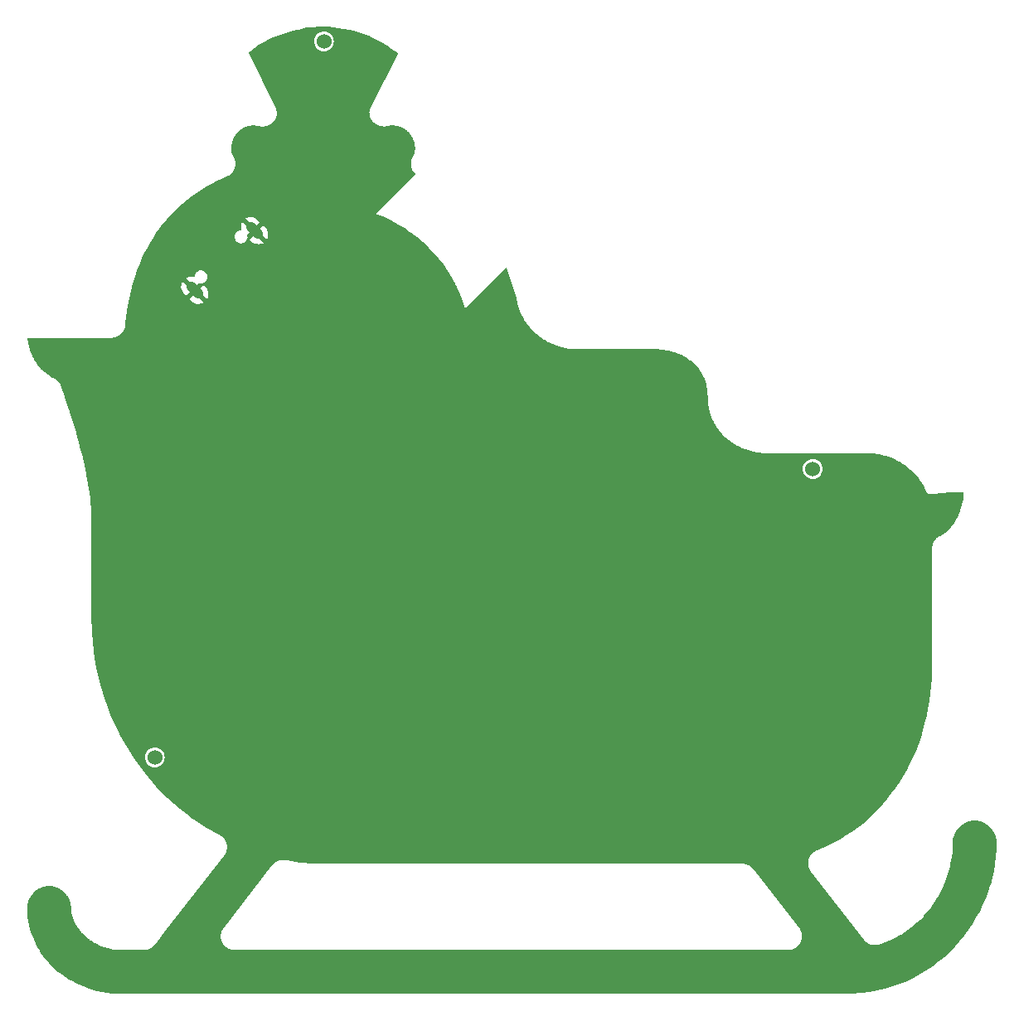
<source format=gtl>
G04 #@! TF.GenerationSoftware,KiCad,Pcbnew,7.0.9*
G04 #@! TF.CreationDate,2023-12-10T17:01:55-06:00*
G04 #@! TF.ProjectId,Sleigh_Controller_Ornament_2023,536c6569-6768-45f4-936f-6e74726f6c6c,rev?*
G04 #@! TF.SameCoordinates,Original*
G04 #@! TF.FileFunction,Copper,L1,Top*
G04 #@! TF.FilePolarity,Positive*
%FSLAX46Y46*%
G04 Gerber Fmt 4.6, Leading zero omitted, Abs format (unit mm)*
G04 Created by KiCad (PCBNEW 7.0.9) date 2023-12-10 17:01:55*
%MOMM*%
%LPD*%
G01*
G04 APERTURE LIST*
G04 Aperture macros list*
%AMHorizOval*
0 Thick line with rounded ends*
0 $1 width*
0 $2 $3 position (X,Y) of the first rounded end (center of the circle)*
0 $4 $5 position (X,Y) of the second rounded end (center of the circle)*
0 Add line between two ends*
20,1,$1,$2,$3,$4,$5,0*
0 Add two circle primitives to create the rounded ends*
1,1,$1,$2,$3*
1,1,$1,$4,$5*%
G04 Aperture macros list end*
G04 #@! TA.AperFunction,ComponentPad*
%ADD10HorizOval,1.000000X-0.388909X0.388909X0.388909X-0.388909X0*%
G04 #@! TD*
G04 #@! TA.AperFunction,WasherPad*
%ADD11C,1.524000*%
G04 #@! TD*
G04 #@! TA.AperFunction,ViaPad*
%ADD12C,0.560000*%
G04 #@! TD*
G04 APERTURE END LIST*
D10*
X120917116Y-59477317D03*
X127026519Y-53367914D03*
D11*
X134112000Y-34036000D03*
X184023000Y-77724000D03*
X116840000Y-107188000D03*
D12*
X201955400Y-115773200D03*
X201701400Y-119557800D03*
X104698800Y-123291600D03*
X199821800Y-123647200D03*
X198018400Y-126136400D03*
X195605400Y-128244600D03*
X191592200Y-130022600D03*
X186893200Y-130657600D03*
X181203600Y-130657600D03*
X175361600Y-130657600D03*
X171069000Y-130657600D03*
X167208200Y-130657600D03*
X161848800Y-130657600D03*
X157226000Y-130657600D03*
X152095200Y-130657600D03*
X145516600Y-130657600D03*
X139268200Y-130657600D03*
X133451600Y-130657600D03*
X128143000Y-130657600D03*
X121843800Y-130657600D03*
X117043200Y-130657600D03*
X112293400Y-130657600D03*
X108635800Y-129336800D03*
X106248200Y-127254000D03*
X154051000Y-111887000D03*
X121920000Y-63119000D03*
X175895000Y-97155000D03*
X114046000Y-81407000D03*
X132080000Y-58674000D03*
X129540000Y-39116000D03*
X123799600Y-75057000D03*
X151612600Y-67132200D03*
X161544000Y-85471000D03*
X119253000Y-55626000D03*
X128270000Y-66421000D03*
X120624600Y-112496600D03*
X166878000Y-114681000D03*
X137947400Y-77546200D03*
X182524400Y-115976400D03*
X119253000Y-108077000D03*
X130556000Y-34417000D03*
X166243000Y-72771000D03*
X180975000Y-85471000D03*
X149606000Y-97917000D03*
X120523000Y-64135000D03*
X134874000Y-67437000D03*
X139065000Y-57150000D03*
X133350000Y-76708000D03*
X122555000Y-60833000D03*
X142875000Y-110998000D03*
X179959000Y-80899000D03*
X152273000Y-88392000D03*
X125476000Y-85344000D03*
X179959000Y-96647000D03*
X148209000Y-116205000D03*
X113340000Y-97850000D03*
X128143000Y-36068000D03*
X170180000Y-79248000D03*
X149098000Y-61595000D03*
X128082000Y-72390000D03*
X131699000Y-54229000D03*
X122936000Y-61849000D03*
X141859000Y-60020200D03*
X128778000Y-37465000D03*
X154051000Y-74320400D03*
X153162000Y-88392000D03*
X122783600Y-55829200D03*
X129540000Y-42545000D03*
X159512000Y-112395000D03*
X137668000Y-58547000D03*
X162179000Y-75438000D03*
X123698000Y-76708000D03*
X148336000Y-100457000D03*
X168656000Y-97790000D03*
X138811000Y-36449000D03*
X119507000Y-53340000D03*
X178689000Y-88011000D03*
X174117000Y-79756000D03*
X129286000Y-53340000D03*
X137033000Y-34417000D03*
X159766000Y-90043000D03*
X130302000Y-50673000D03*
X117602000Y-61341000D03*
X147193000Y-97917000D03*
X148336000Y-97917000D03*
X114554000Y-90043000D03*
X155829000Y-103251000D03*
X147447000Y-70485000D03*
X119126000Y-71374000D03*
X113620000Y-96870000D03*
X147828000Y-104013000D03*
X126111000Y-83185000D03*
X149606000Y-100457000D03*
X158750000Y-94488000D03*
X139954000Y-35052000D03*
X144145000Y-67945000D03*
X130302000Y-49022000D03*
X180594000Y-78232000D03*
X116459000Y-71120000D03*
X140462000Y-58623200D03*
X151384000Y-109093000D03*
X116459000Y-76708000D03*
X138007411Y-68113589D03*
X169418000Y-110744000D03*
X132715000Y-52070000D03*
X185674000Y-113715800D03*
X122047000Y-53213000D03*
X154178000Y-88392000D03*
X192600000Y-92660000D03*
X134874000Y-53594000D03*
X147193000Y-68072000D03*
X118160800Y-109753400D03*
X156972000Y-112522000D03*
X125984000Y-48895000D03*
X131826000Y-36322000D03*
X111887000Y-95631000D03*
X149479000Y-63500000D03*
X148615400Y-71831200D03*
X116713000Y-59817000D03*
X143332200Y-78282800D03*
X119888000Y-81280000D03*
X182854600Y-117246400D03*
X115951000Y-78359000D03*
X174498000Y-105410000D03*
X170688000Y-83566000D03*
X144907000Y-65659000D03*
X125222000Y-81788000D03*
X128397000Y-48895000D03*
X135255000Y-36322000D03*
X183464200Y-113461800D03*
X139065000Y-59994800D03*
X122428000Y-51181000D03*
X172593000Y-73787000D03*
X143129000Y-114554000D03*
X126492000Y-66180000D03*
X136652000Y-50673000D03*
X143510000Y-67183000D03*
X167640000Y-97790000D03*
X154178000Y-85979000D03*
X133477000Y-48641000D03*
X120142000Y-61214000D03*
X134239000Y-84836000D03*
X141859000Y-57150000D03*
X159385000Y-75946000D03*
X125530000Y-116430000D03*
X113919000Y-74295000D03*
X137922000Y-48768000D03*
X122656600Y-113284000D03*
X140462000Y-76708000D03*
X111125000Y-90170000D03*
X190169800Y-111410000D03*
X123952000Y-114427000D03*
X116205000Y-83820000D03*
X119126000Y-72517000D03*
X124716000Y-72138000D03*
X184023000Y-114935000D03*
X124206000Y-54102000D03*
X134874000Y-86995000D03*
X147066000Y-100457000D03*
X143256000Y-107061000D03*
X136652000Y-48260000D03*
X156413200Y-70764400D03*
X108966000Y-70104000D03*
X124739400Y-115646200D03*
X146812000Y-65024000D03*
X146024600Y-83007200D03*
X122047000Y-71501000D03*
X123215400Y-64922400D03*
X114554000Y-104394000D03*
X193830000Y-90010000D03*
X149479000Y-64643000D03*
X179959000Y-91948000D03*
X153162000Y-85979000D03*
X192030000Y-101430000D03*
X144907000Y-82677000D03*
X152146000Y-85979000D03*
X132207000Y-81280000D03*
X194513200Y-79984600D03*
X145542000Y-86106000D03*
X153162000Y-82931000D03*
X181559200Y-113944400D03*
X118554500Y-77152500D03*
X162306000Y-112268000D03*
X140462000Y-55753000D03*
X120904000Y-83820000D03*
X169037000Y-75819000D03*
X122555000Y-85217000D03*
X190270000Y-79790000D03*
X193300000Y-98810000D03*
X181102000Y-115392200D03*
X135864600Y-78054200D03*
X120269000Y-110109000D03*
X125730000Y-58547000D03*
X121996200Y-64998600D03*
X133477000Y-50673000D03*
X143256000Y-58547000D03*
X193421000Y-86156800D03*
X175006000Y-91948000D03*
X164084000Y-93345000D03*
X128778000Y-54991000D03*
X125870000Y-115110000D03*
X140462000Y-61417200D03*
X151892000Y-101727000D03*
G04 #@! TA.AperFunction,Conductor*
G36*
X134020646Y-32551062D02*
G01*
X134063469Y-32554998D01*
X134069185Y-32553704D01*
X134084528Y-32552182D01*
X134560983Y-32564050D01*
X135085543Y-32599546D01*
X135608520Y-32657452D01*
X136129064Y-32737754D01*
X136646453Y-32840454D01*
X137159940Y-32965550D01*
X137668729Y-33113032D01*
X138172052Y-33282891D01*
X138669171Y-33475130D01*
X139159341Y-33689751D01*
X139641792Y-33926751D01*
X140115777Y-34186134D01*
X140580553Y-34467910D01*
X141035358Y-34772080D01*
X141406519Y-35045029D01*
X141478888Y-35098248D01*
X141479987Y-35099095D01*
X141627888Y-35218407D01*
X141650791Y-35260403D01*
X141644444Y-35295210D01*
X138842259Y-40848071D01*
X138841487Y-40849506D01*
X138831434Y-40867085D01*
X138828286Y-40875381D01*
X138826969Y-40878372D01*
X138822977Y-40886283D01*
X138822977Y-40886284D01*
X138820224Y-40894869D01*
X138816574Y-40903808D01*
X138815488Y-40905970D01*
X138815480Y-40905990D01*
X138809472Y-40924862D01*
X138808915Y-40926461D01*
X138801903Y-40944950D01*
X138801690Y-40945975D01*
X138801283Y-40947681D01*
X138796538Y-40965382D01*
X138796131Y-40966770D01*
X138791535Y-40981209D01*
X138790810Y-40983241D01*
X138790679Y-40983569D01*
X138790596Y-40983840D01*
X138790011Y-40985993D01*
X138789604Y-40987273D01*
X138789597Y-40987303D01*
X138789254Y-40989554D01*
X138788850Y-40991695D01*
X138785552Y-41006368D01*
X138781896Y-41020009D01*
X138781164Y-41022364D01*
X138780839Y-41023278D01*
X138780649Y-41024301D01*
X138780115Y-41026652D01*
X138779508Y-41028917D01*
X138779505Y-41028933D01*
X138779270Y-41031166D01*
X138778914Y-41033612D01*
X138776421Y-41046993D01*
X138773409Y-41060393D01*
X138772717Y-41062957D01*
X138772403Y-41063948D01*
X138772401Y-41063959D01*
X138772140Y-41065684D01*
X138771733Y-41067852D01*
X138771130Y-41070535D01*
X138771128Y-41070549D01*
X138771009Y-41072404D01*
X138770723Y-41075065D01*
X138768721Y-41088327D01*
X138766138Y-41102188D01*
X138765503Y-41104911D01*
X138765269Y-41105741D01*
X138765266Y-41105758D01*
X138765031Y-41107748D01*
X138764720Y-41109794D01*
X138764207Y-41112551D01*
X138764206Y-41112559D01*
X138764167Y-41113995D01*
X138763964Y-41116791D01*
X138762338Y-41130586D01*
X138761932Y-41133269D01*
X138760114Y-41145301D01*
X138759553Y-41148126D01*
X138759403Y-41148732D01*
X138759398Y-41148763D01*
X138759222Y-41150789D01*
X138758991Y-41152733D01*
X138758604Y-41155303D01*
X138758602Y-41155333D01*
X138758609Y-41156344D01*
X138758494Y-41159233D01*
X138757231Y-41173891D01*
X138755364Y-41189710D01*
X138754883Y-41192611D01*
X138754803Y-41192982D01*
X138754800Y-41193002D01*
X138754698Y-41194854D01*
X138754532Y-41196776D01*
X138754274Y-41198965D01*
X138754274Y-41198967D01*
X138754297Y-41199572D01*
X138754273Y-41202503D01*
X138753400Y-41218312D01*
X138751925Y-41235408D01*
X138751532Y-41238337D01*
X138751506Y-41238474D01*
X138751506Y-41238480D01*
X138751468Y-41240045D01*
X138751362Y-41241959D01*
X138751222Y-41243580D01*
X138751221Y-41243594D01*
X138751234Y-41243766D01*
X138751302Y-41246727D01*
X138750879Y-41263891D01*
X138750273Y-41274854D01*
X138749855Y-41282406D01*
X138749593Y-41284943D01*
X138749573Y-41285218D01*
X138749580Y-41286326D01*
X138749534Y-41288217D01*
X138749478Y-41289221D01*
X138749488Y-41289617D01*
X138749615Y-41291964D01*
X138749729Y-41310562D01*
X138749235Y-41330636D01*
X138749107Y-41332399D01*
X138749076Y-41333149D01*
X138749098Y-41333720D01*
X138749111Y-41335644D01*
X138749104Y-41335902D01*
X138749160Y-41336938D01*
X138749266Y-41338195D01*
X138750023Y-41358370D01*
X138750155Y-41380077D01*
X138750122Y-41380910D01*
X138750110Y-41382215D01*
X138750152Y-41383303D01*
X138750350Y-41385636D01*
X138751854Y-41407224D01*
X138752738Y-41430813D01*
X138752776Y-41432329D01*
X138755326Y-41457079D01*
X138757136Y-41483075D01*
X138760563Y-41507906D01*
X138763091Y-41532442D01*
X138763448Y-41535017D01*
X138763505Y-41535624D01*
X138767695Y-41559574D01*
X138771020Y-41583665D01*
X138771187Y-41584428D01*
X138772038Y-41590461D01*
X138772097Y-41590453D01*
X138772447Y-41592881D01*
X138777078Y-41613439D01*
X138777373Y-41614915D01*
X138780850Y-41634793D01*
X138780998Y-41635636D01*
X138781001Y-41635650D01*
X138782926Y-41641267D01*
X138785824Y-41653819D01*
X138786852Y-41662093D01*
X138786852Y-41662097D01*
X138792056Y-41680154D01*
X138792514Y-41681938D01*
X138796644Y-41700268D01*
X138800457Y-41709851D01*
X138801449Y-41712751D01*
X138802583Y-41716686D01*
X138803292Y-41719700D01*
X138805118Y-41729646D01*
X138811421Y-41747545D01*
X138811971Y-41749265D01*
X138817016Y-41766771D01*
X138817235Y-41767529D01*
X138817239Y-41767540D01*
X138821538Y-41776729D01*
X138822706Y-41779594D01*
X138823313Y-41781316D01*
X138823839Y-41782817D01*
X138824711Y-41785766D01*
X138827037Y-41795338D01*
X138827038Y-41795341D01*
X138834460Y-41813123D01*
X138835093Y-41814769D01*
X138839001Y-41825867D01*
X138841484Y-41832917D01*
X138845318Y-41840008D01*
X138850158Y-41851622D01*
X138852414Y-41859075D01*
X138860922Y-41876642D01*
X138861634Y-41878224D01*
X138869152Y-41896234D01*
X138869157Y-41896243D01*
X138873056Y-41902569D01*
X138878599Y-41914036D01*
X138881028Y-41920729D01*
X138890610Y-41938054D01*
X138891389Y-41939556D01*
X138900034Y-41957405D01*
X138903909Y-41962973D01*
X138910150Y-41974276D01*
X138912670Y-41980220D01*
X138923331Y-41997303D01*
X138924165Y-41998722D01*
X138933903Y-42016327D01*
X138933908Y-42016333D01*
X138937667Y-42021154D01*
X138944596Y-42032273D01*
X138947132Y-42037494D01*
X138958832Y-42054261D01*
X138959713Y-42055596D01*
X138964494Y-42063254D01*
X138970541Y-42072942D01*
X138970542Y-42072943D01*
X138970541Y-42072943D01*
X138974137Y-42077083D01*
X138981732Y-42087983D01*
X138984223Y-42092521D01*
X138984224Y-42092522D01*
X138996938Y-42108933D01*
X138997862Y-42110189D01*
X139009730Y-42127198D01*
X139009735Y-42127204D01*
X139013112Y-42130712D01*
X139021355Y-42141369D01*
X139022292Y-42142895D01*
X139023740Y-42145255D01*
X139037438Y-42161274D01*
X139038392Y-42162446D01*
X139050492Y-42178066D01*
X139051300Y-42179108D01*
X139054419Y-42182040D01*
X139063276Y-42192410D01*
X139065531Y-42195724D01*
X139071057Y-42201603D01*
X139080162Y-42211289D01*
X139081143Y-42212383D01*
X139091392Y-42224369D01*
X139095031Y-42228624D01*
X139096522Y-42229896D01*
X139097882Y-42231056D01*
X139107334Y-42241126D01*
X139109405Y-42243890D01*
X139124941Y-42258976D01*
X139125939Y-42259991D01*
X139130457Y-42264796D01*
X139140790Y-42275788D01*
X139145741Y-42279625D01*
X139146739Y-42280398D01*
X139149363Y-42282689D01*
X139150690Y-42283979D01*
X139151863Y-42285130D01*
X139153678Y-42287071D01*
X139161364Y-42296025D01*
X139161368Y-42296029D01*
X139174493Y-42307186D01*
X139176023Y-42308576D01*
X139182381Y-42314749D01*
X139188383Y-42320577D01*
X139192024Y-42323141D01*
X139198101Y-42327421D01*
X139200338Y-42329153D01*
X139245590Y-42367619D01*
X139247243Y-42369130D01*
X139258568Y-42380268D01*
X139262082Y-42382776D01*
X139269360Y-42387972D01*
X139271444Y-42389597D01*
X139281521Y-42398163D01*
X139281526Y-42398167D01*
X139281528Y-42398168D01*
X139281529Y-42398169D01*
X139295084Y-42406432D01*
X139296946Y-42407662D01*
X139348567Y-42444509D01*
X139350443Y-42445960D01*
X139357296Y-42451683D01*
X139362047Y-42455651D01*
X139362049Y-42455652D01*
X139362052Y-42455655D01*
X139374063Y-42462835D01*
X139376185Y-42464222D01*
X139386427Y-42471533D01*
X139387573Y-42472351D01*
X139401099Y-42479100D01*
X139403163Y-42480229D01*
X139457086Y-42512464D01*
X139459109Y-42513783D01*
X139471013Y-42522233D01*
X139471014Y-42522233D01*
X139471015Y-42522234D01*
X139484041Y-42528691D01*
X139486198Y-42529868D01*
X139490215Y-42532269D01*
X139498676Y-42537327D01*
X139509032Y-42541483D01*
X139512196Y-42542754D01*
X139514420Y-42543749D01*
X139570374Y-42571484D01*
X139572562Y-42572681D01*
X139584770Y-42580002D01*
X139584776Y-42580005D01*
X139598574Y-42585566D01*
X139600772Y-42586552D01*
X139614101Y-42593159D01*
X139627697Y-42597411D01*
X139630027Y-42598243D01*
X139666156Y-42612806D01*
X139687819Y-42621538D01*
X139690112Y-42622570D01*
X139702732Y-42628882D01*
X139711950Y-42631800D01*
X139717025Y-42633408D01*
X139719274Y-42634216D01*
X139733195Y-42639827D01*
X139733196Y-42639827D01*
X139733198Y-42639828D01*
X139740583Y-42641526D01*
X139746954Y-42642991D01*
X139749372Y-42643650D01*
X139796204Y-42658480D01*
X139808823Y-42662476D01*
X139811181Y-42663328D01*
X139824317Y-42668681D01*
X139824318Y-42668681D01*
X139824322Y-42668683D01*
X139838862Y-42672084D01*
X139841154Y-42672714D01*
X139855397Y-42677225D01*
X139869444Y-42679342D01*
X139871878Y-42679810D01*
X139932858Y-42694078D01*
X139935236Y-42694734D01*
X139937904Y-42695585D01*
X139949023Y-42699132D01*
X139953937Y-42699883D01*
X139963494Y-42701344D01*
X139965889Y-42701806D01*
X139980145Y-42705142D01*
X139994591Y-42706194D01*
X139997004Y-42706465D01*
X140059391Y-42716002D01*
X140061740Y-42716453D01*
X140076324Y-42719843D01*
X140088323Y-42720698D01*
X140090439Y-42720850D01*
X140092936Y-42721129D01*
X140106915Y-42723267D01*
X140121916Y-42723185D01*
X140124232Y-42723261D01*
X140187935Y-42727809D01*
X140190177Y-42728052D01*
X140190551Y-42728107D01*
X140205678Y-42730312D01*
X140205679Y-42730312D01*
X140219141Y-42730145D01*
X140221744Y-42730221D01*
X140235177Y-42731181D01*
X140250778Y-42729837D01*
X140253047Y-42729725D01*
X140264637Y-42729582D01*
X140273500Y-42730104D01*
X140275406Y-42730352D01*
X140275414Y-42730355D01*
X140335846Y-42728704D01*
X140364349Y-42728352D01*
X140364354Y-42728351D01*
X140366791Y-42728129D01*
X140366798Y-42728215D01*
X140367898Y-42728107D01*
X140367889Y-42728021D01*
X140370318Y-42727762D01*
X140370332Y-42727762D01*
X140398404Y-42722526D01*
X140462804Y-42711510D01*
X140462812Y-42711559D01*
X140464646Y-42711115D01*
X140467988Y-42710614D01*
X140481465Y-42708597D01*
X140483567Y-42708366D01*
X140483678Y-42708348D01*
X140483686Y-42708349D01*
X140514290Y-42703688D01*
X140544977Y-42699097D01*
X140544977Y-42699096D01*
X140547416Y-42698732D01*
X140547461Y-42699032D01*
X140552964Y-42698360D01*
X140552950Y-42698204D01*
X140555391Y-42697978D01*
X140555396Y-42697977D01*
X140555399Y-42697977D01*
X140582543Y-42693292D01*
X140583199Y-42693192D01*
X140591219Y-42691971D01*
X140594752Y-42691638D01*
X140596088Y-42691589D01*
X140604190Y-42689996D01*
X140609819Y-42689139D01*
X140610162Y-42689029D01*
X140613582Y-42688149D01*
X140622435Y-42686409D01*
X140630031Y-42685098D01*
X140633553Y-42684703D01*
X140633619Y-42684693D01*
X140633628Y-42684693D01*
X140637384Y-42683888D01*
X140638792Y-42683587D01*
X140641952Y-42683041D01*
X140648924Y-42681839D01*
X140650544Y-42681287D01*
X140654033Y-42680323D01*
X140661190Y-42678791D01*
X140688774Y-42673369D01*
X140689883Y-42672962D01*
X140694081Y-42671748D01*
X140759425Y-42657757D01*
X140802587Y-42649273D01*
X140845519Y-42641526D01*
X140856067Y-42639827D01*
X140887283Y-42634799D01*
X140927823Y-42629189D01*
X140959089Y-42625673D01*
X140967011Y-42624783D01*
X140991297Y-42622765D01*
X140994193Y-42622660D01*
X141161945Y-42624412D01*
X141265015Y-42627256D01*
X141361837Y-42634117D01*
X141457579Y-42645059D01*
X141552162Y-42659999D01*
X141645478Y-42678853D01*
X141737493Y-42701555D01*
X141828073Y-42728018D01*
X141917161Y-42758173D01*
X142004639Y-42791937D01*
X142090436Y-42829245D01*
X142174434Y-42870009D01*
X142256526Y-42914148D01*
X142336627Y-42961590D01*
X142414638Y-43012259D01*
X142490450Y-43066068D01*
X142563971Y-43122948D01*
X142635062Y-43182782D01*
X142703682Y-43245545D01*
X142769655Y-43311082D01*
X142832945Y-43379373D01*
X142876967Y-43431006D01*
X142893426Y-43450311D01*
X142950993Y-43523804D01*
X143005543Y-43599764D01*
X143047274Y-43663320D01*
X143057005Y-43678140D01*
X143105279Y-43758857D01*
X143150248Y-43841796D01*
X143174745Y-43891934D01*
X143191850Y-43926942D01*
X143229964Y-44014178D01*
X143264512Y-44103465D01*
X143295394Y-44194724D01*
X143322521Y-44287923D01*
X143346047Y-44384037D01*
X143368305Y-44492632D01*
X143386323Y-44598827D01*
X143399902Y-44701465D01*
X143409106Y-44800612D01*
X143414003Y-44896361D01*
X143414668Y-44988065D01*
X143414645Y-44989509D01*
X143411220Y-45077356D01*
X143411125Y-45078866D01*
X143403693Y-45163692D01*
X143403516Y-45165257D01*
X143392147Y-45247251D01*
X143391881Y-45248858D01*
X143376596Y-45328386D01*
X143376239Y-45330005D01*
X143371878Y-45347574D01*
X143357052Y-45407283D01*
X143356597Y-45408923D01*
X143333450Y-45484331D01*
X143332901Y-45485960D01*
X143305719Y-45559780D01*
X143305079Y-45561378D01*
X143273714Y-45633958D01*
X143272993Y-45635508D01*
X143237265Y-45707147D01*
X143236475Y-45708629D01*
X143190796Y-45789057D01*
X143186380Y-45796787D01*
X143176735Y-45813671D01*
X143174892Y-45816525D01*
X143170199Y-45822992D01*
X143170191Y-45823006D01*
X143160624Y-45841803D01*
X143159911Y-45843125D01*
X143149440Y-45861459D01*
X143149435Y-45861470D01*
X143146606Y-45868942D01*
X143145230Y-45872055D01*
X143143068Y-45876300D01*
X143141366Y-45879238D01*
X143136995Y-45885916D01*
X143128329Y-45905184D01*
X143127681Y-45906537D01*
X143118102Y-45925363D01*
X143115635Y-45932963D01*
X143114415Y-45936127D01*
X143112679Y-45939990D01*
X143111113Y-45943020D01*
X143107077Y-45949884D01*
X143107075Y-45949889D01*
X143099341Y-45969561D01*
X143098760Y-45970943D01*
X143090087Y-45990231D01*
X143090086Y-45990232D01*
X143087993Y-45997928D01*
X143086918Y-46001168D01*
X143085552Y-46004641D01*
X143084138Y-46007730D01*
X143080449Y-46014753D01*
X143080445Y-46014764D01*
X143073645Y-46034835D01*
X143073132Y-46036239D01*
X143065397Y-46055917D01*
X143065390Y-46055938D01*
X143064060Y-46061954D01*
X143059694Y-46074839D01*
X143057105Y-46080397D01*
X143057104Y-46080399D01*
X143051267Y-46100782D01*
X143050824Y-46102201D01*
X143044015Y-46122307D01*
X143043018Y-46128133D01*
X143039261Y-46141250D01*
X143037038Y-46146682D01*
X143037037Y-46146685D01*
X143032169Y-46167351D01*
X143031795Y-46168786D01*
X143025942Y-46189229D01*
X143025251Y-46194874D01*
X143022120Y-46208164D01*
X143020231Y-46213487D01*
X143016339Y-46234410D01*
X143016035Y-46235856D01*
X143011158Y-46256566D01*
X143011155Y-46256585D01*
X143010749Y-46262038D01*
X143008247Y-46275483D01*
X143006679Y-46280666D01*
X143006678Y-46280673D01*
X143003777Y-46301771D01*
X143003542Y-46303226D01*
X142999639Y-46324215D01*
X142999498Y-46329484D01*
X142997633Y-46343047D01*
X142996355Y-46348126D01*
X142996354Y-46348128D01*
X142994444Y-46369405D01*
X142994278Y-46370865D01*
X142991373Y-46391997D01*
X142991373Y-46392011D01*
X142991477Y-46397110D01*
X142990250Y-46410771D01*
X142989245Y-46415740D01*
X142989243Y-46415754D01*
X142988335Y-46437096D01*
X142988239Y-46438546D01*
X142987832Y-46443088D01*
X142986328Y-46459847D01*
X142986328Y-46459852D01*
X142986663Y-46464807D01*
X142986080Y-46478505D01*
X142985330Y-46483381D01*
X142985329Y-46483393D01*
X142985423Y-46504770D01*
X142985395Y-46506231D01*
X142984486Y-46527626D01*
X142985039Y-46532431D01*
X142985098Y-46546166D01*
X142984589Y-46550956D01*
X142984588Y-46550969D01*
X142985685Y-46572348D01*
X142985726Y-46573812D01*
X142985819Y-46595188D01*
X142985820Y-46595209D01*
X142986584Y-46599901D01*
X142987287Y-46613611D01*
X142987008Y-46618345D01*
X142987008Y-46618347D01*
X142989103Y-46639660D01*
X142989212Y-46641114D01*
X142990310Y-46662494D01*
X142990312Y-46662503D01*
X142991279Y-46667081D01*
X142992623Y-46680751D01*
X142992566Y-46685428D01*
X142992567Y-46685438D01*
X142994192Y-46696575D01*
X142995658Y-46706624D01*
X142995833Y-46708054D01*
X142997931Y-46729375D01*
X142997932Y-46729377D01*
X142999103Y-46733870D01*
X143001085Y-46747454D01*
X143001247Y-46752113D01*
X143005326Y-46773125D01*
X143005571Y-46774568D01*
X143008660Y-46795738D01*
X143010040Y-46800168D01*
X143012657Y-46813641D01*
X143013038Y-46818293D01*
X143018094Y-46839064D01*
X143018407Y-46840497D01*
X143022481Y-46861480D01*
X143024076Y-46865865D01*
X143027321Y-46879192D01*
X143027923Y-46883841D01*
X143033941Y-46904318D01*
X143034323Y-46905738D01*
X143039371Y-46926480D01*
X143039373Y-46926485D01*
X143039374Y-46926488D01*
X143041191Y-46930837D01*
X143045057Y-46943985D01*
X143045889Y-46948661D01*
X143045890Y-46948666D01*
X143052854Y-46968788D01*
X143053304Y-46970195D01*
X143059312Y-46990638D01*
X143059314Y-46990643D01*
X143059316Y-46990648D01*
X143061375Y-46994990D01*
X143065847Y-47007905D01*
X143066924Y-47012639D01*
X143066925Y-47012644D01*
X143074825Y-47032384D01*
X143075344Y-47033775D01*
X143082294Y-47053858D01*
X143084610Y-47058197D01*
X143089680Y-47070863D01*
X143091008Y-47075634D01*
X143091014Y-47075652D01*
X143094458Y-47083194D01*
X143099817Y-47094926D01*
X143100403Y-47096295D01*
X143108289Y-47115999D01*
X143110883Y-47120349D01*
X143116537Y-47132724D01*
X143118146Y-47137589D01*
X143127844Y-47156377D01*
X143128500Y-47157727D01*
X143131589Y-47164489D01*
X143137286Y-47176962D01*
X143137289Y-47176966D01*
X143137292Y-47176972D01*
X143140175Y-47181320D01*
X143146407Y-47193388D01*
X143148309Y-47198324D01*
X143158871Y-47216566D01*
X143159595Y-47217890D01*
X143169269Y-47236630D01*
X143169274Y-47236637D01*
X143172472Y-47240990D01*
X143179265Y-47252716D01*
X143181483Y-47257733D01*
X143192876Y-47275372D01*
X143193669Y-47276667D01*
X143204205Y-47294860D01*
X143207753Y-47299230D01*
X143215082Y-47310570D01*
X143217648Y-47315680D01*
X143229858Y-47332691D01*
X143230719Y-47333955D01*
X143242082Y-47351546D01*
X143242084Y-47351549D01*
X143246002Y-47355922D01*
X143253849Y-47366851D01*
X143256780Y-47372033D01*
X143265032Y-47382410D01*
X143269764Y-47388360D01*
X143270692Y-47389589D01*
X143282867Y-47406552D01*
X143282868Y-47406553D01*
X143287181Y-47410917D01*
X143295535Y-47421420D01*
X143298850Y-47426657D01*
X143298852Y-47426659D01*
X143312615Y-47442305D01*
X143313558Y-47443431D01*
X143326533Y-47459747D01*
X143326535Y-47459749D01*
X143326540Y-47459754D01*
X143331251Y-47464072D01*
X143340095Y-47474122D01*
X143343824Y-47479409D01*
X143343828Y-47479414D01*
X143358269Y-47494263D01*
X143359330Y-47495409D01*
X143373042Y-47510998D01*
X143378178Y-47515255D01*
X143387492Y-47524830D01*
X143391656Y-47530146D01*
X143391660Y-47530150D01*
X143391664Y-47530154D01*
X143406813Y-47544245D01*
X143407923Y-47545329D01*
X143411489Y-47548997D01*
X143416992Y-47554657D01*
X143434677Y-47599103D01*
X143416377Y-47642421D01*
X139369799Y-51688999D01*
X139369800Y-51688999D01*
X139369800Y-51689000D01*
X140315482Y-52024611D01*
X140318486Y-52025857D01*
X141019044Y-52360103D01*
X141020485Y-52360837D01*
X141217165Y-52467505D01*
X141568332Y-52657959D01*
X141703529Y-52731282D01*
X141704910Y-52732078D01*
X142367885Y-53137387D01*
X142369216Y-53138248D01*
X142868675Y-53480311D01*
X143010327Y-53577324D01*
X143011638Y-53578273D01*
X143629137Y-54049917D01*
X143630397Y-54050932D01*
X144222666Y-54553905D01*
X144223872Y-54554984D01*
X144789332Y-55087949D01*
X144790480Y-55089089D01*
X144886109Y-55189061D01*
X145327592Y-55650592D01*
X145328660Y-55651768D01*
X145836005Y-56240332D01*
X145837029Y-56241584D01*
X146313213Y-56855585D01*
X146314171Y-56856889D01*
X146757945Y-57494720D01*
X146758834Y-57496072D01*
X147169013Y-58156021D01*
X147169831Y-58157417D01*
X147292558Y-58379776D01*
X147529577Y-58809215D01*
X147545305Y-58837710D01*
X147546039Y-58839127D01*
X147589429Y-58928368D01*
X147885808Y-59537950D01*
X147886476Y-59539420D01*
X147964517Y-59723605D01*
X148189122Y-60253705D01*
X148190481Y-60257615D01*
X148488400Y-61340999D01*
X148488400Y-61341000D01*
X152642913Y-57151572D01*
X152687028Y-57133084D01*
X152731299Y-57151204D01*
X152745552Y-57172960D01*
X153028162Y-57900782D01*
X153028649Y-57902125D01*
X153374067Y-58928368D01*
X153683771Y-59997494D01*
X153746727Y-60230766D01*
X153798699Y-60440535D01*
X153848676Y-60652987D01*
X153896354Y-60866591D01*
X153941326Y-61079038D01*
X153946338Y-61105623D01*
X153946338Y-61105625D01*
X153947136Y-61107855D01*
X153948284Y-61111909D01*
X153948777Y-61114237D01*
X153958448Y-61139493D01*
X154106826Y-61554453D01*
X154107552Y-61556760D01*
X154111443Y-61571045D01*
X154111447Y-61571055D01*
X154117325Y-61584110D01*
X154118256Y-61586418D01*
X154123067Y-61599873D01*
X154123070Y-61599879D01*
X154130164Y-61612850D01*
X154131242Y-61615015D01*
X154305759Y-62002570D01*
X154306673Y-62004833D01*
X154311624Y-62018609D01*
X154318582Y-62031282D01*
X154319683Y-62033490D01*
X154325621Y-62046678D01*
X154333658Y-62058943D01*
X154334914Y-62061032D01*
X154538130Y-62431176D01*
X154539228Y-62433378D01*
X154545189Y-62446607D01*
X154553197Y-62458819D01*
X154554456Y-62460914D01*
X154561481Y-62473709D01*
X154570371Y-62485183D01*
X154571799Y-62487184D01*
X154802280Y-62838632D01*
X154803555Y-62840755D01*
X154810478Y-62853391D01*
X154819473Y-62865022D01*
X154820877Y-62866991D01*
X154826012Y-62874820D01*
X154828951Y-62879301D01*
X154838630Y-62889954D01*
X154840221Y-62891851D01*
X155096545Y-63223282D01*
X155097985Y-63225306D01*
X155105828Y-63237309D01*
X155105833Y-63237314D01*
X155115741Y-63248256D01*
X155117296Y-63250113D01*
X155118376Y-63251509D01*
X155126335Y-63261800D01*
X155136778Y-63271635D01*
X155138496Y-63273386D01*
X155419279Y-63583479D01*
X155420855Y-63585366D01*
X155429594Y-63596715D01*
X155429598Y-63596720D01*
X155440355Y-63606894D01*
X155442033Y-63608607D01*
X155451976Y-63619589D01*
X155463133Y-63628571D01*
X155464987Y-63630190D01*
X155768839Y-63917578D01*
X155770563Y-63919344D01*
X155780159Y-63929989D01*
X155791665Y-63939295D01*
X155793476Y-63940880D01*
X155804218Y-63951040D01*
X155816048Y-63959141D01*
X155818025Y-63960614D01*
X156143600Y-64223937D01*
X156145457Y-64225565D01*
X156155883Y-64235464D01*
X156155885Y-64235466D01*
X156155889Y-64235469D01*
X156168035Y-64243819D01*
X156169958Y-64245256D01*
X156181420Y-64254526D01*
X156181427Y-64254530D01*
X156193885Y-64261713D01*
X156195981Y-64263034D01*
X156541936Y-64500899D01*
X156543905Y-64502371D01*
X156555161Y-64511496D01*
X156555164Y-64511499D01*
X156561975Y-64515435D01*
X156567842Y-64518826D01*
X156569898Y-64520125D01*
X156581946Y-64528410D01*
X156581949Y-64528411D01*
X156595015Y-64534646D01*
X156597188Y-64535791D01*
X156615609Y-64546439D01*
X156962251Y-64746817D01*
X156964280Y-64748097D01*
X156976340Y-64756391D01*
X156989434Y-64762640D01*
X156991589Y-64763775D01*
X157004156Y-64771040D01*
X157017805Y-64776287D01*
X157020051Y-64777254D01*
X157096230Y-64813614D01*
X157402829Y-64959954D01*
X157404956Y-64961072D01*
X157411801Y-64965018D01*
X157417756Y-64968451D01*
X157417759Y-64968452D01*
X157417762Y-64968454D01*
X157417765Y-64968455D01*
X157431156Y-64973584D01*
X157433443Y-64974566D01*
X157446384Y-64980744D01*
X157446388Y-64980745D01*
X157446392Y-64980747D01*
X157460555Y-64984945D01*
X157462838Y-64985720D01*
X157862054Y-65138648D01*
X157864237Y-65139582D01*
X157870535Y-65142568D01*
X157877735Y-65145982D01*
X157877739Y-65145983D01*
X157877741Y-65145984D01*
X157881468Y-65147078D01*
X157891364Y-65149983D01*
X157893726Y-65150780D01*
X157906976Y-65155857D01*
X157915165Y-65157591D01*
X157921572Y-65158949D01*
X157923899Y-65159536D01*
X158338184Y-65281172D01*
X158340431Y-65281925D01*
X158354539Y-65287264D01*
X158366870Y-65289822D01*
X158368284Y-65290116D01*
X158370721Y-65290725D01*
X158384196Y-65294682D01*
X158399173Y-65296616D01*
X158401475Y-65297003D01*
X158825136Y-65384924D01*
X158828005Y-65385665D01*
X158836777Y-65388385D01*
X158838311Y-65388861D01*
X158838312Y-65388861D01*
X158838318Y-65388863D01*
X158856479Y-65391487D01*
X158858340Y-65391815D01*
X158876296Y-65395542D01*
X158887051Y-65396053D01*
X158890031Y-65396338D01*
X159079472Y-65423724D01*
X159083015Y-65424448D01*
X159089223Y-65426099D01*
X159110045Y-65428243D01*
X159112436Y-65428490D01*
X159113983Y-65428713D01*
X159135511Y-65431826D01*
X159141924Y-65431738D01*
X159145540Y-65431899D01*
X159333367Y-65451248D01*
X159336940Y-65451828D01*
X159343220Y-65453225D01*
X159343228Y-65453225D01*
X159343232Y-65453226D01*
X159366481Y-65454660D01*
X159389664Y-65457049D01*
X159396101Y-65456698D01*
X159399698Y-65456710D01*
X159590137Y-65468465D01*
X159593709Y-65468895D01*
X159600072Y-65470038D01*
X159623365Y-65470517D01*
X159646609Y-65471952D01*
X159653034Y-65471336D01*
X159656640Y-65471201D01*
X159823953Y-65474644D01*
X159845086Y-65475079D01*
X159849336Y-65475458D01*
X159850577Y-65475654D01*
X159851315Y-65475771D01*
X159851317Y-65475771D01*
X159878697Y-65475771D01*
X159906107Y-65476335D01*
X159907575Y-65476133D01*
X159908096Y-65476062D01*
X159912353Y-65475771D01*
X167659640Y-65475771D01*
X167963139Y-65481121D01*
X168258381Y-65496919D01*
X168548433Y-65523112D01*
X168832935Y-65559584D01*
X169111558Y-65606221D01*
X169383951Y-65662902D01*
X169649750Y-65729500D01*
X169778725Y-65767558D01*
X169908635Y-65805892D01*
X170160255Y-65891943D01*
X170403646Y-65987271D01*
X170404925Y-65987805D01*
X170639828Y-66092237D01*
X170641074Y-66092827D01*
X170867743Y-66206442D01*
X170869020Y-66207121D01*
X171087169Y-66329790D01*
X171088462Y-66330559D01*
X171231560Y-66420506D01*
X171297845Y-66462171D01*
X171299152Y-66463039D01*
X171499499Y-66603476D01*
X171500778Y-66604423D01*
X171552959Y-66645159D01*
X171691830Y-66753574D01*
X171693092Y-66754613D01*
X171874653Y-66912425D01*
X171875866Y-66913538D01*
X172011279Y-67044673D01*
X172047683Y-67079926D01*
X172048881Y-67081152D01*
X172167503Y-67209351D01*
X172210718Y-67256054D01*
X172211864Y-67257365D01*
X172363520Y-67440776D01*
X172364605Y-67442167D01*
X172505867Y-67634110D01*
X172506881Y-67635574D01*
X172637503Y-67836051D01*
X172638438Y-67837580D01*
X172758195Y-68046670D01*
X172759043Y-68048254D01*
X172867682Y-68266055D01*
X172868435Y-68267681D01*
X172965003Y-68492726D01*
X172965629Y-68494183D01*
X172966285Y-68495840D01*
X173051768Y-68731248D01*
X173052323Y-68732922D01*
X173125739Y-68977272D01*
X173126193Y-68978952D01*
X173187188Y-69232380D01*
X173187542Y-69234053D01*
X173235727Y-69496655D01*
X173235983Y-69498296D01*
X173270939Y-69770110D01*
X173271100Y-69771689D01*
X173287039Y-69981999D01*
X173292404Y-70052792D01*
X173292484Y-70054379D01*
X173299141Y-70322726D01*
X173299129Y-70323688D01*
X173299956Y-70355556D01*
X173300754Y-70387700D01*
X173300815Y-70388642D01*
X173307114Y-70631228D01*
X173307028Y-70634494D01*
X173306329Y-70643375D01*
X173306329Y-70643382D01*
X173307909Y-70663497D01*
X173307995Y-70665132D01*
X173308520Y-70685323D01*
X173310143Y-70694092D01*
X173310570Y-70697333D01*
X173329958Y-70943967D01*
X173330044Y-70947212D01*
X173329814Y-70956266D01*
X173332441Y-70976121D01*
X173332614Y-70977769D01*
X173334187Y-70997765D01*
X173334190Y-70997784D01*
X173336302Y-71006584D01*
X173336895Y-71009777D01*
X173368734Y-71250364D01*
X173368992Y-71253585D01*
X173369249Y-71262743D01*
X173372920Y-71282341D01*
X173373183Y-71283991D01*
X173375801Y-71303758D01*
X173375803Y-71303771D01*
X173378411Y-71312552D01*
X173379170Y-71315694D01*
X173423083Y-71550088D01*
X173423512Y-71553281D01*
X173424270Y-71562496D01*
X173428976Y-71581793D01*
X173429330Y-71583440D01*
X173432990Y-71602966D01*
X173432990Y-71602967D01*
X173436090Y-71611670D01*
X173437012Y-71614753D01*
X173492631Y-71842833D01*
X173493231Y-71845989D01*
X173494494Y-71855194D01*
X173500221Y-71874149D01*
X173500667Y-71875783D01*
X173505365Y-71895049D01*
X173508956Y-71903632D01*
X173510038Y-71906647D01*
X173576989Y-72128258D01*
X173577758Y-72131376D01*
X173579522Y-72140516D01*
X173586267Y-72159128D01*
X173586801Y-72160737D01*
X173592530Y-72179699D01*
X173596581Y-72188077D01*
X173597829Y-72191035D01*
X173675752Y-72406062D01*
X173676689Y-72409133D01*
X173678940Y-72418142D01*
X173678944Y-72418153D01*
X173686690Y-72436378D01*
X173687310Y-72437954D01*
X173694059Y-72456578D01*
X173694058Y-72456578D01*
X173698558Y-72464720D01*
X173699965Y-72467610D01*
X173788496Y-72675897D01*
X173789600Y-72678917D01*
X173792329Y-72687769D01*
X173792330Y-72687773D01*
X173801071Y-72705598D01*
X173801773Y-72707132D01*
X173809532Y-72725386D01*
X173809537Y-72725395D01*
X173814439Y-72733232D01*
X173816005Y-72736046D01*
X173914802Y-72937495D01*
X173916072Y-72940461D01*
X173919247Y-72949087D01*
X173928968Y-72966478D01*
X173929747Y-72967964D01*
X173938506Y-72985825D01*
X173943799Y-72993351D01*
X173945516Y-72996082D01*
X174054221Y-73190538D01*
X174055647Y-73193431D01*
X174058021Y-73198952D01*
X174059249Y-73201808D01*
X174069910Y-73218694D01*
X174070761Y-73220126D01*
X174080528Y-73237595D01*
X174086167Y-73244760D01*
X174088034Y-73247403D01*
X174206308Y-73434747D01*
X174207889Y-73437568D01*
X174209866Y-73441567D01*
X174211881Y-73445646D01*
X174211882Y-73445648D01*
X174211884Y-73445651D01*
X174223506Y-73462068D01*
X174224407Y-73463415D01*
X174235141Y-73480417D01*
X174241084Y-73487190D01*
X174243102Y-73489747D01*
X174370590Y-73669827D01*
X174372339Y-73672594D01*
X174376694Y-73680356D01*
X174389222Y-73696220D01*
X174390202Y-73697530D01*
X174401877Y-73714020D01*
X174401877Y-73714021D01*
X174408087Y-73720386D01*
X174410246Y-73722844D01*
X174546643Y-73895569D01*
X174548544Y-73898256D01*
X174553224Y-73905669D01*
X174566634Y-73920952D01*
X174567668Y-73922194D01*
X174580274Y-73938157D01*
X174580280Y-73938164D01*
X174586722Y-73944109D01*
X174589015Y-73946461D01*
X174733998Y-74111703D01*
X174736032Y-74114285D01*
X174741008Y-74121341D01*
X174755282Y-74136023D01*
X174756364Y-74137195D01*
X174767181Y-74149523D01*
X174769875Y-74152593D01*
X174769879Y-74152596D01*
X174776510Y-74158109D01*
X174778939Y-74160356D01*
X174932177Y-74317973D01*
X174934362Y-74320475D01*
X174939594Y-74327150D01*
X174954687Y-74341183D01*
X174955815Y-74342286D01*
X174970203Y-74357085D01*
X174977002Y-74362172D01*
X174979541Y-74364292D01*
X175140756Y-74514183D01*
X175143064Y-74516571D01*
X175148535Y-74522879D01*
X175148538Y-74522882D01*
X175148540Y-74522884D01*
X175164433Y-74536249D01*
X175165598Y-74537280D01*
X175180804Y-74551418D01*
X175180806Y-74551419D01*
X175180809Y-74551422D01*
X175187738Y-74556080D01*
X175190394Y-74558082D01*
X175359254Y-74700090D01*
X175361706Y-74702390D01*
X175367371Y-74708308D01*
X175384040Y-74720984D01*
X175385208Y-74721918D01*
X175391480Y-74727193D01*
X175401230Y-74735393D01*
X175401232Y-74735394D01*
X175408236Y-74739613D01*
X175411029Y-74741507D01*
X175587255Y-74875514D01*
X175589822Y-74877696D01*
X175595660Y-74883232D01*
X175613014Y-74895149D01*
X175614240Y-74896035D01*
X175631017Y-74908793D01*
X175631019Y-74908794D01*
X175638105Y-74912602D01*
X175640994Y-74914362D01*
X175824277Y-75040219D01*
X175826969Y-75042293D01*
X175832959Y-75047452D01*
X175832963Y-75047454D01*
X175832965Y-75047456D01*
X175850981Y-75058601D01*
X175852230Y-75059415D01*
X175869728Y-75071430D01*
X175876861Y-75074829D01*
X175879853Y-75076461D01*
X175936824Y-75111702D01*
X176069906Y-75194025D01*
X176072725Y-75195992D01*
X176078837Y-75200774D01*
X176084768Y-75204067D01*
X176097523Y-75211149D01*
X176098763Y-75211877D01*
X176116921Y-75223109D01*
X176116924Y-75223111D01*
X176124078Y-75226110D01*
X176127167Y-75227610D01*
X176323724Y-75336749D01*
X176326648Y-75338591D01*
X176332860Y-75343002D01*
X176332861Y-75343002D01*
X176332862Y-75343003D01*
X176352092Y-75352540D01*
X176353356Y-75353203D01*
X176372166Y-75363647D01*
X176379332Y-75366261D01*
X176382503Y-75367620D01*
X176458404Y-75405261D01*
X176585273Y-75468177D01*
X176588292Y-75469890D01*
X176594602Y-75473947D01*
X176606202Y-75479049D01*
X176614391Y-75482652D01*
X176615664Y-75483248D01*
X176635033Y-75492853D01*
X176642186Y-75495091D01*
X176645435Y-75496309D01*
X176854171Y-75588140D01*
X176857256Y-75589708D01*
X176863644Y-75593419D01*
X176883931Y-75601266D01*
X176885154Y-75601771D01*
X176905095Y-75610544D01*
X176905096Y-75610544D01*
X176905098Y-75610545D01*
X176907762Y-75611245D01*
X176912243Y-75612424D01*
X176915556Y-75613497D01*
X177129930Y-75696417D01*
X177133111Y-75697858D01*
X177139564Y-75701229D01*
X177160276Y-75708188D01*
X177161588Y-75708663D01*
X177181938Y-75716535D01*
X177189043Y-75718064D01*
X177192417Y-75718991D01*
X177412198Y-75792850D01*
X177415449Y-75794152D01*
X177421950Y-75797188D01*
X177421957Y-75797190D01*
X177421959Y-75797191D01*
X177443696Y-75803436D01*
X177454827Y-75807177D01*
X177465143Y-75810644D01*
X177472233Y-75811839D01*
X177475632Y-75812612D01*
X177700519Y-75877232D01*
X177703834Y-75878390D01*
X177710390Y-75881108D01*
X177732477Y-75886415D01*
X177754300Y-75892686D01*
X177756227Y-75892923D01*
X177761323Y-75893552D01*
X177764804Y-75894183D01*
X177994502Y-75949378D01*
X177997901Y-75950402D01*
X178004473Y-75952796D01*
X178012953Y-75954445D01*
X178026838Y-75957148D01*
X178049000Y-75962474D01*
X178048998Y-75962474D01*
X178050086Y-75962559D01*
X178055977Y-75963024D01*
X178059479Y-75963501D01*
X178293749Y-76009101D01*
X178297172Y-76009972D01*
X178303786Y-76012062D01*
X178326402Y-76015457D01*
X178348832Y-76019823D01*
X178355748Y-76020065D01*
X178359265Y-76020389D01*
X178597831Y-76056203D01*
X178601293Y-76056926D01*
X178607928Y-76058715D01*
X178630735Y-76061143D01*
X178653392Y-76064545D01*
X178653393Y-76064544D01*
X178653394Y-76064545D01*
X178660228Y-76064490D01*
X178663794Y-76064664D01*
X178906344Y-76090494D01*
X178909874Y-76091075D01*
X178916485Y-76092558D01*
X178939413Y-76094015D01*
X178962276Y-76096450D01*
X178969059Y-76096103D01*
X178972617Y-76096124D01*
X179218883Y-76111778D01*
X179222441Y-76112210D01*
X179229056Y-76113402D01*
X179252073Y-76113888D01*
X179257823Y-76114253D01*
X179275072Y-76115350D01*
X179275072Y-76115349D01*
X179275075Y-76115350D01*
X179281796Y-76114718D01*
X179285340Y-76114590D01*
X179509594Y-76119325D01*
X179530473Y-76119766D01*
X179534711Y-76120145D01*
X179536806Y-76120477D01*
X179536808Y-76120477D01*
X179564106Y-76120477D01*
X179591381Y-76121053D01*
X179591381Y-76121052D01*
X179591384Y-76121053D01*
X179593482Y-76120765D01*
X179597723Y-76120477D01*
X189634246Y-76120477D01*
X189889741Y-76125247D01*
X190138856Y-76139227D01*
X190385266Y-76162316D01*
X190628770Y-76194340D01*
X190869236Y-76235126D01*
X191106557Y-76284516D01*
X191340560Y-76342339D01*
X191571055Y-76408421D01*
X191797931Y-76482606D01*
X192021023Y-76564729D01*
X192240150Y-76654617D01*
X192455216Y-76752132D01*
X192665951Y-76857059D01*
X192872327Y-76969301D01*
X193074093Y-77088651D01*
X193271078Y-77214935D01*
X193463176Y-77348028D01*
X193650166Y-77487725D01*
X193831895Y-77633868D01*
X194008217Y-77786307D01*
X194178978Y-77944890D01*
X194343939Y-78109380D01*
X194502981Y-78279652D01*
X194655960Y-78455566D01*
X194802669Y-78636906D01*
X194942962Y-78823527D01*
X195076671Y-79015259D01*
X195203619Y-79211919D01*
X195323654Y-79413349D01*
X195436611Y-79619391D01*
X195542330Y-79829880D01*
X195625095Y-80010683D01*
X195629014Y-80022002D01*
X195633447Y-80040329D01*
X195652848Y-80071870D01*
X195654646Y-80075237D01*
X195656766Y-80079869D01*
X195656770Y-80079875D01*
X195656772Y-80079880D01*
X195661390Y-80086832D01*
X195670339Y-80100303D01*
X195699919Y-80148389D01*
X195703120Y-80152124D01*
X195703012Y-80152216D01*
X195705878Y-80155445D01*
X195705983Y-80155349D01*
X195709314Y-80158972D01*
X195753545Y-80194033D01*
X195796529Y-80230619D01*
X195800724Y-80233180D01*
X195800649Y-80233302D01*
X195804377Y-80235489D01*
X195804448Y-80235364D01*
X195808729Y-80237776D01*
X195808734Y-80237780D01*
X195861625Y-80257453D01*
X195895996Y-80271622D01*
X195910773Y-80278066D01*
X195912511Y-80278657D01*
X195913817Y-80278968D01*
X195913819Y-80278969D01*
X195913820Y-80278969D01*
X195918608Y-80280110D01*
X195918574Y-80280249D01*
X195922788Y-80281175D01*
X195922817Y-80281035D01*
X195927641Y-80282008D01*
X195984012Y-80284373D01*
X195985557Y-80284492D01*
X195990681Y-80284888D01*
X196002432Y-80286032D01*
X196002443Y-80286033D01*
X196002453Y-80286032D01*
X196003361Y-80286049D01*
X196005390Y-80286156D01*
X196005426Y-80286156D01*
X196005446Y-80286158D01*
X196005465Y-80286156D01*
X196006306Y-80286164D01*
X196008453Y-80286255D01*
X196008493Y-80286259D01*
X196011818Y-80285991D01*
X196014153Y-80285892D01*
X196015362Y-80285885D01*
X196015367Y-80285886D01*
X196015371Y-80285885D01*
X196017014Y-80285877D01*
X196018872Y-80285837D01*
X196024999Y-80286094D01*
X196054395Y-80287328D01*
X196076589Y-80281131D01*
X196078944Y-80280553D01*
X196078948Y-80280553D01*
X196081220Y-80279994D01*
X196085369Y-80279268D01*
X196505623Y-80234643D01*
X196951532Y-80194313D01*
X197397924Y-80161466D01*
X197830563Y-80137398D01*
X197833226Y-80137366D01*
X197846841Y-80137787D01*
X197846862Y-80137784D01*
X197848783Y-80137692D01*
X197849127Y-80137688D01*
X197849948Y-80137642D01*
X197849960Y-80137643D01*
X197849971Y-80137641D01*
X197852863Y-80137482D01*
X197853011Y-80137479D01*
X197853881Y-80137422D01*
X197853898Y-80137423D01*
X197853914Y-80137420D01*
X197854064Y-80137411D01*
X197855614Y-80137239D01*
X197858706Y-80136995D01*
X197858720Y-80136995D01*
X197858733Y-80136992D01*
X197861114Y-80136805D01*
X197863271Y-80136710D01*
X197863481Y-80136709D01*
X197864349Y-80136563D01*
X197866318Y-80136298D01*
X197867782Y-80136148D01*
X197867785Y-80136148D01*
X197867787Y-80136147D01*
X197870244Y-80135896D01*
X197870259Y-80136045D01*
X197874501Y-80135576D01*
X197874886Y-80135562D01*
X197874910Y-80135557D01*
X197875335Y-80135508D01*
X197877653Y-80135324D01*
X198301259Y-80117938D01*
X198757219Y-80104166D01*
X199215197Y-80095638D01*
X199393615Y-80094505D01*
X199437924Y-80112530D01*
X199456510Y-80156607D01*
X199456364Y-80161284D01*
X199454116Y-80194033D01*
X199447568Y-80289430D01*
X199434329Y-80429472D01*
X199417372Y-80571097D01*
X199396737Y-80714011D01*
X199372458Y-80858032D01*
X199344581Y-81002882D01*
X199313157Y-81148289D01*
X199278228Y-81294041D01*
X199239858Y-81439840D01*
X199198099Y-81585460D01*
X199185474Y-81626114D01*
X199153003Y-81730674D01*
X199104634Y-81875214D01*
X199053071Y-82018796D01*
X198998084Y-82161951D01*
X198960175Y-82255435D01*
X198920616Y-82348961D01*
X198879763Y-82441639D01*
X198837573Y-82533547D01*
X198794132Y-82624474D01*
X198749403Y-82714477D01*
X198703461Y-82803384D01*
X198686978Y-82834068D01*
X198681872Y-82840970D01*
X198682375Y-82841336D01*
X198679487Y-82845310D01*
X198657442Y-82888573D01*
X198656155Y-82890857D01*
X198651143Y-82898937D01*
X198649036Y-82901929D01*
X198645177Y-82906775D01*
X198645166Y-82906792D01*
X198633575Y-82927259D01*
X198621180Y-82947240D01*
X198621177Y-82947247D01*
X198618775Y-82952957D01*
X198617162Y-82956239D01*
X198593130Y-82998676D01*
X198557163Y-83060551D01*
X198520676Y-83121652D01*
X198483702Y-83181867D01*
X198446191Y-83241222D01*
X198408133Y-83299673D01*
X198369576Y-83357097D01*
X198330907Y-83412887D01*
X198313081Y-83437579D01*
X198294823Y-83461630D01*
X198274932Y-83486832D01*
X198253595Y-83513131D01*
X198226745Y-83545620D01*
X198225543Y-83546967D01*
X198205765Y-83571008D01*
X198201625Y-83576017D01*
X198200239Y-83577585D01*
X198198498Y-83579424D01*
X198179778Y-83602598D01*
X198174157Y-83609428D01*
X198172900Y-83610864D01*
X198172153Y-83611666D01*
X198167409Y-83617632D01*
X198160921Y-83625519D01*
X198159889Y-83626995D01*
X198158747Y-83628527D01*
X198153547Y-83635069D01*
X198134678Y-83658428D01*
X198134674Y-83658433D01*
X198133428Y-83660251D01*
X198132120Y-83662020D01*
X198089952Y-83715061D01*
X198051339Y-83763630D01*
X198028613Y-83791497D01*
X198006268Y-83818174D01*
X197984681Y-83843055D01*
X197963332Y-83866610D01*
X197939963Y-83891289D01*
X197915987Y-83915448D01*
X197890562Y-83940087D01*
X197864166Y-83964887D01*
X197804918Y-84018949D01*
X197767451Y-84052802D01*
X197765679Y-84054288D01*
X197765366Y-84054531D01*
X197742602Y-84075256D01*
X197719765Y-84095890D01*
X197719479Y-84096193D01*
X197717842Y-84097797D01*
X197691596Y-84121694D01*
X197643049Y-84165457D01*
X197631426Y-84175666D01*
X197621217Y-84184633D01*
X197599914Y-84202834D01*
X197579535Y-84219639D01*
X197559667Y-84235324D01*
X197544513Y-84246753D01*
X197533084Y-84255372D01*
X197506068Y-84274758D01*
X197477727Y-84294220D01*
X197448122Y-84313799D01*
X197417206Y-84333625D01*
X197385254Y-84353637D01*
X197343744Y-84379111D01*
X197341741Y-84380241D01*
X197341209Y-84380515D01*
X197331019Y-84386827D01*
X197327237Y-84388825D01*
X197325604Y-84389549D01*
X197325587Y-84389558D01*
X197314959Y-84396433D01*
X197311296Y-84398468D01*
X197309103Y-84399500D01*
X197309100Y-84399502D01*
X197296418Y-84408117D01*
X197295208Y-84408898D01*
X197288367Y-84413097D01*
X197287119Y-84413922D01*
X197284465Y-84415514D01*
X197283580Y-84416144D01*
X197281940Y-84417233D01*
X197278951Y-84419086D01*
X197278945Y-84419090D01*
X197277590Y-84420259D01*
X197274165Y-84422824D01*
X197264068Y-84429357D01*
X197264065Y-84429359D01*
X197262252Y-84430985D01*
X197258954Y-84433565D01*
X197239949Y-84446477D01*
X197238262Y-84448061D01*
X197235003Y-84450729D01*
X197225729Y-84457333D01*
X197212811Y-84466456D01*
X197203708Y-84472616D01*
X197200039Y-84474751D01*
X197012506Y-84567429D01*
X197009011Y-84568900D01*
X197004041Y-84570645D01*
X196982551Y-84582234D01*
X196960696Y-84593034D01*
X196956405Y-84596071D01*
X196953183Y-84598070D01*
X196932971Y-84608969D01*
X196930566Y-84610136D01*
X196918628Y-84615310D01*
X196905046Y-84623937D01*
X196903126Y-84625063D01*
X196888947Y-84632710D01*
X196888941Y-84632714D01*
X196878592Y-84640607D01*
X196876398Y-84642136D01*
X196850822Y-84658385D01*
X196848484Y-84659732D01*
X196837078Y-84665664D01*
X196837075Y-84665667D01*
X196824003Y-84675330D01*
X196822186Y-84676577D01*
X196808470Y-84685292D01*
X196798834Y-84693795D01*
X196796735Y-84695492D01*
X196772731Y-84713239D01*
X196770479Y-84714757D01*
X196759630Y-84721403D01*
X196747170Y-84732041D01*
X196745460Y-84733400D01*
X196732288Y-84743139D01*
X196732275Y-84743151D01*
X196723348Y-84752228D01*
X196721360Y-84754080D01*
X196698934Y-84773226D01*
X196696781Y-84774908D01*
X196686522Y-84782220D01*
X196686506Y-84782233D01*
X196674726Y-84793798D01*
X196673128Y-84795262D01*
X196660580Y-84805976D01*
X196660565Y-84805991D01*
X196652387Y-84815564D01*
X196650521Y-84817564D01*
X196629637Y-84838067D01*
X196627594Y-84839903D01*
X196617934Y-84847849D01*
X196606908Y-84860277D01*
X196605427Y-84861835D01*
X196593570Y-84873478D01*
X196586129Y-84883524D01*
X196584397Y-84885659D01*
X196565043Y-84907480D01*
X196563123Y-84909461D01*
X196554086Y-84917997D01*
X196554081Y-84918003D01*
X196543891Y-84931217D01*
X196542525Y-84932868D01*
X196531469Y-84945333D01*
X196531465Y-84945338D01*
X196524771Y-84955814D01*
X196523187Y-84958068D01*
X196505356Y-84981194D01*
X196503571Y-84983309D01*
X196495173Y-84992407D01*
X196485883Y-85006329D01*
X196484639Y-85008062D01*
X196474435Y-85021297D01*
X196474423Y-85021316D01*
X196468495Y-85032175D01*
X196467062Y-85034544D01*
X196450791Y-85058930D01*
X196449157Y-85061159D01*
X196441409Y-85070803D01*
X196441402Y-85070813D01*
X196433090Y-85085334D01*
X196431968Y-85087147D01*
X196422673Y-85101082D01*
X196417497Y-85112325D01*
X196416231Y-85114783D01*
X196401543Y-85140445D01*
X196400064Y-85142782D01*
X196392983Y-85152948D01*
X196392982Y-85152951D01*
X196385682Y-85168005D01*
X196384686Y-85169893D01*
X196376378Y-85184408D01*
X196376375Y-85184415D01*
X196371977Y-85195999D01*
X196370882Y-85198538D01*
X196357821Y-85225480D01*
X196356508Y-85227909D01*
X196350126Y-85238562D01*
X196343888Y-85254054D01*
X196343020Y-85256012D01*
X196335741Y-85271027D01*
X196332132Y-85282929D01*
X196331216Y-85285532D01*
X196319856Y-85313751D01*
X196318715Y-85316259D01*
X196313057Y-85327373D01*
X196313055Y-85327377D01*
X196307916Y-85343209D01*
X196307183Y-85345229D01*
X196300972Y-85360659D01*
X196300966Y-85360678D01*
X196298178Y-85372820D01*
X196297445Y-85375473D01*
X196287866Y-85404988D01*
X196286906Y-85407559D01*
X196282003Y-85419100D01*
X196277984Y-85435195D01*
X196277390Y-85437269D01*
X196272278Y-85453021D01*
X196270319Y-85465409D01*
X196269772Y-85468097D01*
X196262083Y-85498899D01*
X196261306Y-85501518D01*
X196257196Y-85513437D01*
X196257194Y-85513444D01*
X196254319Y-85529695D01*
X196253867Y-85531818D01*
X196249872Y-85547820D01*
X196249870Y-85547833D01*
X196248768Y-85560392D01*
X196248410Y-85563102D01*
X196242738Y-85595164D01*
X196242148Y-85597823D01*
X196238859Y-85610074D01*
X196237132Y-85626422D01*
X196236828Y-85628579D01*
X196233966Y-85644767D01*
X196233737Y-85657439D01*
X196233569Y-85660157D01*
X196230053Y-85693458D01*
X196229651Y-85696143D01*
X196227218Y-85708652D01*
X196227217Y-85708659D01*
X196226643Y-85725016D01*
X196226490Y-85727199D01*
X196224771Y-85743480D01*
X196224771Y-85743487D01*
X196225430Y-85756197D01*
X196225453Y-85758913D01*
X196224509Y-85785811D01*
X196224144Y-85789600D01*
X196223339Y-85794686D01*
X196223339Y-85819186D01*
X196222480Y-85843659D01*
X196222480Y-85843664D01*
X196223106Y-85848766D01*
X196223339Y-85852574D01*
X196223339Y-97559753D01*
X196211376Y-98360343D01*
X196175719Y-99150559D01*
X196116476Y-99932768D01*
X196033796Y-100706341D01*
X195927826Y-101470732D01*
X195798719Y-102225325D01*
X195646615Y-102969590D01*
X195471685Y-103702863D01*
X195274061Y-104424638D01*
X195053908Y-105134279D01*
X194811377Y-105831224D01*
X194546620Y-106514892D01*
X194259774Y-107184745D01*
X193951023Y-107840138D01*
X193620477Y-108480588D01*
X193268312Y-109105471D01*
X192894639Y-109714281D01*
X192499644Y-110306388D01*
X192083441Y-110881279D01*
X191646172Y-111438388D01*
X191187956Y-111977175D01*
X190708922Y-112497085D01*
X190209215Y-112997548D01*
X189688923Y-113478037D01*
X189148163Y-113937996D01*
X188587070Y-114376850D01*
X188005686Y-114794093D01*
X187404149Y-115189132D01*
X186782552Y-115561407D01*
X186140961Y-115910368D01*
X185479461Y-116235442D01*
X184830870Y-116521609D01*
X184819652Y-116525336D01*
X184800711Y-116529692D01*
X184800704Y-116529695D01*
X184771476Y-116547224D01*
X184762754Y-116551569D01*
X184735482Y-116562593D01*
X184726182Y-116566352D01*
X184681629Y-116583583D01*
X184584398Y-116619594D01*
X184513768Y-116645310D01*
X184510424Y-116646271D01*
X184509400Y-116646568D01*
X184481903Y-116656913D01*
X184454287Y-116666967D01*
X184453565Y-116667296D01*
X184453339Y-116667415D01*
X184449885Y-116668958D01*
X184420144Y-116680147D01*
X184408797Y-116683234D01*
X184403449Y-116684160D01*
X184389421Y-116686587D01*
X184357337Y-116703514D01*
X184353762Y-116705122D01*
X184349687Y-116706655D01*
X184349672Y-116706662D01*
X184327751Y-116719123D01*
X184305442Y-116730894D01*
X184305431Y-116730901D01*
X184301941Y-116733513D01*
X184298663Y-116735658D01*
X184267130Y-116753584D01*
X184267124Y-116753589D01*
X184253872Y-116768109D01*
X184245163Y-116776011D01*
X184150772Y-116846664D01*
X184142163Y-116853109D01*
X184135655Y-116857980D01*
X184126579Y-116863630D01*
X184118168Y-116867916D01*
X184105482Y-116874380D01*
X184084050Y-116895812D01*
X184080379Y-116898993D01*
X184080443Y-116899066D01*
X184078596Y-116900689D01*
X184077754Y-116901556D01*
X184066262Y-116910863D01*
X184063720Y-116912463D01*
X184063718Y-116912465D01*
X184048179Y-116926066D01*
X184046971Y-116927070D01*
X184030759Y-116939880D01*
X184025020Y-116946101D01*
X184022640Y-116948419D01*
X184019380Y-116951273D01*
X184016758Y-116953332D01*
X184009864Y-116958172D01*
X183994998Y-116972562D01*
X183993848Y-116973620D01*
X183978285Y-116987244D01*
X183978280Y-116987249D01*
X183972887Y-116993719D01*
X183970621Y-116996161D01*
X183967906Y-116998790D01*
X183965379Y-117000987D01*
X183958770Y-117006139D01*
X183958764Y-117006144D01*
X183944608Y-117021290D01*
X183943515Y-117022403D01*
X183928632Y-117036811D01*
X183924611Y-117042159D01*
X183915497Y-117051906D01*
X183910484Y-117056232D01*
X183910481Y-117056235D01*
X183897063Y-117072105D01*
X183896032Y-117073265D01*
X183881862Y-117088425D01*
X183881853Y-117088436D01*
X183878272Y-117093733D01*
X183869629Y-117103954D01*
X183865049Y-117108320D01*
X183865035Y-117108335D01*
X183852409Y-117124864D01*
X183851443Y-117126067D01*
X183837993Y-117141979D01*
X183834821Y-117147214D01*
X183826676Y-117157874D01*
X183822512Y-117162255D01*
X183822504Y-117162264D01*
X183810669Y-117179452D01*
X183809767Y-117180695D01*
X183797097Y-117197285D01*
X183797086Y-117197302D01*
X183794310Y-117202442D01*
X183786679Y-117213523D01*
X183782901Y-117217909D01*
X183771883Y-117235721D01*
X183771047Y-117237001D01*
X183759181Y-117254235D01*
X183759179Y-117254239D01*
X183756758Y-117259302D01*
X183749664Y-117270765D01*
X183746259Y-117275131D01*
X183736091Y-117293512D01*
X183735324Y-117294822D01*
X183724279Y-117312679D01*
X183724274Y-117312689D01*
X183722203Y-117317630D01*
X183715660Y-117329457D01*
X183712599Y-117333802D01*
X183712596Y-117333806D01*
X183703308Y-117352704D01*
X183702609Y-117354044D01*
X183692418Y-117372467D01*
X183690659Y-117377316D01*
X183684679Y-117389482D01*
X183681943Y-117393792D01*
X183681940Y-117393797D01*
X183673550Y-117413175D01*
X183672919Y-117414541D01*
X183663607Y-117433489D01*
X183662138Y-117438244D01*
X183656738Y-117450711D01*
X183654304Y-117454985D01*
X183654299Y-117454995D01*
X183646840Y-117474774D01*
X183646278Y-117476163D01*
X183637867Y-117495591D01*
X183636667Y-117500259D01*
X183631867Y-117512983D01*
X183629704Y-117517242D01*
X183629703Y-117517245D01*
X183623174Y-117537427D01*
X183622683Y-117538829D01*
X183615199Y-117558678D01*
X183614253Y-117563262D01*
X183610055Y-117576235D01*
X183608152Y-117580470D01*
X183608147Y-117580484D01*
X183602582Y-117600968D01*
X183602158Y-117602391D01*
X183595621Y-117622602D01*
X183594909Y-117627135D01*
X183591332Y-117640303D01*
X183589662Y-117644549D01*
X183589657Y-117644565D01*
X183585065Y-117665320D01*
X183584711Y-117666757D01*
X183580902Y-117680783D01*
X183579484Y-117686006D01*
X183579137Y-117687282D01*
X183579135Y-117687292D01*
X183578649Y-117691765D01*
X183575697Y-117705104D01*
X183574254Y-117709353D01*
X183570644Y-117730328D01*
X183570360Y-117731776D01*
X183565761Y-117752562D01*
X183565760Y-117752571D01*
X183565489Y-117757032D01*
X183563172Y-117770500D01*
X183561939Y-117774788D01*
X183559326Y-117795924D01*
X183559110Y-117797388D01*
X183555503Y-117818352D01*
X183555502Y-117818363D01*
X183555443Y-117822817D01*
X183553767Y-117836388D01*
X183552737Y-117840734D01*
X183552736Y-117840743D01*
X183551129Y-117861965D01*
X183550982Y-117863435D01*
X183548372Y-117884562D01*
X183548525Y-117889045D01*
X183547496Y-117902653D01*
X183546667Y-117907085D01*
X183546666Y-117907086D01*
X183546068Y-117928330D01*
X183545992Y-117929806D01*
X183544386Y-117951034D01*
X183544386Y-117951049D01*
X183544755Y-117955568D01*
X183544372Y-117969212D01*
X183543747Y-117973724D01*
X183543746Y-117973737D01*
X183544161Y-117994997D01*
X183544154Y-117996482D01*
X183543558Y-118017699D01*
X183543558Y-118017710D01*
X183544152Y-118022291D01*
X183544419Y-118035921D01*
X183544001Y-118040567D01*
X183544001Y-118040568D01*
X183545424Y-118061718D01*
X183545488Y-118063188D01*
X183545624Y-118070142D01*
X183545902Y-118084432D01*
X183546734Y-118089096D01*
X183547650Y-118102689D01*
X183547449Y-118107458D01*
X183549881Y-118128495D01*
X183550017Y-118129983D01*
X183551440Y-118151120D01*
X183552524Y-118155872D01*
X183554087Y-118169379D01*
X183554117Y-118174308D01*
X183557554Y-118195184D01*
X183557762Y-118196670D01*
X183560186Y-118217638D01*
X183560187Y-118217641D01*
X183561542Y-118222495D01*
X183563750Y-118235884D01*
X183564029Y-118240992D01*
X183564029Y-118240998D01*
X183568455Y-118261607D01*
X183568736Y-118263087D01*
X183572161Y-118283878D01*
X183572163Y-118283883D01*
X183573814Y-118288862D01*
X183576658Y-118302090D01*
X183577206Y-118307383D01*
X183582614Y-118327695D01*
X183582969Y-118329170D01*
X183587380Y-118349705D01*
X183587381Y-118349706D01*
X183587383Y-118349713D01*
X183589025Y-118353963D01*
X183589355Y-118354816D01*
X183592831Y-118367865D01*
X183593669Y-118373333D01*
X183600045Y-118393299D01*
X183600474Y-118394764D01*
X183605870Y-118415030D01*
X183608185Y-118420251D01*
X183612282Y-118433072D01*
X183613440Y-118438745D01*
X183613442Y-118438752D01*
X183620766Y-118458306D01*
X183621269Y-118459759D01*
X183627624Y-118479659D01*
X183627631Y-118479675D01*
X183630321Y-118485022D01*
X183635032Y-118497596D01*
X183636530Y-118503443D01*
X183636530Y-118503444D01*
X183636532Y-118503448D01*
X183644798Y-118522584D01*
X183645368Y-118523997D01*
X183652684Y-118543531D01*
X183652685Y-118543534D01*
X183655766Y-118548972D01*
X183661084Y-118561276D01*
X183662955Y-118567314D01*
X183669533Y-118580673D01*
X183672134Y-118585956D01*
X183672785Y-118587366D01*
X183681030Y-118606453D01*
X183684538Y-118611988D01*
X183690445Y-118623982D01*
X183692709Y-118630177D01*
X183692711Y-118630180D01*
X183692712Y-118630183D01*
X183693448Y-118631506D01*
X183702795Y-118648320D01*
X183703518Y-118649700D01*
X183712673Y-118668294D01*
X183712676Y-118668298D01*
X183717479Y-118675104D01*
X183719233Y-118677889D01*
X183720118Y-118679474D01*
X183721043Y-118681139D01*
X183722509Y-118684135D01*
X183725801Y-118691909D01*
X183736745Y-118709461D01*
X183737539Y-118710808D01*
X183747558Y-118728825D01*
X183747607Y-118728913D01*
X183747610Y-118728916D01*
X183747612Y-118728920D01*
X183752786Y-118735524D01*
X183754707Y-118738267D01*
X183756929Y-118741832D01*
X183758538Y-118744749D01*
X183762210Y-118752337D01*
X183762211Y-118752339D01*
X183774015Y-118769306D01*
X183774879Y-118770617D01*
X183785815Y-118788155D01*
X183785818Y-118788160D01*
X183791345Y-118794529D01*
X183793396Y-118797167D01*
X183796378Y-118801454D01*
X183798096Y-118804222D01*
X183802402Y-118812043D01*
X183803849Y-118813906D01*
X183814787Y-118827993D01*
X183815759Y-118829314D01*
X183826988Y-118845457D01*
X183827285Y-118845883D01*
X183833455Y-118852312D01*
X183835589Y-118854781D01*
X189229885Y-125801429D01*
X189235649Y-125808852D01*
X189237804Y-125812009D01*
X189240393Y-125816348D01*
X189240399Y-125816356D01*
X189256129Y-125835225D01*
X189271208Y-125854643D01*
X189271207Y-125854643D01*
X189271209Y-125854645D01*
X189271210Y-125854646D01*
X189274904Y-125858110D01*
X189277518Y-125860882D01*
X189284513Y-125869273D01*
X189293528Y-125880088D01*
X189295187Y-125882265D01*
X189301776Y-125891747D01*
X189302367Y-125892597D01*
X189313807Y-125904529D01*
X189315245Y-125906138D01*
X189325761Y-125918753D01*
X189325831Y-125918836D01*
X189335318Y-125927136D01*
X189337278Y-125929010D01*
X189359066Y-125951734D01*
X189360870Y-125953790D01*
X189368716Y-125963563D01*
X189381003Y-125974721D01*
X189382540Y-125976218D01*
X189394016Y-125988188D01*
X189394018Y-125988189D01*
X189394020Y-125988191D01*
X189400586Y-125993176D01*
X189403987Y-125995758D01*
X189406100Y-125997514D01*
X189428690Y-126018029D01*
X189430649Y-126019972D01*
X189438891Y-126028905D01*
X189439079Y-126029108D01*
X189443238Y-126032393D01*
X189452151Y-126039433D01*
X189453792Y-126040823D01*
X189466134Y-126052032D01*
X189466137Y-126052034D01*
X189466139Y-126052036D01*
X189471498Y-126055548D01*
X189476544Y-126058856D01*
X189478786Y-126060471D01*
X189502031Y-126078833D01*
X189504129Y-126080647D01*
X189513090Y-126089118D01*
X189513092Y-126089119D01*
X189513096Y-126089123D01*
X189526947Y-126098603D01*
X189528636Y-126099847D01*
X189541807Y-126110250D01*
X189541811Y-126110252D01*
X189541812Y-126110253D01*
X189552579Y-126116296D01*
X189554932Y-126117757D01*
X189578735Y-126134050D01*
X189580942Y-126135710D01*
X189590382Y-126143494D01*
X189590388Y-126143497D01*
X189590390Y-126143499D01*
X189604930Y-126152066D01*
X189606710Y-126153198D01*
X189620655Y-126162743D01*
X189631695Y-126167982D01*
X189634158Y-126169289D01*
X189658418Y-126183584D01*
X189660755Y-126185106D01*
X189670607Y-126192173D01*
X189680269Y-126197022D01*
X189685794Y-126199796D01*
X189687619Y-126200790D01*
X189702281Y-126209430D01*
X189702284Y-126209431D01*
X189713558Y-126213874D01*
X189716122Y-126215020D01*
X189724690Y-126219320D01*
X189740768Y-126227390D01*
X189743203Y-126228754D01*
X189753411Y-126235091D01*
X189769186Y-126241732D01*
X189771054Y-126242593D01*
X189786358Y-126250275D01*
X189797811Y-126253919D01*
X189800441Y-126254889D01*
X189825411Y-126265402D01*
X189827954Y-126266611D01*
X189838466Y-126272209D01*
X189838469Y-126272210D01*
X189854716Y-126277814D01*
X189856653Y-126278555D01*
X189863768Y-126281550D01*
X189872518Y-126285234D01*
X189884104Y-126288086D01*
X189886776Y-126288873D01*
X189912047Y-126297591D01*
X189914659Y-126298627D01*
X189925461Y-126303494D01*
X189942138Y-126308041D01*
X189944093Y-126308645D01*
X189960435Y-126314283D01*
X189972088Y-126316343D01*
X189974866Y-126316967D01*
X189985854Y-126319963D01*
X190000345Y-126323915D01*
X190003043Y-126324784D01*
X190014086Y-126328912D01*
X190031088Y-126332367D01*
X190033045Y-126332833D01*
X190043389Y-126335654D01*
X190049791Y-126337401D01*
X190049794Y-126337401D01*
X190049797Y-126337402D01*
X190061529Y-126338687D01*
X190064311Y-126339122D01*
X190084383Y-126343201D01*
X190090026Y-126344349D01*
X190092802Y-126345047D01*
X190104048Y-126348430D01*
X190121292Y-126350772D01*
X190123269Y-126351107D01*
X190140296Y-126354569D01*
X190152029Y-126355079D01*
X190154850Y-126355331D01*
X190179176Y-126358636D01*
X190180800Y-126358857D01*
X190183616Y-126359372D01*
X190187091Y-126360173D01*
X190195045Y-126362007D01*
X190212405Y-126363216D01*
X190214366Y-126363417D01*
X190231634Y-126365763D01*
X190240264Y-126365572D01*
X190243369Y-126365504D01*
X190246232Y-126365572D01*
X190254147Y-126366123D01*
X190272376Y-126367392D01*
X190275201Y-126367720D01*
X190286799Y-126369605D01*
X190304180Y-126369673D01*
X190306180Y-126369747D01*
X190323515Y-126370955D01*
X190335220Y-126369926D01*
X190338075Y-126369807D01*
X190351477Y-126369859D01*
X190364425Y-126369911D01*
X190367267Y-126370052D01*
X190379012Y-126371175D01*
X190396290Y-126370104D01*
X190398329Y-126370045D01*
X190415655Y-126370114D01*
X190427333Y-126368311D01*
X190430142Y-126368008D01*
X190456677Y-126366364D01*
X190459507Y-126366318D01*
X190470193Y-126366630D01*
X190471382Y-126366665D01*
X190471382Y-126366664D01*
X190471384Y-126366665D01*
X190488511Y-126364461D01*
X190490531Y-126364269D01*
X190507754Y-126363203D01*
X190517490Y-126361036D01*
X190520163Y-126360564D01*
X190568761Y-126354138D01*
X190575327Y-126353293D01*
X190599513Y-126350182D01*
X190599544Y-126350172D01*
X190600074Y-126350062D01*
X190600110Y-126350056D01*
X190600514Y-126349971D01*
X190600559Y-126349960D01*
X190600887Y-126349889D01*
X190600901Y-126349888D01*
X190630300Y-126341161D01*
X190690636Y-126323483D01*
X190690639Y-126323480D01*
X190693771Y-126322563D01*
X190696592Y-126321482D01*
X190699722Y-126320554D01*
X190775541Y-126298422D01*
X190831653Y-126282194D01*
X190833938Y-126281626D01*
X190834275Y-126281555D01*
X190834294Y-126281553D01*
X190856831Y-126274942D01*
X190863812Y-126272895D01*
X190869524Y-126271242D01*
X190893358Y-126264350D01*
X190893386Y-126264336D01*
X190893709Y-126264216D01*
X190895917Y-126263477D01*
X190927027Y-126254351D01*
X190929943Y-126253646D01*
X190940422Y-126251646D01*
X190957804Y-126245382D01*
X190959568Y-126244807D01*
X190977288Y-126239610D01*
X190986931Y-126235041D01*
X190989692Y-126233892D01*
X191362749Y-126099481D01*
X191366179Y-126098463D01*
X191372743Y-126096919D01*
X191394069Y-126088196D01*
X191415721Y-126080396D01*
X191421619Y-126077150D01*
X191424841Y-126075611D01*
X191783576Y-125928899D01*
X191786950Y-125927740D01*
X191793432Y-125925922D01*
X191814363Y-125916308D01*
X191835693Y-125907585D01*
X191841444Y-125904095D01*
X191844608Y-125902416D01*
X191882792Y-125884878D01*
X192192635Y-125742567D01*
X192195931Y-125741277D01*
X192202319Y-125739192D01*
X192222855Y-125728688D01*
X192243812Y-125719063D01*
X192249406Y-125715335D01*
X192252446Y-125713553D01*
X192589715Y-125541052D01*
X192593001Y-125539604D01*
X192595777Y-125538566D01*
X192599242Y-125537271D01*
X192619351Y-125525895D01*
X192639910Y-125515380D01*
X192645306Y-125511445D01*
X192648307Y-125509513D01*
X192651189Y-125507883D01*
X192974718Y-125324860D01*
X192977953Y-125323270D01*
X192984033Y-125320703D01*
X193003676Y-125308479D01*
X193023829Y-125297079D01*
X193029011Y-125292956D01*
X193031927Y-125290898D01*
X193347464Y-125094549D01*
X193350615Y-125092833D01*
X193356542Y-125090036D01*
X193375709Y-125076973D01*
X193395410Y-125064715D01*
X193400362Y-125060425D01*
X193403220Y-125058225D01*
X193707775Y-124850683D01*
X193710855Y-124848834D01*
X193716618Y-124845818D01*
X193735283Y-124831937D01*
X193754505Y-124818839D01*
X193759237Y-124814382D01*
X193761982Y-124812082D01*
X194059049Y-124591174D01*
X194061521Y-124589513D01*
X194070763Y-124583931D01*
X194084785Y-124572106D01*
X194086242Y-124570952D01*
X194100969Y-124560002D01*
X194108520Y-124552280D01*
X194110697Y-124550257D01*
X194712949Y-124042442D01*
X194714810Y-124040991D01*
X194726954Y-124032253D01*
X194737031Y-124022265D01*
X194738856Y-124020597D01*
X194749698Y-124011457D01*
X194759476Y-124000153D01*
X194761114Y-123998400D01*
X195007540Y-123754194D01*
X195318256Y-123446276D01*
X195320009Y-123444670D01*
X195331192Y-123435202D01*
X195340655Y-123424217D01*
X195342325Y-123422425D01*
X195352625Y-123412219D01*
X195361281Y-123400416D01*
X195362781Y-123398531D01*
X195870644Y-122808977D01*
X195872309Y-122807193D01*
X195882492Y-122797122D01*
X195891266Y-122785179D01*
X195892761Y-122783301D01*
X195902432Y-122772078D01*
X195909959Y-122759908D01*
X195911332Y-122757874D01*
X196369162Y-122134842D01*
X196370706Y-122132911D01*
X196379904Y-122122314D01*
X196387903Y-122109488D01*
X196389207Y-122107564D01*
X196398164Y-122095377D01*
X196404609Y-122082894D01*
X196405835Y-122080738D01*
X196812847Y-121428189D01*
X196814276Y-121426096D01*
X196822507Y-121415038D01*
X196829622Y-121401460D01*
X196830785Y-121399429D01*
X196838902Y-121386417D01*
X196844275Y-121373725D01*
X196845359Y-121371431D01*
X197200806Y-120693220D01*
X197202078Y-120691019D01*
X197209388Y-120679509D01*
X197215552Y-120665270D01*
X197216550Y-120663181D01*
X197223748Y-120649449D01*
X197228096Y-120636570D01*
X197229027Y-120634149D01*
X197233656Y-120623459D01*
X197532126Y-119934119D01*
X197533247Y-119931802D01*
X197539626Y-119919905D01*
X197544770Y-119905123D01*
X197545582Y-119903042D01*
X197551801Y-119888682D01*
X197555162Y-119875596D01*
X197555907Y-119873131D01*
X197805859Y-119155087D01*
X197806809Y-119152685D01*
X197812287Y-119140374D01*
X197816333Y-119125253D01*
X197817006Y-119123066D01*
X197822151Y-119108287D01*
X197824536Y-119095017D01*
X197825104Y-119092479D01*
X198021073Y-118360210D01*
X198021834Y-118357776D01*
X198026409Y-118345043D01*
X198029321Y-118329708D01*
X198029824Y-118327508D01*
X198033866Y-118312409D01*
X198035276Y-118298948D01*
X198035649Y-118296407D01*
X198176769Y-117553686D01*
X198177352Y-117551190D01*
X198179737Y-117542589D01*
X198181002Y-117538029D01*
X198182752Y-117522662D01*
X198183098Y-117520375D01*
X198185987Y-117505178D01*
X198186405Y-117491513D01*
X198186588Y-117488980D01*
X198271957Y-116739552D01*
X198272343Y-116737072D01*
X198275037Y-116723453D01*
X198275617Y-116708201D01*
X198275796Y-116705859D01*
X198276063Y-116703514D01*
X198277522Y-116690715D01*
X198276916Y-116676870D01*
X198276910Y-116674319D01*
X198290773Y-116310559D01*
X198304969Y-115938097D01*
X198305479Y-115933532D01*
X198305350Y-115933519D01*
X198305604Y-115931080D01*
X198305606Y-115931071D01*
X198306341Y-115902109D01*
X198307445Y-115873153D01*
X198307443Y-115873139D01*
X198307345Y-115870703D01*
X198307473Y-115870697D01*
X198307255Y-115866104D01*
X198309580Y-115774504D01*
X198309660Y-115772952D01*
X198318239Y-115660517D01*
X198318393Y-115659017D01*
X198331178Y-115558746D01*
X198332500Y-115548376D01*
X198332738Y-115546819D01*
X198337665Y-115519312D01*
X198352233Y-115437981D01*
X198352543Y-115436474D01*
X198354918Y-115426216D01*
X198377272Y-115329631D01*
X198377648Y-115328171D01*
X198407509Y-115223295D01*
X198407947Y-115221895D01*
X198442775Y-115119214D01*
X198443287Y-115117819D01*
X198482960Y-115017429D01*
X198483553Y-115016033D01*
X198484313Y-115014356D01*
X198527930Y-114918078D01*
X198528559Y-114916776D01*
X198577536Y-114821336D01*
X198578230Y-114820062D01*
X198631625Y-114727363D01*
X198632396Y-114726096D01*
X198633841Y-114723847D01*
X198690105Y-114636223D01*
X198690946Y-114634981D01*
X198717482Y-114597718D01*
X198752815Y-114548101D01*
X198753672Y-114546957D01*
X198819613Y-114463148D01*
X198820493Y-114462082D01*
X198890304Y-114381574D01*
X198891273Y-114380510D01*
X198964820Y-114303438D01*
X198965811Y-114302449D01*
X199042934Y-114228971D01*
X199044011Y-114227993D01*
X199124565Y-114158252D01*
X199125699Y-114157318D01*
X199209521Y-114091471D01*
X199210666Y-114090614D01*
X199297650Y-114028769D01*
X199298870Y-114027945D01*
X199388811Y-113970286D01*
X199390054Y-113969530D01*
X199482862Y-113916157D01*
X199484138Y-113915464D01*
X199579644Y-113866530D01*
X199580988Y-113865884D01*
X199581649Y-113865585D01*
X199678979Y-113821558D01*
X199680337Y-113820983D01*
X199780817Y-113781335D01*
X199782197Y-113780829D01*
X199884939Y-113746030D01*
X199886386Y-113745580D01*
X199991274Y-113715761D01*
X199992775Y-113715376D01*
X200082588Y-113694618D01*
X200099682Y-113690667D01*
X200101198Y-113690356D01*
X200210060Y-113670885D01*
X200211616Y-113670647D01*
X200322314Y-113656554D01*
X200323857Y-113656396D01*
X200436331Y-113647827D01*
X200437873Y-113647749D01*
X200551983Y-113644856D01*
X200553561Y-113644856D01*
X200667672Y-113647750D01*
X200669218Y-113647828D01*
X200781702Y-113656400D01*
X200783243Y-113656557D01*
X200893938Y-113670650D01*
X200895494Y-113670888D01*
X201004351Y-113690358D01*
X201005886Y-113690673D01*
X201033254Y-113696997D01*
X201112840Y-113715389D01*
X201114300Y-113715766D01*
X201219174Y-113745579D01*
X201220637Y-113746034D01*
X201323412Y-113780839D01*
X201324791Y-113781345D01*
X201425231Y-113820971D01*
X201425244Y-113820976D01*
X201426653Y-113821572D01*
X201524684Y-113865909D01*
X201526054Y-113866570D01*
X201621521Y-113915476D01*
X201622850Y-113916198D01*
X201715627Y-113969543D01*
X201716900Y-113970316D01*
X201806873Y-114027985D01*
X201808070Y-114028793D01*
X201879831Y-114079803D01*
X201895051Y-114090622D01*
X201896248Y-114091517D01*
X201980086Y-114157361D01*
X201981216Y-114158292D01*
X202061773Y-114228016D01*
X202062861Y-114229003D01*
X202139993Y-114302470D01*
X202141025Y-114303501D01*
X202214576Y-114380556D01*
X202215578Y-114381657D01*
X202285346Y-114462090D01*
X202286296Y-114463239D01*
X202352210Y-114546987D01*
X202353106Y-114548183D01*
X202414985Y-114635049D01*
X202415826Y-114636291D01*
X202473546Y-114726151D01*
X202474319Y-114727421D01*
X202527721Y-114820100D01*
X202528432Y-114821406D01*
X202577403Y-114916802D01*
X202578066Y-114918174D01*
X202622448Y-115016097D01*
X202623047Y-115017509D01*
X202662708Y-115117834D01*
X202663236Y-115119272D01*
X202673470Y-115149429D01*
X202698060Y-115221895D01*
X202698513Y-115223344D01*
X202725052Y-115316515D01*
X202728373Y-115328172D01*
X202728763Y-115329684D01*
X202753499Y-115436513D01*
X202753815Y-115438050D01*
X202773309Y-115546830D01*
X202773548Y-115548389D01*
X202787658Y-115659017D01*
X202787818Y-115660592D01*
X202796397Y-115772961D01*
X202796478Y-115774546D01*
X202797092Y-115798710D01*
X202799315Y-115886215D01*
X202799379Y-115888702D01*
X202799379Y-115890272D01*
X202781354Y-116616121D01*
X202781278Y-116617658D01*
X202727548Y-117341984D01*
X202727399Y-117343494D01*
X202638496Y-118064859D01*
X202638277Y-118066339D01*
X202630226Y-118113068D01*
X202514748Y-118783272D01*
X202514462Y-118784728D01*
X202356832Y-119495879D01*
X202356480Y-119497307D01*
X202165317Y-120201178D01*
X202164901Y-120202578D01*
X201940741Y-120897802D01*
X201940263Y-120899173D01*
X201683654Y-121584333D01*
X201683116Y-121585675D01*
X201394638Y-122259296D01*
X201394040Y-122260609D01*
X201074273Y-122921244D01*
X201073615Y-122922528D01*
X200723099Y-123568813D01*
X200722381Y-123570067D01*
X200341705Y-124200555D01*
X200340927Y-124201779D01*
X199930670Y-124815052D01*
X199929831Y-124816244D01*
X199490582Y-125410874D01*
X199489683Y-125412033D01*
X199468602Y-125437934D01*
X199025029Y-125982920D01*
X199022018Y-125986619D01*
X199021058Y-125987743D01*
X198525549Y-126540896D01*
X198524528Y-126541983D01*
X198001775Y-127072284D01*
X198000691Y-127073331D01*
X197451219Y-127579441D01*
X197450074Y-127580445D01*
X196874532Y-128060908D01*
X196873326Y-128061865D01*
X196272196Y-128515375D01*
X196270930Y-128516281D01*
X195644826Y-128941419D01*
X195643502Y-128942270D01*
X194992947Y-129337685D01*
X194991567Y-129338476D01*
X194554122Y-129574769D01*
X194317070Y-129702816D01*
X194315654Y-129703535D01*
X193617790Y-130035404D01*
X193616311Y-130036061D01*
X192895532Y-130334121D01*
X192894010Y-130334704D01*
X192150824Y-130597572D01*
X192149267Y-130598077D01*
X191384219Y-130824356D01*
X191382632Y-130824781D01*
X190596124Y-131013102D01*
X190594516Y-131013443D01*
X189787007Y-131162407D01*
X189785386Y-131162662D01*
X188957400Y-131270837D01*
X188955775Y-131271006D01*
X188107694Y-131336979D01*
X188106074Y-131337062D01*
X187232452Y-131359532D01*
X113417261Y-131359532D01*
X112928593Y-131348116D01*
X112927138Y-131348048D01*
X112449032Y-131314539D01*
X112447592Y-131314405D01*
X111975296Y-131259204D01*
X111973882Y-131259005D01*
X111507937Y-131182616D01*
X111506527Y-131182351D01*
X111328365Y-131144670D01*
X111047771Y-131085326D01*
X111046400Y-131085003D01*
X110595385Y-130967839D01*
X110594024Y-130967452D01*
X110151472Y-130830685D01*
X110150178Y-130830253D01*
X109896120Y-130738899D01*
X109716793Y-130674417D01*
X109715470Y-130673907D01*
X109291921Y-130499529D01*
X109290623Y-130498959D01*
X108877643Y-130306591D01*
X108876370Y-130305962D01*
X108742364Y-130235972D01*
X108474553Y-130096097D01*
X108473365Y-130095441D01*
X108083454Y-129868644D01*
X108082281Y-129867925D01*
X107945108Y-129779516D01*
X107704996Y-129624761D01*
X107703808Y-129623956D01*
X107339795Y-129364948D01*
X107338637Y-129364083D01*
X107305958Y-129338476D01*
X106988621Y-129089812D01*
X106987523Y-129088909D01*
X106652133Y-128799886D01*
X106651041Y-128798900D01*
X106330966Y-128495691D01*
X106329911Y-128494643D01*
X106025878Y-128177860D01*
X106024862Y-128176749D01*
X105737439Y-127846847D01*
X105736475Y-127845685D01*
X105466349Y-127503240D01*
X105465429Y-127502012D01*
X105213272Y-127147596D01*
X105212395Y-127146295D01*
X104987025Y-126793259D01*
X104978833Y-126780427D01*
X104978012Y-126779065D01*
X104973783Y-126771631D01*
X104858393Y-126568772D01*
X104763692Y-126402284D01*
X104762929Y-126400858D01*
X104568470Y-126013669D01*
X104567782Y-126012206D01*
X104393794Y-125615066D01*
X104393177Y-125613547D01*
X104240326Y-125207038D01*
X104239799Y-125205513D01*
X104108683Y-124790040D01*
X104108219Y-124788414D01*
X104091289Y-124722408D01*
X103999488Y-124364489D01*
X103999116Y-124362850D01*
X103977922Y-124256049D01*
X103926962Y-123999243D01*
X103913402Y-123930911D01*
X103913115Y-123929223D01*
X103851059Y-123489663D01*
X103850874Y-123488021D01*
X103813138Y-123041255D01*
X103813043Y-123039574D01*
X103800293Y-122585427D01*
X103800292Y-122583783D01*
X103800692Y-122568001D01*
X103803174Y-122470206D01*
X103803251Y-122468693D01*
X103811823Y-122356237D01*
X103811979Y-122354706D01*
X103818216Y-122305714D01*
X103826074Y-122243986D01*
X103826311Y-122242443D01*
X103845782Y-122133587D01*
X103846097Y-122132052D01*
X103870807Y-122025137D01*
X103871190Y-122023646D01*
X103901010Y-121918755D01*
X103901470Y-121917277D01*
X103912980Y-121883288D01*
X103936261Y-121814540D01*
X103936780Y-121813128D01*
X103976434Y-121712627D01*
X103976989Y-121711317D01*
X104021344Y-121613246D01*
X104021977Y-121611932D01*
X104070906Y-121516419D01*
X104071624Y-121515099D01*
X104075169Y-121508934D01*
X104124998Y-121422273D01*
X104125742Y-121421050D01*
X104183417Y-121331070D01*
X104184220Y-121329878D01*
X104246077Y-121242859D01*
X104246944Y-121241701D01*
X104292911Y-121183172D01*
X104312808Y-121157837D01*
X104313714Y-121156738D01*
X104383476Y-121076138D01*
X104384410Y-121075108D01*
X104457927Y-120997922D01*
X104458914Y-120996934D01*
X104535989Y-120923364D01*
X104537066Y-120922385D01*
X104583867Y-120881788D01*
X104617559Y-120852561D01*
X104618647Y-120851661D01*
X104702431Y-120785719D01*
X104703583Y-120784856D01*
X104790529Y-120722918D01*
X104791705Y-120722123D01*
X104881579Y-120664393D01*
X104882836Y-120663627D01*
X104975581Y-120610186D01*
X104976799Y-120609523D01*
X105072262Y-120560516D01*
X105073580Y-120559879D01*
X105171538Y-120515482D01*
X105172916Y-120514897D01*
X105273294Y-120475211D01*
X105274709Y-120474692D01*
X105377386Y-120439849D01*
X105378795Y-120439410D01*
X105483617Y-120409553D01*
X105485111Y-120409168D01*
X105591984Y-120384419D01*
X105593432Y-120384122D01*
X105702282Y-120364616D01*
X105703810Y-120364381D01*
X105814457Y-120350268D01*
X105816008Y-120350111D01*
X105833655Y-120348763D01*
X105928401Y-120341528D01*
X105929956Y-120341449D01*
X106044050Y-120338551D01*
X106045629Y-120338551D01*
X106159760Y-120341433D01*
X106161311Y-120341511D01*
X106273741Y-120350077D01*
X106275308Y-120350237D01*
X106334462Y-120357772D01*
X106385954Y-120364331D01*
X106387485Y-120364565D01*
X106496378Y-120384061D01*
X106497851Y-120384364D01*
X106604780Y-120409104D01*
X106606238Y-120409480D01*
X106711118Y-120439332D01*
X106712562Y-120439782D01*
X106815286Y-120474619D01*
X106816682Y-120475131D01*
X106917123Y-120514814D01*
X106918510Y-120515401D01*
X107016513Y-120559791D01*
X107017861Y-120560441D01*
X107018510Y-120560774D01*
X107113323Y-120609416D01*
X107114628Y-120610125D01*
X107207370Y-120663529D01*
X107208647Y-120664306D01*
X107298609Y-120722053D01*
X107299851Y-120722893D01*
X107386795Y-120784786D01*
X107387959Y-120785658D01*
X107471768Y-120851576D01*
X107472906Y-120852515D01*
X107553461Y-120922340D01*
X107554539Y-120923320D01*
X107631663Y-120996882D01*
X107632690Y-120997910D01*
X107706205Y-121075037D01*
X107707205Y-121076138D01*
X107776987Y-121156699D01*
X107777936Y-121157848D01*
X107843833Y-121241688D01*
X107844727Y-121242884D01*
X107845992Y-121244662D01*
X107906603Y-121329860D01*
X107907415Y-121331061D01*
X107933302Y-121371416D01*
X107965142Y-121421050D01*
X107965914Y-121422320D01*
X108019326Y-121515132D01*
X108020030Y-121516426D01*
X108068990Y-121611917D01*
X108069651Y-121613288D01*
X108114028Y-121711317D01*
X108114625Y-121712727D01*
X108154273Y-121813128D01*
X108154804Y-121814574D01*
X108189623Y-121917295D01*
X108190084Y-121918775D01*
X108219930Y-122023657D01*
X108220319Y-122025167D01*
X108245048Y-122132065D01*
X108245363Y-122133600D01*
X108264854Y-122242463D01*
X108265092Y-122244021D01*
X108279198Y-122354707D01*
X108279358Y-122356280D01*
X108287932Y-122468680D01*
X108288013Y-122470264D01*
X108290353Y-122562425D01*
X108290335Y-122564547D01*
X108290187Y-122567996D01*
X108291242Y-122597403D01*
X108291988Y-122626828D01*
X108292346Y-122630258D01*
X108292494Y-122632375D01*
X108296430Y-122742164D01*
X108296408Y-122744918D01*
X108295756Y-122757380D01*
X108297495Y-122773934D01*
X108297646Y-122776079D01*
X108298242Y-122792701D01*
X108298243Y-122792704D01*
X108300633Y-122804941D01*
X108301042Y-122807665D01*
X108314220Y-122933041D01*
X108314389Y-122935904D01*
X108314541Y-122947589D01*
X108317489Y-122964762D01*
X108317768Y-122966781D01*
X108319589Y-122984107D01*
X108319591Y-122984119D01*
X108322613Y-122995397D01*
X108323228Y-122998200D01*
X108341667Y-123105636D01*
X108344862Y-123124246D01*
X108345225Y-123127199D01*
X108346043Y-123138121D01*
X108346043Y-123138123D01*
X108350218Y-123155807D01*
X108350604Y-123157699D01*
X108353675Y-123175591D01*
X108353675Y-123175593D01*
X108357191Y-123185961D01*
X108358010Y-123188819D01*
X108387883Y-123315354D01*
X108388440Y-123318372D01*
X108389809Y-123328558D01*
X108389813Y-123328573D01*
X108395200Y-123346587D01*
X108395673Y-123348358D01*
X108400002Y-123366694D01*
X108400003Y-123366696D01*
X108403902Y-123376209D01*
X108404925Y-123379105D01*
X108442848Y-123505905D01*
X108443599Y-123508973D01*
X108445423Y-123518479D01*
X108452016Y-123536733D01*
X108452563Y-123538391D01*
X108458135Y-123557020D01*
X108462329Y-123565755D01*
X108463550Y-123568665D01*
X108509361Y-123695495D01*
X108510301Y-123698589D01*
X108512505Y-123707476D01*
X108512505Y-123707477D01*
X108520272Y-123725836D01*
X108520883Y-123727395D01*
X108527666Y-123746173D01*
X108532087Y-123754194D01*
X108533499Y-123757104D01*
X108587064Y-123883725D01*
X108588188Y-123886828D01*
X108590714Y-123895153D01*
X108599632Y-123913537D01*
X108600287Y-123914982D01*
X108603246Y-123921976D01*
X108608236Y-123933774D01*
X108608240Y-123933782D01*
X108609857Y-123936376D01*
X108612843Y-123941169D01*
X108614431Y-123944045D01*
X108675636Y-124070218D01*
X108676936Y-124073310D01*
X108679738Y-124081126D01*
X108687337Y-124094994D01*
X108689737Y-124099374D01*
X108690439Y-124100736D01*
X108699525Y-124119464D01*
X108704275Y-124126279D01*
X108706037Y-124129122D01*
X108735952Y-124183714D01*
X108774775Y-124254564D01*
X108776243Y-124257629D01*
X108779286Y-124264985D01*
X108790314Y-124282998D01*
X108791067Y-124284297D01*
X108801232Y-124302847D01*
X108803568Y-124305868D01*
X108806107Y-124309151D01*
X108808041Y-124311954D01*
X108884186Y-124436327D01*
X108885819Y-124439359D01*
X108889083Y-124446307D01*
X108889086Y-124446313D01*
X108889089Y-124446318D01*
X108889092Y-124446322D01*
X108901104Y-124464028D01*
X108901896Y-124465254D01*
X108913088Y-124483534D01*
X108918073Y-124489375D01*
X108920162Y-124492116D01*
X109003635Y-124615139D01*
X109005424Y-124618121D01*
X109008896Y-124624710D01*
X109008901Y-124624718D01*
X109021845Y-124642033D01*
X109022656Y-124643171D01*
X109027379Y-124650132D01*
X109034830Y-124661114D01*
X109039944Y-124666569D01*
X109042178Y-124669235D01*
X109132847Y-124790527D01*
X109134783Y-124793443D01*
X109138468Y-124799734D01*
X109138470Y-124799737D01*
X109152310Y-124816615D01*
X109153165Y-124817706D01*
X109166230Y-124835184D01*
X109171454Y-124840268D01*
X109173824Y-124842849D01*
X109271615Y-124962098D01*
X109273692Y-124964942D01*
X109277576Y-124970948D01*
X109277582Y-124970956D01*
X109292712Y-124987822D01*
X109307058Y-125005316D01*
X109311689Y-125009434D01*
X109312396Y-125010062D01*
X109314893Y-125012548D01*
X109329989Y-125029376D01*
X109419718Y-125129403D01*
X109421927Y-125132164D01*
X109426016Y-125137917D01*
X109426018Y-125137919D01*
X109426019Y-125137921D01*
X109440754Y-125152962D01*
X109441914Y-125154146D01*
X109457093Y-125171067D01*
X109457095Y-125171068D01*
X109457099Y-125171073D01*
X109462575Y-125175524D01*
X109465190Y-125177907D01*
X109467596Y-125180363D01*
X109576923Y-125291968D01*
X109579250Y-125294630D01*
X109583548Y-125300151D01*
X109583551Y-125300154D01*
X109583554Y-125300157D01*
X109583555Y-125300158D01*
X109591968Y-125308028D01*
X109600190Y-125315719D01*
X109616123Y-125331985D01*
X109616124Y-125331986D01*
X109621753Y-125336165D01*
X109624473Y-125338434D01*
X109737216Y-125443899D01*
X109742964Y-125449276D01*
X109745416Y-125451845D01*
X109749902Y-125457119D01*
X109760777Y-125466444D01*
X109767256Y-125472000D01*
X109783944Y-125487611D01*
X109783946Y-125487613D01*
X109783948Y-125487614D01*
X109783952Y-125487618D01*
X109789685Y-125491498D01*
X109792507Y-125493652D01*
X109917504Y-125600835D01*
X109920064Y-125603297D01*
X109924734Y-125608332D01*
X109942750Y-125622484D01*
X109960148Y-125637403D01*
X109965991Y-125640999D01*
X109968907Y-125643032D01*
X109989349Y-125659090D01*
X110100209Y-125746177D01*
X110102881Y-125748534D01*
X110107753Y-125753353D01*
X110107757Y-125753356D01*
X110107760Y-125753359D01*
X110126357Y-125766716D01*
X110144381Y-125780875D01*
X110150383Y-125784222D01*
X110153380Y-125786125D01*
X110289888Y-125884173D01*
X110290870Y-125884878D01*
X110293630Y-125887109D01*
X110298742Y-125891747D01*
X110312964Y-125901059D01*
X110317875Y-125904275D01*
X110325515Y-125909762D01*
X110334628Y-125916308D01*
X110336461Y-125917624D01*
X110336460Y-125917624D01*
X110336462Y-125917625D01*
X110342636Y-125920727D01*
X110345701Y-125922494D01*
X110489235Y-126016477D01*
X110492081Y-126018580D01*
X110497442Y-126023035D01*
X110517065Y-126034699D01*
X110536158Y-126047201D01*
X110542497Y-126050051D01*
X110545646Y-126051689D01*
X110695083Y-126140519D01*
X110698017Y-126142496D01*
X110703621Y-126146752D01*
X110712915Y-126151739D01*
X110723680Y-126157517D01*
X110732467Y-126162740D01*
X110743230Y-126169138D01*
X110749753Y-126171737D01*
X110752962Y-126173232D01*
X110908173Y-126256530D01*
X110911182Y-126258370D01*
X110917035Y-126262421D01*
X110917042Y-126262425D01*
X110937453Y-126272243D01*
X110950015Y-126278984D01*
X110957433Y-126282965D01*
X110958030Y-126283173D01*
X110964164Y-126285312D01*
X110967421Y-126286657D01*
X111128240Y-126364014D01*
X111131301Y-126365703D01*
X111137444Y-126369561D01*
X111158197Y-126378424D01*
X111177005Y-126387471D01*
X111178527Y-126388203D01*
X111178529Y-126388204D01*
X111185451Y-126390278D01*
X111188756Y-126391475D01*
X111266673Y-126424750D01*
X111355064Y-126462499D01*
X111358172Y-126464037D01*
X111364586Y-126467671D01*
X111384956Y-126475300D01*
X111386235Y-126475812D01*
X111406256Y-126484362D01*
X111410119Y-126485333D01*
X111413393Y-126486158D01*
X111416731Y-126487199D01*
X111588345Y-126551470D01*
X111591517Y-126552864D01*
X111598206Y-126556258D01*
X111618792Y-126562907D01*
X111620120Y-126563370D01*
X111640366Y-126570953D01*
X111647708Y-126572450D01*
X111651044Y-126573326D01*
X111827875Y-126630450D01*
X111831088Y-126631688D01*
X111838038Y-126634818D01*
X111858782Y-126640468D01*
X111860104Y-126640861D01*
X111880589Y-126647480D01*
X111888130Y-126648660D01*
X111891506Y-126649383D01*
X112073316Y-126698910D01*
X112076575Y-126699993D01*
X112079693Y-126701223D01*
X112083800Y-126702844D01*
X112104655Y-126707481D01*
X112106034Y-126707821D01*
X112126657Y-126713440D01*
X112134378Y-126714283D01*
X112137750Y-126714841D01*
X112324455Y-126756362D01*
X112327741Y-126757283D01*
X112335203Y-126759824D01*
X112356124Y-126763438D01*
X112357559Y-126763722D01*
X112378272Y-126768329D01*
X112378276Y-126768330D01*
X112386161Y-126768816D01*
X112389536Y-126769210D01*
X112580944Y-126802282D01*
X112584234Y-126803037D01*
X112591946Y-126805254D01*
X112599646Y-126806204D01*
X112612878Y-126807837D01*
X112614367Y-126808057D01*
X112635152Y-126811649D01*
X112635151Y-126811649D01*
X112635733Y-126811657D01*
X112643170Y-126811761D01*
X112646543Y-126811991D01*
X112842500Y-126836173D01*
X112845806Y-126836765D01*
X112850560Y-126837884D01*
X112853722Y-126838628D01*
X112856203Y-126838811D01*
X112874662Y-126840179D01*
X112876133Y-126840324D01*
X112896979Y-126842897D01*
X112905102Y-126842618D01*
X112908480Y-126842684D01*
X113108800Y-126857527D01*
X113112099Y-126857952D01*
X113120203Y-126859442D01*
X113141122Y-126859957D01*
X113142583Y-126860029D01*
X113163441Y-126861576D01*
X113171635Y-126860892D01*
X113174986Y-126860794D01*
X113374142Y-126865713D01*
X113378230Y-126866086D01*
X113381150Y-126866548D01*
X113407695Y-126866542D01*
X113434203Y-126867197D01*
X113434203Y-126867196D01*
X113434204Y-126867197D01*
X113437118Y-126866808D01*
X113441232Y-126866534D01*
X115738794Y-126866041D01*
X115742102Y-126866217D01*
X115750543Y-126867119D01*
X115771177Y-126866072D01*
X115772692Y-126866033D01*
X115793347Y-126866030D01*
X115801736Y-126864698D01*
X115805014Y-126864356D01*
X115814030Y-126863900D01*
X115817233Y-126863902D01*
X115826495Y-126864388D01*
X115846267Y-126862308D01*
X115847883Y-126862183D01*
X115867721Y-126861178D01*
X115876812Y-126859261D01*
X115879949Y-126858767D01*
X115889681Y-126857743D01*
X115892875Y-126857574D01*
X115902139Y-126857559D01*
X115921756Y-126854417D01*
X115923393Y-126854200D01*
X115943152Y-126852123D01*
X115952097Y-126849724D01*
X115955230Y-126849055D01*
X115964874Y-126847511D01*
X115968066Y-126847167D01*
X115977329Y-126846650D01*
X115996767Y-126842447D01*
X115998349Y-126842149D01*
X116017965Y-126839009D01*
X116026779Y-126836128D01*
X116029868Y-126835291D01*
X116039489Y-126833211D01*
X116042654Y-126832696D01*
X116051888Y-126831677D01*
X116071023Y-126826439D01*
X116072644Y-126826043D01*
X116092014Y-126821857D01*
X116100679Y-126818495D01*
X116103726Y-126817491D01*
X116113321Y-126814865D01*
X116116460Y-126814177D01*
X116119721Y-126813636D01*
X116125661Y-126812651D01*
X116144441Y-126806395D01*
X116146034Y-126805912D01*
X116165123Y-126800690D01*
X116173645Y-126796840D01*
X116176596Y-126795685D01*
X116186242Y-126792473D01*
X116189293Y-126791628D01*
X116198465Y-126789587D01*
X116216835Y-126782331D01*
X116218382Y-126781769D01*
X116237133Y-126775525D01*
X116245466Y-126771200D01*
X116248367Y-126769879D01*
X116258031Y-126766063D01*
X116261020Y-126765055D01*
X116270138Y-126762494D01*
X116288029Y-126754265D01*
X116289569Y-126753608D01*
X116307868Y-126746383D01*
X116316012Y-126741575D01*
X116318817Y-126740107D01*
X116328527Y-126735642D01*
X116331454Y-126734472D01*
X116340470Y-126731394D01*
X116357833Y-126722216D01*
X116359343Y-126721471D01*
X116377159Y-126713279D01*
X116385078Y-126707997D01*
X116387785Y-126706385D01*
X116397560Y-126701219D01*
X116400411Y-126699892D01*
X116409312Y-126696290D01*
X116426051Y-126686214D01*
X116427520Y-126685385D01*
X116444802Y-126676252D01*
X116452486Y-126670490D01*
X116455093Y-126668735D01*
X116464909Y-126662827D01*
X116467694Y-126661338D01*
X116471615Y-126659488D01*
X116476438Y-126657215D01*
X116492554Y-126646243D01*
X116493930Y-126645360D01*
X116510645Y-126635302D01*
X116518039Y-126629086D01*
X116520547Y-126627186D01*
X116530408Y-126620474D01*
X116533093Y-126618837D01*
X116541652Y-126614198D01*
X116557054Y-126602392D01*
X116558425Y-126601401D01*
X116574465Y-126590483D01*
X116581558Y-126583811D01*
X116583960Y-126581770D01*
X116593836Y-126574200D01*
X116596408Y-126572426D01*
X116604757Y-126567269D01*
X116619401Y-126554665D01*
X116620724Y-126553591D01*
X116636069Y-126541832D01*
X116642840Y-126534703D01*
X116645098Y-126532554D01*
X116651467Y-126527074D01*
X116654967Y-126524063D01*
X116657441Y-126522141D01*
X116665526Y-126516487D01*
X116666333Y-126515708D01*
X116679383Y-126503117D01*
X116680651Y-126501961D01*
X116695265Y-126489387D01*
X116701660Y-126481841D01*
X116703781Y-126479580D01*
X116713609Y-126470098D01*
X116715957Y-126468049D01*
X116723756Y-126461904D01*
X116736782Y-126447814D01*
X116738014Y-126446555D01*
X116751833Y-126433225D01*
X116757811Y-126425300D01*
X116759814Y-126422903D01*
X116769555Y-126412365D01*
X116771758Y-126410210D01*
X116779222Y-126403602D01*
X116791402Y-126388810D01*
X116792554Y-126387490D01*
X116805573Y-126373411D01*
X116811112Y-126365121D01*
X116812956Y-126362639D01*
X116818513Y-126355891D01*
X116821270Y-126352952D01*
X116823922Y-126350469D01*
X116839817Y-126330024D01*
X116856276Y-126310039D01*
X116858119Y-126306904D01*
X116860381Y-126303572D01*
X116864385Y-126298422D01*
X117385341Y-125628354D01*
X117385612Y-125628034D01*
X117386215Y-125627257D01*
X117386222Y-125627251D01*
X117405281Y-125602708D01*
X117424764Y-125577649D01*
X117424766Y-125577644D01*
X117425395Y-125576836D01*
X117425663Y-125576459D01*
X117528612Y-125443891D01*
X123570049Y-125443891D01*
X123570190Y-125443899D01*
X123570059Y-125446349D01*
X123570568Y-125466435D01*
X123570633Y-125469003D01*
X123570280Y-125487710D01*
X123570205Y-125491655D01*
X123571188Y-125498730D01*
X123571476Y-125502252D01*
X123571576Y-125506236D01*
X123571483Y-125509549D01*
X123570794Y-125518026D01*
X123570794Y-125518037D01*
X123572355Y-125538566D01*
X123572435Y-125540141D01*
X123572957Y-125560725D01*
X123574501Y-125569097D01*
X123574930Y-125572403D01*
X123575293Y-125577184D01*
X123575368Y-125580502D01*
X123575108Y-125588986D01*
X123577708Y-125609432D01*
X123577867Y-125611002D01*
X123579431Y-125631561D01*
X123579432Y-125631565D01*
X123580817Y-125637403D01*
X123581391Y-125639818D01*
X123581986Y-125643098D01*
X123582522Y-125647317D01*
X123582766Y-125650639D01*
X123582933Y-125659095D01*
X123582933Y-125659096D01*
X123586562Y-125679412D01*
X123586800Y-125680965D01*
X123589406Y-125701462D01*
X123589408Y-125701470D01*
X123591773Y-125709588D01*
X123592535Y-125712851D01*
X123592658Y-125713536D01*
X123593196Y-125716567D01*
X123593600Y-125719841D01*
X123594185Y-125728205D01*
X123594187Y-125728216D01*
X123598840Y-125748373D01*
X123599153Y-125749905D01*
X123599771Y-125753363D01*
X123602795Y-125770289D01*
X123602796Y-125770292D01*
X123602797Y-125770297D01*
X123604985Y-125776607D01*
X123607987Y-125789615D01*
X123608779Y-125796201D01*
X123608780Y-125796202D01*
X123608780Y-125796205D01*
X123608781Y-125796206D01*
X123608784Y-125796218D01*
X123614448Y-125816164D01*
X123614836Y-125817671D01*
X123619507Y-125837906D01*
X123619508Y-125837908D01*
X123619509Y-125837912D01*
X123621912Y-125843861D01*
X123625566Y-125856738D01*
X123626633Y-125862988D01*
X123633301Y-125882693D01*
X123633761Y-125884173D01*
X123639448Y-125904199D01*
X123639450Y-125904204D01*
X123642033Y-125909780D01*
X123646333Y-125922493D01*
X123647651Y-125928424D01*
X123647886Y-125929020D01*
X123655304Y-125947836D01*
X123655832Y-125949279D01*
X123662528Y-125969066D01*
X123662536Y-125969084D01*
X123665264Y-125974280D01*
X123670202Y-125986804D01*
X123671747Y-125992440D01*
X123680367Y-126011506D01*
X123680964Y-126012917D01*
X123688640Y-126032385D01*
X123691518Y-126037268D01*
X123697072Y-126049557D01*
X123698812Y-126054872D01*
X123698819Y-126054890D01*
X123708386Y-126073569D01*
X123709045Y-126074937D01*
X123715458Y-126089118D01*
X123717703Y-126094082D01*
X123717706Y-126094087D01*
X123717708Y-126094090D01*
X123720691Y-126098627D01*
X123726855Y-126110665D01*
X123728777Y-126115697D01*
X123728781Y-126115707D01*
X123739264Y-126133937D01*
X123739986Y-126135267D01*
X123749587Y-126154012D01*
X123749593Y-126154021D01*
X123752692Y-126158268D01*
X123759449Y-126170022D01*
X123761542Y-126174797D01*
X123761546Y-126174805D01*
X123772927Y-126192558D01*
X123773710Y-126193847D01*
X123782671Y-126209431D01*
X123784230Y-126212142D01*
X123787437Y-126216116D01*
X123794762Y-126227543D01*
X123797022Y-126232091D01*
X123809271Y-126249315D01*
X123810111Y-126250560D01*
X123817716Y-126262421D01*
X123821523Y-126268360D01*
X123824834Y-126272081D01*
X123832713Y-126283163D01*
X123835120Y-126287476D01*
X123835123Y-126287480D01*
X123835122Y-126287480D01*
X123848207Y-126304130D01*
X123849102Y-126305327D01*
X123861380Y-126322592D01*
X123864783Y-126326064D01*
X123873202Y-126336779D01*
X123875757Y-126340884D01*
X123875759Y-126340887D01*
X123875762Y-126340890D01*
X123875763Y-126340892D01*
X123884438Y-126350907D01*
X123889640Y-126356913D01*
X123890588Y-126358063D01*
X123903691Y-126374736D01*
X123903697Y-126374742D01*
X123907217Y-126378006D01*
X123916144Y-126388314D01*
X123918865Y-126392253D01*
X123918866Y-126392254D01*
X123918869Y-126392258D01*
X123933517Y-126407622D01*
X123934520Y-126408726D01*
X123937688Y-126412383D01*
X123948400Y-126424750D01*
X123952046Y-126427820D01*
X123961464Y-126437700D01*
X123964352Y-126441482D01*
X123979731Y-126456144D01*
X123980757Y-126457171D01*
X123995406Y-126472537D01*
X123999192Y-126475428D01*
X124009063Y-126484840D01*
X124012136Y-126488488D01*
X124013174Y-126489387D01*
X124028165Y-126502373D01*
X124029269Y-126503376D01*
X124044627Y-126518019D01*
X124044629Y-126518020D01*
X124044633Y-126518024D01*
X124048572Y-126520745D01*
X124058873Y-126529667D01*
X124061542Y-126532545D01*
X124062145Y-126533195D01*
X124078807Y-126546289D01*
X124079959Y-126547240D01*
X124095983Y-126561121D01*
X124095987Y-126561124D01*
X124095992Y-126561128D01*
X124095999Y-126561132D01*
X124096000Y-126561133D01*
X124100106Y-126563689D01*
X124110818Y-126572106D01*
X124114300Y-126575518D01*
X124131576Y-126587804D01*
X124132739Y-126588673D01*
X124149407Y-126601772D01*
X124153713Y-126604175D01*
X124164807Y-126612062D01*
X124168523Y-126615369D01*
X124168524Y-126615370D01*
X124186333Y-126626788D01*
X124187557Y-126627614D01*
X124193292Y-126631693D01*
X124204794Y-126639873D01*
X124209318Y-126642120D01*
X124220761Y-126649453D01*
X124224743Y-126652666D01*
X124224744Y-126652667D01*
X124224746Y-126652668D01*
X124243073Y-126663205D01*
X124244299Y-126663951D01*
X124262079Y-126675351D01*
X124266858Y-126677445D01*
X124278606Y-126684198D01*
X124282863Y-126687304D01*
X124282869Y-126687307D01*
X124301595Y-126696898D01*
X124302921Y-126697618D01*
X124321184Y-126708119D01*
X124321185Y-126708119D01*
X124321186Y-126708120D01*
X124326208Y-126710037D01*
X124338254Y-126716204D01*
X124342804Y-126719196D01*
X124342809Y-126719198D01*
X124342814Y-126719201D01*
X124361947Y-126727852D01*
X124363305Y-126728505D01*
X124381997Y-126738080D01*
X124387312Y-126739819D01*
X124399616Y-126745381D01*
X124404485Y-126748252D01*
X124404486Y-126748252D01*
X124404489Y-126748254D01*
X124423961Y-126755932D01*
X124425372Y-126756529D01*
X124444440Y-126765151D01*
X124444442Y-126765151D01*
X124444446Y-126765153D01*
X124450064Y-126766692D01*
X124462593Y-126771630D01*
X124467815Y-126774372D01*
X124487571Y-126781057D01*
X124487601Y-126781067D01*
X124489014Y-126781584D01*
X124508445Y-126789247D01*
X124514380Y-126790564D01*
X124527101Y-126794867D01*
X124532675Y-126797449D01*
X124552716Y-126803140D01*
X124554170Y-126803594D01*
X124573887Y-126810266D01*
X124573889Y-126810266D01*
X124573894Y-126810268D01*
X124580150Y-126811336D01*
X124593033Y-126814994D01*
X124598967Y-126817391D01*
X124598972Y-126817393D01*
X124618310Y-126821857D01*
X124619207Y-126822064D01*
X124620687Y-126822444D01*
X124640670Y-126828120D01*
X124647246Y-126828910D01*
X124660276Y-126831916D01*
X124663036Y-126832873D01*
X124666593Y-126834107D01*
X124687018Y-126837754D01*
X124688467Y-126838051D01*
X124708675Y-126842717D01*
X124717066Y-126843303D01*
X124720383Y-126843714D01*
X124721996Y-126844003D01*
X124724088Y-126844378D01*
X124727306Y-126845132D01*
X124732380Y-126846611D01*
X124735408Y-126847494D01*
X124735413Y-126847495D01*
X124755900Y-126850098D01*
X124757432Y-126850332D01*
X124777791Y-126853970D01*
X124785064Y-126854113D01*
X124786233Y-126854136D01*
X124789551Y-126854378D01*
X124790870Y-126854545D01*
X124793779Y-126854914D01*
X124797045Y-126855507D01*
X124805317Y-126857471D01*
X124825881Y-126859035D01*
X124827428Y-126859192D01*
X124847889Y-126861794D01*
X124856378Y-126861533D01*
X124859709Y-126861609D01*
X124864487Y-126861973D01*
X124867777Y-126862400D01*
X124876157Y-126863946D01*
X124896764Y-126864467D01*
X124898282Y-126864544D01*
X124918852Y-126866110D01*
X124923542Y-126865728D01*
X124935184Y-126866170D01*
X124935199Y-126865981D01*
X124937638Y-126866173D01*
X124937643Y-126866174D01*
X124937648Y-126866174D01*
X124964085Y-126866174D01*
X124990527Y-126866844D01*
X124993541Y-126866444D01*
X124997645Y-126866174D01*
X181482989Y-126866174D01*
X181487092Y-126866444D01*
X181490107Y-126866844D01*
X181516549Y-126866174D01*
X181542992Y-126866174D01*
X181542995Y-126866173D01*
X181545437Y-126865981D01*
X181545451Y-126866170D01*
X181557092Y-126865728D01*
X181561784Y-126866110D01*
X181582350Y-126864544D01*
X181583872Y-126864467D01*
X181604478Y-126863946D01*
X181612856Y-126862399D01*
X181616139Y-126861973D01*
X181620939Y-126861607D01*
X181624257Y-126861533D01*
X181632746Y-126861794D01*
X181632754Y-126861793D01*
X181632758Y-126861793D01*
X181646603Y-126860032D01*
X181653211Y-126859191D01*
X181654750Y-126859035D01*
X181675319Y-126857471D01*
X181683577Y-126855510D01*
X181686841Y-126854917D01*
X181691082Y-126854377D01*
X181694396Y-126854136D01*
X181702846Y-126853970D01*
X181723180Y-126850337D01*
X181724714Y-126850102D01*
X181745223Y-126847496D01*
X181753333Y-126845132D01*
X181756555Y-126844376D01*
X181757087Y-126844280D01*
X181760277Y-126843710D01*
X181763557Y-126843303D01*
X181771961Y-126842717D01*
X181792140Y-126838058D01*
X181793629Y-126837752D01*
X181814044Y-126834107D01*
X181818111Y-126832696D01*
X181820351Y-126831919D01*
X181833386Y-126828911D01*
X181839961Y-126828121D01*
X181839962Y-126828120D01*
X181839968Y-126828120D01*
X181859953Y-126822443D01*
X181861424Y-126822065D01*
X181881665Y-126817394D01*
X181887605Y-126814993D01*
X181900492Y-126811335D01*
X181906742Y-126810268D01*
X181926506Y-126803579D01*
X181927901Y-126803145D01*
X181947964Y-126797449D01*
X181953527Y-126794871D01*
X181966258Y-126790564D01*
X181972193Y-126789247D01*
X181989699Y-126782343D01*
X181991611Y-126781589D01*
X181993016Y-126781073D01*
X182012822Y-126774373D01*
X182018043Y-126771631D01*
X182030567Y-126766694D01*
X182036190Y-126765154D01*
X182055282Y-126756520D01*
X182056645Y-126755944D01*
X182076154Y-126748252D01*
X182081030Y-126745376D01*
X182093328Y-126739819D01*
X182098643Y-126738080D01*
X182117346Y-126728499D01*
X182118678Y-126727857D01*
X182137833Y-126719198D01*
X182142375Y-126716210D01*
X182154433Y-126710036D01*
X182159456Y-126708119D01*
X182168631Y-126702843D01*
X182177704Y-126697626D01*
X182179029Y-126696905D01*
X182197777Y-126687304D01*
X182202025Y-126684203D01*
X182213783Y-126677444D01*
X182218557Y-126675353D01*
X182236333Y-126663956D01*
X182237592Y-126663190D01*
X182255894Y-126652668D01*
X182259874Y-126649456D01*
X182271316Y-126642124D01*
X182271324Y-126642120D01*
X182275840Y-126639877D01*
X182293086Y-126627611D01*
X182294287Y-126626799D01*
X182312114Y-126615372D01*
X182315830Y-126612064D01*
X182326928Y-126604175D01*
X182326930Y-126604174D01*
X182331235Y-126601772D01*
X182347897Y-126588677D01*
X182349046Y-126587817D01*
X182366338Y-126575521D01*
X182369813Y-126572114D01*
X182380536Y-126563687D01*
X182384650Y-126561128D01*
X182400698Y-126547224D01*
X182401809Y-126546308D01*
X182418497Y-126533195D01*
X182421764Y-126529671D01*
X182432076Y-126520740D01*
X182436009Y-126518024D01*
X182451392Y-126503356D01*
X182452437Y-126502405D01*
X182468506Y-126488488D01*
X182471578Y-126484838D01*
X182481454Y-126475424D01*
X182485236Y-126472536D01*
X182499896Y-126457157D01*
X182500879Y-126456173D01*
X182516291Y-126441481D01*
X182519177Y-126437699D01*
X182528597Y-126427818D01*
X182532241Y-126424751D01*
X182546151Y-126408690D01*
X182547126Y-126407618D01*
X182561777Y-126392253D01*
X182564495Y-126388316D01*
X182573435Y-126377995D01*
X182576942Y-126374745D01*
X182590046Y-126358068D01*
X182590969Y-126356949D01*
X182604879Y-126340893D01*
X182607434Y-126336786D01*
X182615859Y-126326064D01*
X182619270Y-126322584D01*
X182631566Y-126305291D01*
X182632435Y-126304130D01*
X182645519Y-126287482D01*
X182647926Y-126283167D01*
X182655818Y-126272068D01*
X182659119Y-126268360D01*
X182670544Y-126250537D01*
X182671343Y-126249354D01*
X182683624Y-126232085D01*
X182685871Y-126227560D01*
X182693212Y-126216108D01*
X182694090Y-126215020D01*
X182696408Y-126212148D01*
X182696412Y-126212142D01*
X182702931Y-126200802D01*
X182706940Y-126193829D01*
X182707694Y-126192588D01*
X182719098Y-126174802D01*
X182721189Y-126170028D01*
X182727950Y-126158268D01*
X182731052Y-126154018D01*
X182740670Y-126135237D01*
X182741349Y-126133989D01*
X182751861Y-126115709D01*
X182753783Y-126110673D01*
X182759950Y-126098626D01*
X182762943Y-126094076D01*
X182771596Y-126074937D01*
X182772228Y-126073622D01*
X182781827Y-126054882D01*
X182783565Y-126049566D01*
X182789124Y-126037266D01*
X182791998Y-126032393D01*
X182799687Y-126012889D01*
X182800263Y-126011527D01*
X182808898Y-125992431D01*
X182810440Y-125986804D01*
X182815378Y-125974279D01*
X182818113Y-125969070D01*
X182824812Y-125949269D01*
X182825332Y-125947851D01*
X182826436Y-125945051D01*
X182832990Y-125928431D01*
X182834307Y-125922497D01*
X182838609Y-125909777D01*
X182841190Y-125904209D01*
X182846887Y-125884144D01*
X182847320Y-125882750D01*
X182854008Y-125862990D01*
X182855076Y-125856735D01*
X182858733Y-125843854D01*
X182861134Y-125837911D01*
X182865815Y-125817627D01*
X182866177Y-125816219D01*
X182871860Y-125796213D01*
X182872652Y-125789621D01*
X182875656Y-125776604D01*
X182877850Y-125770282D01*
X182881492Y-125749881D01*
X182881805Y-125748355D01*
X182886457Y-125728207D01*
X182887041Y-125719837D01*
X182887443Y-125716580D01*
X182887684Y-125715211D01*
X182888112Y-125712819D01*
X182888866Y-125709594D01*
X182888868Y-125709588D01*
X182891234Y-125701470D01*
X182893841Y-125680965D01*
X182894076Y-125679427D01*
X182894079Y-125679412D01*
X182897710Y-125659082D01*
X182897875Y-125650622D01*
X182898118Y-125647311D01*
X182898654Y-125643098D01*
X182899244Y-125639847D01*
X182901211Y-125631565D01*
X182902776Y-125610980D01*
X182902934Y-125609429D01*
X182903880Y-125601996D01*
X182905533Y-125588994D01*
X182905272Y-125580487D01*
X182905348Y-125577184D01*
X182905712Y-125572403D01*
X182905715Y-125572370D01*
X182906142Y-125569086D01*
X182907685Y-125560725D01*
X182908206Y-125540118D01*
X182908283Y-125538603D01*
X182909849Y-125518030D01*
X182909157Y-125509537D01*
X182909065Y-125506224D01*
X182909166Y-125502220D01*
X182909454Y-125498716D01*
X182909634Y-125497423D01*
X182910439Y-125491639D01*
X182910009Y-125468992D01*
X182910583Y-125446354D01*
X182910581Y-125446342D01*
X182910452Y-125443893D01*
X182910599Y-125443885D01*
X182910309Y-125438662D01*
X182910324Y-125437973D01*
X182910326Y-125437955D01*
X182908967Y-125414054D01*
X182908513Y-125390117D01*
X182908509Y-125390096D01*
X182908369Y-125388657D01*
X182908224Y-125386092D01*
X182908201Y-125384668D01*
X182908202Y-125384658D01*
X182907414Y-125376357D01*
X182905939Y-125360808D01*
X182904778Y-125340379D01*
X182904580Y-125336893D01*
X182904577Y-125336882D01*
X182904404Y-125335604D01*
X182904162Y-125333058D01*
X182904093Y-125331792D01*
X182904094Y-125331782D01*
X182900933Y-125308028D01*
X182898670Y-125284169D01*
X182898666Y-125284154D01*
X182898471Y-125283036D01*
X182898131Y-125280483D01*
X182898033Y-125279411D01*
X182898033Y-125279392D01*
X182893976Y-125255751D01*
X182890814Y-125231982D01*
X182890809Y-125231968D01*
X182890608Y-125231023D01*
X182890172Y-125228480D01*
X182890052Y-125227556D01*
X182890052Y-125227548D01*
X182885103Y-125204033D01*
X182881048Y-125180397D01*
X182881044Y-125180387D01*
X182880845Y-125179601D01*
X182880311Y-125177064D01*
X182880185Y-125176316D01*
X182880184Y-125176302D01*
X182874649Y-125154146D01*
X182874360Y-125152987D01*
X182872175Y-125142611D01*
X182869410Y-125129470D01*
X182869405Y-125129458D01*
X182869217Y-125128815D01*
X182868593Y-125126313D01*
X182868466Y-125125701D01*
X182868466Y-125125698D01*
X182861771Y-125102596D01*
X182855939Y-125079251D01*
X182855937Y-125079246D01*
X182855936Y-125079242D01*
X182855765Y-125078729D01*
X182855044Y-125076241D01*
X182854932Y-125075788D01*
X182847373Y-125052917D01*
X182840670Y-125029786D01*
X182839803Y-125027486D01*
X182839866Y-125027461D01*
X182836585Y-125018163D01*
X182834871Y-125011140D01*
X182829149Y-124997472D01*
X182828304Y-124995211D01*
X182825861Y-124987822D01*
X182823648Y-124981124D01*
X182817090Y-124968413D01*
X182816052Y-124966188D01*
X182800956Y-124930126D01*
X182797185Y-124917547D01*
X182795076Y-124906335D01*
X182794501Y-124903277D01*
X182774816Y-124867252D01*
X182773419Y-124864348D01*
X182769895Y-124855930D01*
X182759370Y-124838899D01*
X182758549Y-124837487D01*
X182748971Y-124819956D01*
X182748967Y-124819951D01*
X182747235Y-124817706D01*
X182743387Y-124812719D01*
X182741551Y-124810064D01*
X182719978Y-124775156D01*
X182708900Y-124765766D01*
X182699830Y-124756270D01*
X177973857Y-118631506D01*
X177971643Y-118628229D01*
X177969555Y-118624668D01*
X177966337Y-118620750D01*
X177954592Y-118606448D01*
X177953409Y-118605007D01*
X177937868Y-118584866D01*
X177937863Y-118584861D01*
X177934867Y-118582032D01*
X177932171Y-118579143D01*
X177928456Y-118574622D01*
X177926557Y-118572053D01*
X177921372Y-118564225D01*
X177908037Y-118549685D01*
X177906928Y-118548406D01*
X177894405Y-118533157D01*
X177887389Y-118526926D01*
X177885106Y-118524680D01*
X177878052Y-118516988D01*
X177876007Y-118514515D01*
X177870430Y-118507017D01*
X177860795Y-118497596D01*
X177856279Y-118493180D01*
X177855101Y-118491962D01*
X177841759Y-118477414D01*
X177834447Y-118471602D01*
X177832043Y-118469481D01*
X177825034Y-118462628D01*
X177822852Y-118460263D01*
X177816910Y-118453119D01*
X177802011Y-118440052D01*
X177800792Y-118438924D01*
X177786605Y-118425052D01*
X177779015Y-118419666D01*
X177776510Y-118417688D01*
X177769555Y-118411588D01*
X177767252Y-118409347D01*
X177760976Y-118402578D01*
X177760972Y-118402575D01*
X177760970Y-118402573D01*
X177745353Y-118390302D01*
X177744056Y-118389225D01*
X177729124Y-118376130D01*
X177721304Y-118371195D01*
X177718675Y-118369340D01*
X177711831Y-118363963D01*
X177709394Y-118361836D01*
X177706447Y-118358982D01*
X177702811Y-118355460D01*
X177694619Y-118349706D01*
X177686489Y-118343995D01*
X177685158Y-118343006D01*
X177669481Y-118330689D01*
X177669480Y-118330688D01*
X177669478Y-118330687D01*
X177661464Y-118326215D01*
X177658731Y-118324499D01*
X177652025Y-118319789D01*
X177649471Y-118317790D01*
X177642604Y-118311815D01*
X177642601Y-118311812D01*
X177625628Y-118301195D01*
X177624241Y-118300274D01*
X177607883Y-118288786D01*
X177599719Y-118284790D01*
X177596883Y-118283215D01*
X177593964Y-118281389D01*
X177590283Y-118279087D01*
X177587638Y-118277233D01*
X177580514Y-118271670D01*
X177562940Y-118261933D01*
X177561532Y-118261103D01*
X177544508Y-118250454D01*
X177544505Y-118250453D01*
X177536199Y-118246922D01*
X177533278Y-118245497D01*
X177526833Y-118241926D01*
X177524066Y-118240198D01*
X177516727Y-118235065D01*
X177516724Y-118235063D01*
X177498609Y-118226239D01*
X177497149Y-118225480D01*
X177479543Y-118215724D01*
X177479528Y-118215717D01*
X177471108Y-118212654D01*
X177468110Y-118211383D01*
X177464257Y-118209507D01*
X177461793Y-118208307D01*
X177458935Y-118206724D01*
X177451385Y-118202012D01*
X177451376Y-118202007D01*
X177432776Y-118194124D01*
X177431287Y-118193447D01*
X177413127Y-118184601D01*
X177413116Y-118184597D01*
X177406744Y-118182653D01*
X177404618Y-118182004D01*
X177401543Y-118180887D01*
X177395336Y-118178255D01*
X177392389Y-118176819D01*
X177384676Y-118172546D01*
X177384670Y-118172543D01*
X177365624Y-118165616D01*
X177364111Y-118165021D01*
X177345446Y-118157110D01*
X177345441Y-118157108D01*
X177336861Y-118154972D01*
X177333728Y-118154016D01*
X177327643Y-118151803D01*
X177324619Y-118150520D01*
X177319494Y-118148020D01*
X177316717Y-118146665D01*
X177316714Y-118146664D01*
X177316710Y-118146662D01*
X177297292Y-118140720D01*
X177295757Y-118140207D01*
X177276672Y-118133266D01*
X177276663Y-118133264D01*
X177268021Y-118131586D01*
X177264848Y-118130795D01*
X177258834Y-118128955D01*
X177255746Y-118127830D01*
X177247698Y-118124405D01*
X177247684Y-118124400D01*
X177227941Y-118119459D01*
X177226387Y-118119027D01*
X177206920Y-118113071D01*
X177206906Y-118113068D01*
X177198248Y-118111850D01*
X177195014Y-118111219D01*
X177189070Y-118109731D01*
X177185922Y-118108764D01*
X177177744Y-118105772D01*
X177177739Y-118105770D01*
X177169667Y-118104187D01*
X177157704Y-118101840D01*
X177156162Y-118101496D01*
X177136377Y-118096544D01*
X177127694Y-118095777D01*
X177124433Y-118095314D01*
X177118505Y-118094151D01*
X177115307Y-118093347D01*
X177106984Y-118090779D01*
X177086783Y-118087887D01*
X177085198Y-118087618D01*
X177065183Y-118083692D01*
X177056482Y-118083373D01*
X177053185Y-118083077D01*
X177047243Y-118082225D01*
X177044018Y-118081587D01*
X177035592Y-118079456D01*
X177035581Y-118079454D01*
X177015245Y-118077603D01*
X177013651Y-118077416D01*
X176993478Y-118074528D01*
X176993468Y-118074527D01*
X176993465Y-118074527D01*
X176993461Y-118074527D01*
X176993460Y-118074527D01*
X176992055Y-118074547D01*
X176984759Y-118074655D01*
X176981472Y-118074530D01*
X176967039Y-118073217D01*
X176964983Y-118072961D01*
X176947998Y-118070271D01*
X176947991Y-118070271D01*
X176936073Y-118070271D01*
X176933241Y-118070142D01*
X176921378Y-118069063D01*
X176921377Y-118069063D01*
X176920022Y-118069152D01*
X176904220Y-118070202D01*
X176902149Y-118070271D01*
X133962518Y-118070271D01*
X133508110Y-118063617D01*
X133057802Y-118044300D01*
X132608435Y-118013031D01*
X132159959Y-117970573D01*
X131712329Y-117917687D01*
X131265623Y-117855156D01*
X130819750Y-117783743D01*
X130777046Y-117776113D01*
X130382740Y-117705662D01*
X130381107Y-117705325D01*
X130361632Y-117700761D01*
X130352545Y-117700096D01*
X130349334Y-117699692D01*
X130340374Y-117698092D01*
X130320373Y-117697696D01*
X130318710Y-117697619D01*
X130244498Y-117692187D01*
X130191055Y-117687854D01*
X130163865Y-117685401D01*
X130159671Y-117684734D01*
X130157648Y-117684269D01*
X130157644Y-117684268D01*
X130133968Y-117682630D01*
X130130064Y-117682111D01*
X130125924Y-117681293D01*
X130125914Y-117681291D01*
X130113455Y-117680814D01*
X130111847Y-117680711D01*
X130103145Y-117679926D01*
X130100698Y-117679899D01*
X130100699Y-117679743D01*
X130094545Y-117679639D01*
X130093941Y-117679578D01*
X130089709Y-117679490D01*
X130088812Y-117679471D01*
X130087323Y-117679404D01*
X130077251Y-117678708D01*
X130075284Y-117678572D01*
X130075283Y-117678572D01*
X130074415Y-117678648D01*
X130071088Y-117678942D01*
X130067610Y-117679028D01*
X130065923Y-117678993D01*
X130059019Y-117678728D01*
X130037902Y-117677920D01*
X130037897Y-117677920D01*
X130037895Y-117677920D01*
X130037892Y-117677920D01*
X130037865Y-117677921D01*
X130036556Y-117678077D01*
X130032216Y-117678289D01*
X130025462Y-117678147D01*
X129992763Y-117677464D01*
X129988527Y-117677087D01*
X129968763Y-117673957D01*
X129951292Y-117671190D01*
X129940863Y-117672841D01*
X129926705Y-117673455D01*
X129916173Y-117672714D01*
X129916172Y-117672714D01*
X129916171Y-117672714D01*
X129910987Y-117674003D01*
X129900095Y-117675709D01*
X129879701Y-117677077D01*
X129877934Y-117677145D01*
X129858657Y-117677346D01*
X129848957Y-117678985D01*
X129845847Y-117679351D01*
X129838679Y-117679833D01*
X129832382Y-117680256D01*
X129829259Y-117680308D01*
X129827283Y-117680243D01*
X129819427Y-117679980D01*
X129800283Y-117682361D01*
X129798523Y-117682529D01*
X129779309Y-117683820D01*
X129779300Y-117683821D01*
X129769711Y-117686006D01*
X129766625Y-117686548D01*
X129753273Y-117688208D01*
X129750149Y-117688439D01*
X129740318Y-117688670D01*
X129721348Y-117692130D01*
X129719601Y-117692397D01*
X129700462Y-117694779D01*
X129691016Y-117697503D01*
X129687965Y-117698219D01*
X129674712Y-117700637D01*
X129671607Y-117701044D01*
X129661794Y-117701832D01*
X129643063Y-117706358D01*
X129641334Y-117706725D01*
X129622388Y-117710182D01*
X129622372Y-117710186D01*
X129613096Y-117713441D01*
X129610089Y-117714330D01*
X129596881Y-117717522D01*
X129593814Y-117718103D01*
X129584035Y-117719453D01*
X129584027Y-117719454D01*
X129565632Y-117725025D01*
X129563920Y-117725491D01*
X129545220Y-117730012D01*
X129536088Y-117733811D01*
X129533142Y-117734867D01*
X129519995Y-117738849D01*
X129516968Y-117739603D01*
X129507218Y-117741521D01*
X129489197Y-117748123D01*
X129487508Y-117748688D01*
X129469161Y-117754246D01*
X129460229Y-117758574D01*
X129457356Y-117759793D01*
X129444219Y-117764607D01*
X129441248Y-117765531D01*
X129431572Y-117768019D01*
X129414034Y-117775614D01*
X129412370Y-117776279D01*
X129394420Y-117782857D01*
X129394414Y-117782860D01*
X129385690Y-117787721D01*
X129382901Y-117789098D01*
X129369788Y-117794778D01*
X129366886Y-117795867D01*
X129362911Y-117797138D01*
X129357299Y-117798932D01*
X129340290Y-117807496D01*
X129338658Y-117808260D01*
X129321183Y-117815828D01*
X129321179Y-117815831D01*
X129312686Y-117821223D01*
X129309988Y-117822754D01*
X129296900Y-117829344D01*
X129294079Y-117830594D01*
X129284615Y-117834238D01*
X129284610Y-117834241D01*
X129268204Y-117843735D01*
X129266608Y-117844598D01*
X129249663Y-117853131D01*
X129249644Y-117853142D01*
X129241422Y-117859057D01*
X129238826Y-117860735D01*
X129225776Y-117868287D01*
X129223041Y-117869695D01*
X129213728Y-117873922D01*
X129213721Y-117873926D01*
X129197969Y-117884316D01*
X129196417Y-117885276D01*
X129180069Y-117894736D01*
X129172116Y-117901189D01*
X129169638Y-117903004D01*
X129164825Y-117906178D01*
X129156649Y-117911572D01*
X129154010Y-117913133D01*
X129144889Y-117917939D01*
X129129808Y-117929213D01*
X129128305Y-117930268D01*
X129112619Y-117940615D01*
X129112615Y-117940619D01*
X129105007Y-117947567D01*
X129102646Y-117949520D01*
X129089736Y-117959173D01*
X129087201Y-117960881D01*
X129078310Y-117966262D01*
X129078303Y-117966267D01*
X129063988Y-117978353D01*
X129062544Y-117979501D01*
X129047562Y-117990703D01*
X129047550Y-117990713D01*
X129040317Y-117998147D01*
X129038082Y-118000229D01*
X129025269Y-118011049D01*
X129022850Y-118012897D01*
X129014246Y-118018832D01*
X129000728Y-118031699D01*
X128999345Y-118032939D01*
X128985098Y-118044970D01*
X128978254Y-118052891D01*
X128976156Y-118055093D01*
X128963536Y-118067108D01*
X128961235Y-118069095D01*
X128952967Y-118075558D01*
X128952958Y-118075566D01*
X128940270Y-118089178D01*
X128938961Y-118090501D01*
X128925479Y-118103338D01*
X128925477Y-118103340D01*
X128919095Y-118111683D01*
X128917135Y-118114002D01*
X128904739Y-118127303D01*
X128902567Y-118129418D01*
X128894674Y-118136390D01*
X128894663Y-118136401D01*
X128882847Y-118150711D01*
X128881614Y-118152117D01*
X128868961Y-118165694D01*
X128868949Y-118165710D01*
X128863056Y-118174449D01*
X128861242Y-118176878D01*
X128853077Y-118186766D01*
X128850402Y-118189621D01*
X128847197Y-118192638D01*
X128831782Y-118212557D01*
X128815735Y-118231993D01*
X128815734Y-118231994D01*
X128813498Y-118235781D01*
X128811300Y-118239022D01*
X123814223Y-124695992D01*
X123795908Y-124719193D01*
X123794841Y-124720788D01*
X123793784Y-124722401D01*
X123779543Y-124748370D01*
X123690944Y-124906335D01*
X123675731Y-124933326D01*
X123675484Y-124933863D01*
X123675403Y-124934036D01*
X123664558Y-124963374D01*
X123661075Y-124972735D01*
X123659559Y-124976166D01*
X123657009Y-124981109D01*
X123657005Y-124981119D01*
X123649431Y-125004033D01*
X123641026Y-125026628D01*
X123640935Y-125026947D01*
X123640130Y-125029383D01*
X123639992Y-125029749D01*
X123639987Y-125029762D01*
X123639987Y-125029765D01*
X123639981Y-125029786D01*
X123633279Y-125052905D01*
X123625715Y-125075792D01*
X123625603Y-125076249D01*
X123624892Y-125078702D01*
X123624718Y-125079220D01*
X123618885Y-125102563D01*
X123612184Y-125125680D01*
X123612053Y-125126317D01*
X123611434Y-125128799D01*
X123611242Y-125129452D01*
X123611240Y-125129458D01*
X123611240Y-125129460D01*
X123609459Y-125137921D01*
X123606293Y-125152962D01*
X123600460Y-125176304D01*
X123600332Y-125177070D01*
X123599809Y-125179558D01*
X123599604Y-125180363D01*
X123595543Y-125204033D01*
X123590595Y-125227538D01*
X123590475Y-125228469D01*
X123590044Y-125230978D01*
X123589834Y-125231958D01*
X123589832Y-125231971D01*
X123589832Y-125231972D01*
X123586668Y-125255742D01*
X123586158Y-125258712D01*
X123582612Y-125279370D01*
X123582508Y-125280508D01*
X123582174Y-125283015D01*
X123581974Y-125284158D01*
X123579712Y-125308003D01*
X123576547Y-125331785D01*
X123576478Y-125333062D01*
X123576239Y-125335586D01*
X123576061Y-125336888D01*
X123574702Y-125360803D01*
X123572439Y-125384655D01*
X123572416Y-125386115D01*
X123572273Y-125388642D01*
X123572128Y-125390123D01*
X123571674Y-125414056D01*
X123570316Y-125437948D01*
X123570333Y-125438715D01*
X123570049Y-125443891D01*
X117528612Y-125443891D01*
X118090247Y-124720670D01*
X123794917Y-124720670D01*
X123795372Y-124719984D01*
X123795444Y-124719867D01*
X123794917Y-124720670D01*
X118090247Y-124720670D01*
X123898671Y-117241121D01*
X123901385Y-117238067D01*
X123903524Y-117235959D01*
X123919239Y-117214637D01*
X123935483Y-117193720D01*
X123935489Y-117193707D01*
X123936831Y-117191669D01*
X123937003Y-117191782D01*
X123943757Y-117182369D01*
X123946839Y-117179007D01*
X123946838Y-117179007D01*
X123946842Y-117179004D01*
X123958271Y-117161743D01*
X123959140Y-117160499D01*
X123971413Y-117143850D01*
X123975294Y-117136359D01*
X123976972Y-117133502D01*
X123977211Y-117133139D01*
X123979573Y-117129572D01*
X123981542Y-117126916D01*
X123986919Y-117120429D01*
X123997481Y-117102599D01*
X123998285Y-117101315D01*
X124009738Y-117084021D01*
X124013226Y-117076370D01*
X124014769Y-117073416D01*
X124016886Y-117069843D01*
X124018738Y-117067067D01*
X124023745Y-117060373D01*
X124033430Y-117041990D01*
X124034176Y-117040655D01*
X124044754Y-117022803D01*
X124047825Y-117015063D01*
X124049195Y-117012080D01*
X124050032Y-117010483D01*
X124050928Y-117008782D01*
X124052635Y-117005918D01*
X124057296Y-116998995D01*
X124066096Y-116980070D01*
X124066734Y-116978784D01*
X124076457Y-116960334D01*
X124078559Y-116954151D01*
X124084227Y-116941973D01*
X124087558Y-116936455D01*
X124087558Y-116936454D01*
X124087564Y-116936445D01*
X124095426Y-116917097D01*
X124096031Y-116915710D01*
X124100046Y-116907077D01*
X124104836Y-116896779D01*
X124106552Y-116890767D01*
X124111622Y-116878300D01*
X124114554Y-116872857D01*
X124121479Y-116853084D01*
X124122003Y-116851698D01*
X124129892Y-116832288D01*
X124131251Y-116826454D01*
X124135715Y-116813717D01*
X124138265Y-116808375D01*
X124144228Y-116788255D01*
X124144697Y-116786802D01*
X124151636Y-116766996D01*
X124152662Y-116761348D01*
X124156513Y-116748367D01*
X124158702Y-116743143D01*
X124158703Y-116743141D01*
X124158702Y-116743141D01*
X124158704Y-116743139D01*
X124163706Y-116722663D01*
X124164080Y-116721275D01*
X124170077Y-116701049D01*
X124170796Y-116695592D01*
X124174021Y-116682400D01*
X124175880Y-116677284D01*
X124175880Y-116677282D01*
X124175882Y-116677278D01*
X124179900Y-116656543D01*
X124180220Y-116655085D01*
X124182374Y-116646271D01*
X124185230Y-116634584D01*
X124185668Y-116629282D01*
X124188259Y-116615934D01*
X124189814Y-116610916D01*
X124189815Y-116610913D01*
X124189814Y-116610913D01*
X124189816Y-116610910D01*
X124192839Y-116589974D01*
X124193084Y-116588517D01*
X124197114Y-116567732D01*
X124197290Y-116562591D01*
X124199239Y-116549102D01*
X124200516Y-116544156D01*
X124200516Y-116544153D01*
X124202540Y-116523028D01*
X124202712Y-116521598D01*
X124205745Y-116500607D01*
X124205676Y-116495600D01*
X124206981Y-116482010D01*
X124207990Y-116477161D01*
X124209009Y-116455896D01*
X124209106Y-116454545D01*
X124211141Y-116433331D01*
X124211140Y-116433324D01*
X124211141Y-116433322D01*
X124210841Y-116428458D01*
X124211497Y-116414800D01*
X124212259Y-116410001D01*
X124212260Y-116409997D01*
X124212266Y-116388710D01*
X124212301Y-116387290D01*
X124213321Y-116366047D01*
X124212796Y-116361258D01*
X124212801Y-116347584D01*
X124213328Y-116342821D01*
X124212324Y-116321549D01*
X124212291Y-116320088D01*
X124212299Y-116298827D01*
X124211556Y-116294133D01*
X124210911Y-116280469D01*
X124211209Y-116275714D01*
X124209198Y-116254539D01*
X124209095Y-116253095D01*
X124208093Y-116231828D01*
X124207130Y-116227183D01*
X124205837Y-116213565D01*
X124205909Y-116208806D01*
X124202888Y-116187704D01*
X124202723Y-116186310D01*
X124200713Y-116165127D01*
X124199527Y-116160519D01*
X124197589Y-116146994D01*
X124197433Y-116142201D01*
X124193421Y-116121323D01*
X124193182Y-116119890D01*
X124192474Y-116114942D01*
X124190172Y-116098859D01*
X124188749Y-116094247D01*
X124186174Y-116080843D01*
X124185785Y-116076010D01*
X124180788Y-116055377D01*
X124180476Y-116053937D01*
X124176480Y-116033129D01*
X124176478Y-116033123D01*
X124176478Y-116033122D01*
X124174809Y-116028507D01*
X124171601Y-116015264D01*
X124170968Y-116010360D01*
X124165009Y-115990061D01*
X124164623Y-115988617D01*
X124159639Y-115968036D01*
X124159639Y-115968035D01*
X124157706Y-115963396D01*
X124153873Y-115950341D01*
X124152981Y-115945344D01*
X124148032Y-115931073D01*
X124146058Y-115925380D01*
X124145609Y-115923974D01*
X124139664Y-115903719D01*
X124137442Y-115899031D01*
X124132997Y-115886215D01*
X124131830Y-115881118D01*
X124130047Y-115876683D01*
X124123978Y-115861584D01*
X124123455Y-115860190D01*
X124116551Y-115840277D01*
X124114025Y-115835551D01*
X124108978Y-115823002D01*
X124107509Y-115817776D01*
X124107508Y-115817772D01*
X124098737Y-115798701D01*
X124098153Y-115797347D01*
X124090315Y-115777849D01*
X124087454Y-115773069D01*
X124081816Y-115760812D01*
X124080030Y-115755478D01*
X124080029Y-115755474D01*
X124070365Y-115736920D01*
X124069688Y-115735540D01*
X124068556Y-115733079D01*
X124060953Y-115716544D01*
X124057736Y-115711720D01*
X124051528Y-115699804D01*
X124049389Y-115694331D01*
X124038865Y-115676355D01*
X124038118Y-115675003D01*
X124028494Y-115656525D01*
X124028493Y-115656523D01*
X124028491Y-115656521D01*
X124028490Y-115656518D01*
X124024886Y-115651650D01*
X124018116Y-115640089D01*
X124015599Y-115634489D01*
X124015597Y-115634486D01*
X124004224Y-115617109D01*
X124003430Y-115615829D01*
X123992928Y-115597888D01*
X123988907Y-115592983D01*
X123981594Y-115581812D01*
X123978672Y-115576097D01*
X123978668Y-115576091D01*
X123966486Y-115559372D01*
X123965594Y-115558081D01*
X123959251Y-115548389D01*
X123954277Y-115540788D01*
X123954274Y-115540785D01*
X123954273Y-115540783D01*
X123949825Y-115535878D01*
X123941984Y-115525120D01*
X123938638Y-115519319D01*
X123938634Y-115519312D01*
X123934363Y-115514032D01*
X123925661Y-115503275D01*
X123924700Y-115502024D01*
X123912565Y-115485370D01*
X123906574Y-115479395D01*
X123904375Y-115476958D01*
X123902928Y-115475176D01*
X123902112Y-115474167D01*
X123900159Y-115471474D01*
X123897337Y-115467110D01*
X123895506Y-115464278D01*
X123881768Y-115448956D01*
X123880777Y-115447794D01*
X123867835Y-115431796D01*
X123867832Y-115431793D01*
X123867830Y-115431791D01*
X123861473Y-115426062D01*
X123859127Y-115423708D01*
X123857888Y-115422326D01*
X123856432Y-115420701D01*
X123854365Y-115418133D01*
X123852817Y-115415988D01*
X123849327Y-115411151D01*
X123834886Y-115396614D01*
X123833795Y-115395458D01*
X123820116Y-115380201D01*
X123820110Y-115380196D01*
X123813410Y-115374748D01*
X123810967Y-115372535D01*
X123809592Y-115371151D01*
X123807735Y-115369279D01*
X123805545Y-115366826D01*
X123800137Y-115360087D01*
X123785004Y-115346339D01*
X123783847Y-115345233D01*
X123781199Y-115342568D01*
X123769437Y-115330727D01*
X123762441Y-115325609D01*
X123759886Y-115323523D01*
X123756089Y-115320073D01*
X123753781Y-115317742D01*
X123747993Y-115311245D01*
X123747990Y-115311243D01*
X123747988Y-115311240D01*
X123735062Y-115300659D01*
X123731939Y-115297723D01*
X123727465Y-115292898D01*
X123718785Y-115286079D01*
X123717076Y-115284634D01*
X123715871Y-115283540D01*
X123715869Y-115283537D01*
X123715620Y-115283374D01*
X123715049Y-115282999D01*
X123712901Y-115281456D01*
X123680761Y-115256205D01*
X123659473Y-115238778D01*
X123657824Y-115237814D01*
X123654292Y-115235410D01*
X123652799Y-115234237D01*
X123628797Y-115220848D01*
X123577494Y-115190861D01*
X123571349Y-115188465D01*
X123567481Y-115186642D01*
X122129011Y-114384173D01*
X122127106Y-114383017D01*
X120813573Y-113520246D01*
X120716966Y-113456791D01*
X120715137Y-113455494D01*
X120707017Y-113449284D01*
X120382227Y-113200878D01*
X119380509Y-112434744D01*
X119378792Y-112433331D01*
X118122849Y-111322721D01*
X118121251Y-111321204D01*
X117548137Y-110737478D01*
X116947156Y-110125369D01*
X116945693Y-110123770D01*
X115856676Y-108847397D01*
X115855329Y-108845703D01*
X114854597Y-107493445D01*
X114853390Y-107491692D01*
X114659413Y-107188000D01*
X115824611Y-107188000D01*
X115844120Y-107386091D01*
X115844121Y-107386093D01*
X115901903Y-107576573D01*
X115901904Y-107576574D01*
X115995731Y-107752114D01*
X115995735Y-107752120D01*
X116122012Y-107905988D01*
X116275880Y-108032265D01*
X116275882Y-108032266D01*
X116275885Y-108032268D01*
X116321560Y-108056681D01*
X116451427Y-108126097D01*
X116641907Y-108183879D01*
X116840000Y-108203389D01*
X117038093Y-108183879D01*
X117228573Y-108126097D01*
X117404120Y-108032265D01*
X117557988Y-107905988D01*
X117684265Y-107752120D01*
X117778097Y-107576573D01*
X117835879Y-107386093D01*
X117855389Y-107188000D01*
X117855068Y-107184745D01*
X117835879Y-106989908D01*
X117835879Y-106989907D01*
X117778097Y-106799427D01*
X117684265Y-106623880D01*
X117557988Y-106470012D01*
X117404120Y-106343735D01*
X117404114Y-106343731D01*
X117293506Y-106284610D01*
X117228573Y-106249903D01*
X117106825Y-106212970D01*
X117038091Y-106192120D01*
X116840000Y-106172611D01*
X116641908Y-106192120D01*
X116520159Y-106229053D01*
X116451427Y-106249903D01*
X116451425Y-106249903D01*
X116451425Y-106249904D01*
X116275885Y-106343731D01*
X116275879Y-106343735D01*
X116122012Y-106470012D01*
X115995735Y-106623879D01*
X115995731Y-106623885D01*
X115904396Y-106794762D01*
X115901903Y-106799427D01*
X115889564Y-106840102D01*
X115844120Y-106989908D01*
X115824611Y-107187999D01*
X115824611Y-107188000D01*
X114659413Y-107188000D01*
X113944161Y-106068199D01*
X113943107Y-106066417D01*
X113340235Y-104963490D01*
X113128667Y-104576436D01*
X113127715Y-104574545D01*
X112562329Y-103349893D01*
X112411289Y-103022733D01*
X112410486Y-103020829D01*
X111876561Y-101624336D01*
X111795339Y-101411898D01*
X111794658Y-101409918D01*
X111284043Y-99748574D01*
X111283501Y-99746578D01*
X110880667Y-98037485D01*
X110880259Y-98035449D01*
X110611024Y-96418726D01*
X110588468Y-96283282D01*
X110588200Y-96281257D01*
X110410722Y-94490718D01*
X110410589Y-94488707D01*
X110350448Y-92656843D01*
X110350448Y-82645525D01*
X110350701Y-82641551D01*
X110350845Y-82640427D01*
X110351208Y-82637593D01*
X110350448Y-82612026D01*
X110350448Y-82586469D01*
X110349824Y-82582530D01*
X110349452Y-82578571D01*
X110328065Y-81859094D01*
X110328143Y-81855784D01*
X110328794Y-81847384D01*
X110328264Y-81840764D01*
X110327143Y-81826749D01*
X110327057Y-81825184D01*
X110326443Y-81804510D01*
X110326443Y-81804508D01*
X110324878Y-81796236D01*
X110324435Y-81792928D01*
X110262468Y-81018557D01*
X110262391Y-81014932D01*
X110262624Y-81008663D01*
X110259815Y-80985390D01*
X110257943Y-80961991D01*
X110256467Y-80955880D01*
X110255822Y-80952300D01*
X110238822Y-80811433D01*
X110157584Y-80138267D01*
X110157361Y-80134434D01*
X110157381Y-80129712D01*
X110153582Y-80105102D01*
X110150599Y-80080380D01*
X110149307Y-80075842D01*
X110148484Y-80072077D01*
X110017996Y-79226677D01*
X110017643Y-79222673D01*
X110017559Y-79219129D01*
X110012891Y-79193597D01*
X110008926Y-79167908D01*
X110007839Y-79164518D01*
X110006860Y-79160616D01*
X109848151Y-78292525D01*
X109847679Y-78288393D01*
X109847553Y-78285731D01*
X109842116Y-78259511D01*
X109837297Y-78233152D01*
X109836410Y-78230628D01*
X109835298Y-78226634D01*
X109731073Y-77724000D01*
X183007611Y-77724000D01*
X183027120Y-77922091D01*
X183027121Y-77922093D01*
X183084903Y-78112573D01*
X183101802Y-78144188D01*
X183178731Y-78288114D01*
X183178735Y-78288120D01*
X183305012Y-78441988D01*
X183458880Y-78568265D01*
X183458882Y-78568266D01*
X183458885Y-78568268D01*
X183497294Y-78588798D01*
X183634427Y-78662097D01*
X183824907Y-78719879D01*
X184023000Y-78739389D01*
X184221093Y-78719879D01*
X184411573Y-78662097D01*
X184587120Y-78568265D01*
X184740988Y-78441988D01*
X184867265Y-78288120D01*
X184961097Y-78112573D01*
X185018879Y-77922093D01*
X185038389Y-77724000D01*
X185018879Y-77525907D01*
X184961097Y-77335427D01*
X184867265Y-77159880D01*
X184740988Y-77006012D01*
X184587120Y-76879735D01*
X184587114Y-76879731D01*
X184476506Y-76820610D01*
X184411573Y-76785903D01*
X184289825Y-76748970D01*
X184221091Y-76728120D01*
X184023000Y-76708611D01*
X183824908Y-76728120D01*
X183703159Y-76765053D01*
X183634427Y-76785903D01*
X183634425Y-76785903D01*
X183634425Y-76785904D01*
X183458885Y-76879731D01*
X183458879Y-76879735D01*
X183305012Y-77006012D01*
X183178735Y-77159879D01*
X183178731Y-77159885D01*
X183111902Y-77284915D01*
X183084903Y-77335427D01*
X183080364Y-77350390D01*
X183027120Y-77525908D01*
X183007611Y-77723999D01*
X183007611Y-77724000D01*
X109731073Y-77724000D01*
X109652019Y-77342752D01*
X109651461Y-77338812D01*
X109651157Y-77334864D01*
X109645223Y-77309977D01*
X109640026Y-77284914D01*
X109638622Y-77281203D01*
X109637455Y-77277398D01*
X109379212Y-76194340D01*
X109200332Y-75444126D01*
X109199671Y-75440312D01*
X109199161Y-75435683D01*
X109192582Y-75411621D01*
X109186795Y-75387348D01*
X109185020Y-75383046D01*
X109183765Y-75379369D01*
X108837189Y-74111691D01*
X108696623Y-73597541D01*
X108695814Y-73593592D01*
X108695314Y-73589986D01*
X108687785Y-73565212D01*
X108680963Y-73540258D01*
X108679465Y-73536939D01*
X108678046Y-73533165D01*
X108175189Y-71878468D01*
X108174261Y-71874502D01*
X108173713Y-71871200D01*
X108165429Y-71846351D01*
X108157831Y-71821348D01*
X108156373Y-71818346D01*
X108154834Y-71814570D01*
X108084293Y-71602966D01*
X107669976Y-70360120D01*
X107668960Y-70356265D01*
X107668195Y-70352379D01*
X107668194Y-70352373D01*
X107659392Y-70328366D01*
X107659392Y-70328365D01*
X107651302Y-70304096D01*
X107651296Y-70304081D01*
X107649466Y-70300557D01*
X107647862Y-70296919D01*
X107225346Y-69144530D01*
X107221886Y-69129702D01*
X107221177Y-69123119D01*
X107221177Y-69123118D01*
X107209945Y-69098063D01*
X107201410Y-69079025D01*
X107200591Y-69077011D01*
X107199565Y-69074212D01*
X107194943Y-69061605D01*
X107188751Y-69050497D01*
X107187531Y-69048063D01*
X107182337Y-69036477D01*
X107182336Y-69036475D01*
X107182334Y-69036471D01*
X107173371Y-69022747D01*
X107172242Y-69020877D01*
X107155011Y-68989964D01*
X107148713Y-68978665D01*
X107148712Y-68978664D01*
X107148712Y-68978663D01*
X107143853Y-68974154D01*
X107134038Y-68962516D01*
X107127568Y-68952607D01*
X107127227Y-68952230D01*
X107126402Y-68951095D01*
X107126070Y-68950665D01*
X107126082Y-68950655D01*
X107120796Y-68943386D01*
X107120743Y-68943423D01*
X107119462Y-68941552D01*
X107119385Y-68941445D01*
X107119362Y-68941405D01*
X107119360Y-68941402D01*
X107119358Y-68941399D01*
X107106187Y-68925071D01*
X107105260Y-68923862D01*
X107092892Y-68906899D01*
X107091299Y-68905040D01*
X107091439Y-68904919D01*
X107087463Y-68899974D01*
X107087271Y-68900120D01*
X107085795Y-68898162D01*
X107071444Y-68881947D01*
X107070522Y-68880855D01*
X107056934Y-68864010D01*
X107056930Y-68864005D01*
X107056925Y-68864000D01*
X107055242Y-68862220D01*
X107055354Y-68862113D01*
X107052212Y-68858824D01*
X107051275Y-68857685D01*
X107035282Y-68841088D01*
X107020029Y-68823853D01*
X107018263Y-68822149D01*
X107016607Y-68820425D01*
X107016136Y-68819895D01*
X107016127Y-68819883D01*
X106998994Y-68803429D01*
X106982514Y-68786325D01*
X106981937Y-68785814D01*
X106981301Y-68785201D01*
X106962371Y-68768257D01*
X106944700Y-68751285D01*
X106944174Y-68750855D01*
X106942849Y-68749840D01*
X106925665Y-68735400D01*
X106910736Y-68722036D01*
X106909361Y-68720754D01*
X106908351Y-68719901D01*
X106906852Y-68718559D01*
X106906846Y-68718555D01*
X106906845Y-68718554D01*
X106906664Y-68718437D01*
X106904176Y-68716652D01*
X106901891Y-68714837D01*
X106889104Y-68704677D01*
X106876121Y-68693767D01*
X106875306Y-68693002D01*
X106874272Y-68692084D01*
X106874266Y-68692078D01*
X106873330Y-68691370D01*
X106872091Y-68690381D01*
X106869195Y-68687947D01*
X106869193Y-68687945D01*
X106869191Y-68687944D01*
X106868701Y-68687649D01*
X106865962Y-68685795D01*
X106861427Y-68682364D01*
X106852908Y-68675918D01*
X106842490Y-68667640D01*
X106839971Y-68665638D01*
X106837514Y-68663465D01*
X106837068Y-68663027D01*
X106837060Y-68663020D01*
X106833950Y-68660800D01*
X106832673Y-68659838D01*
X106831949Y-68659263D01*
X106829236Y-68657434D01*
X106815949Y-68647952D01*
X106795251Y-68632291D01*
X106795245Y-68632288D01*
X106792086Y-68630600D01*
X106788658Y-68628472D01*
X106778932Y-68621531D01*
X106775958Y-68619408D01*
X106772759Y-68616788D01*
X106770651Y-68614815D01*
X106748646Y-68599914D01*
X106726998Y-68584462D01*
X106724410Y-68583170D01*
X106720841Y-68581083D01*
X106711989Y-68575089D01*
X106710250Y-68573822D01*
X106707805Y-68571908D01*
X106683138Y-68555550D01*
X106664038Y-68542615D01*
X106653506Y-68533630D01*
X106646358Y-68526012D01*
X106646357Y-68526011D01*
X106646354Y-68526008D01*
X106646350Y-68526005D01*
X106642466Y-68522989D01*
X106642656Y-68522744D01*
X106640043Y-68520781D01*
X106639944Y-68520918D01*
X106634456Y-68516930D01*
X106634249Y-68516806D01*
X106627434Y-68512023D01*
X106627103Y-68511830D01*
X106618894Y-68507927D01*
X106606418Y-68500068D01*
X106600382Y-68495184D01*
X106596122Y-68492726D01*
X106596200Y-68492589D01*
X106586994Y-68487505D01*
X106586866Y-68487410D01*
X106586862Y-68487408D01*
X106586859Y-68487406D01*
X106582519Y-68485116D01*
X106582743Y-68484690D01*
X106581990Y-68484305D01*
X106581793Y-68484704D01*
X106577382Y-68482520D01*
X106576884Y-68482365D01*
X106572775Y-68480755D01*
X106572164Y-68480464D01*
X106570818Y-68480067D01*
X106555603Y-68473256D01*
X106555297Y-68473066D01*
X106550764Y-68471162D01*
X106550838Y-68470985D01*
X106548449Y-68470026D01*
X106548312Y-68470386D01*
X106540433Y-68467368D01*
X106536543Y-68465564D01*
X106535213Y-68464832D01*
X106535211Y-68464831D01*
X106535205Y-68464828D01*
X106531930Y-68463647D01*
X106527951Y-68461890D01*
X106524636Y-68460142D01*
X106523383Y-68459604D01*
X106480228Y-68437073D01*
X106385035Y-68383192D01*
X106288527Y-68324582D01*
X106190910Y-68261516D01*
X106092376Y-68194282D01*
X105993115Y-68123190D01*
X105893288Y-68048543D01*
X105817087Y-67989332D01*
X105813800Y-67986373D01*
X105813704Y-67986482D01*
X105811868Y-67984847D01*
X105788563Y-67967168D01*
X105765560Y-67949294D01*
X105763517Y-67947950D01*
X105763597Y-67947827D01*
X105759893Y-67945420D01*
X105749788Y-67937755D01*
X105721513Y-67916306D01*
X105659522Y-67867509D01*
X105597815Y-67817060D01*
X105536594Y-67765037D01*
X105475797Y-67711296D01*
X105415390Y-67655715D01*
X105355431Y-67598251D01*
X105295920Y-67538807D01*
X105220208Y-67459921D01*
X105145531Y-67378714D01*
X105071939Y-67295158D01*
X104999598Y-67209355D01*
X104928484Y-67121187D01*
X104858793Y-67030805D01*
X104790573Y-66938171D01*
X104786365Y-66932183D01*
X104723903Y-66843296D01*
X104684640Y-66784630D01*
X104658364Y-66745368D01*
X104594596Y-66645159D01*
X104532694Y-66542698D01*
X104472752Y-66438017D01*
X104414819Y-66331060D01*
X104359022Y-66221917D01*
X104305437Y-66110582D01*
X104254132Y-65997028D01*
X104206058Y-65883345D01*
X104160373Y-65767558D01*
X104117159Y-65649658D01*
X104076516Y-65529685D01*
X104038503Y-65407557D01*
X104003259Y-65283437D01*
X103970829Y-65157194D01*
X103952512Y-65077550D01*
X103941320Y-65028885D01*
X103914567Y-64897235D01*
X103890935Y-64763459D01*
X103870510Y-64627535D01*
X103853393Y-64489494D01*
X103843438Y-64387748D01*
X103857354Y-64341981D01*
X103899555Y-64319459D01*
X103905641Y-64319162D01*
X107683505Y-64319162D01*
X109934055Y-64322858D01*
X109936418Y-64322951D01*
X109936544Y-64322960D01*
X109936546Y-64322961D01*
X109936547Y-64322960D01*
X109936548Y-64322961D01*
X109957234Y-64322929D01*
X109967577Y-64322913D01*
X109967629Y-64322913D01*
X109998313Y-64322964D01*
X109998334Y-64322960D01*
X109998402Y-64322956D01*
X110000776Y-64322862D01*
X112392145Y-64319203D01*
X112396172Y-64319457D01*
X112399731Y-64319915D01*
X112425669Y-64319152D01*
X112451604Y-64319113D01*
X112452523Y-64318965D01*
X112466757Y-64318331D01*
X112474508Y-64318872D01*
X112493427Y-64317212D01*
X112495212Y-64317108D01*
X112514193Y-64316551D01*
X112524167Y-64314669D01*
X112527199Y-64314251D01*
X112535363Y-64313535D01*
X112538467Y-64313419D01*
X112548403Y-64313544D01*
X112548403Y-64313543D01*
X112548404Y-64313544D01*
X112548406Y-64313543D01*
X112567411Y-64310776D01*
X112569155Y-64310573D01*
X112588274Y-64308897D01*
X112597907Y-64306492D01*
X112600947Y-64305893D01*
X112605911Y-64305170D01*
X112608382Y-64304811D01*
X112611517Y-64304514D01*
X112621188Y-64304095D01*
X112640264Y-64300216D01*
X112641929Y-64299926D01*
X112661191Y-64297123D01*
X112670425Y-64294249D01*
X112673480Y-64293465D01*
X112680205Y-64292098D01*
X112683347Y-64291625D01*
X112692722Y-64290702D01*
X112711775Y-64285728D01*
X112713430Y-64285345D01*
X112732736Y-64281421D01*
X112741574Y-64278117D01*
X112744579Y-64277165D01*
X112750658Y-64275579D01*
X112753805Y-64274931D01*
X112755366Y-64274692D01*
X112762866Y-64273545D01*
X112781886Y-64267474D01*
X112783471Y-64267014D01*
X112802780Y-64261976D01*
X112811188Y-64258296D01*
X112814171Y-64257171D01*
X112819629Y-64255429D01*
X112822764Y-64254607D01*
X112831488Y-64252802D01*
X112850426Y-64245645D01*
X112851930Y-64245121D01*
X112871198Y-64238974D01*
X112879154Y-64234972D01*
X112882129Y-64233666D01*
X112886991Y-64231829D01*
X112890113Y-64230834D01*
X112898497Y-64228646D01*
X112917274Y-64220428D01*
X112918733Y-64219835D01*
X112937873Y-64212604D01*
X112945378Y-64208322D01*
X112948309Y-64206849D01*
X112952671Y-64204941D01*
X112955771Y-64203777D01*
X112963793Y-64201249D01*
X112982372Y-64191985D01*
X112983700Y-64191363D01*
X113002728Y-64183039D01*
X113009815Y-64178500D01*
X113012689Y-64176870D01*
X113015159Y-64175639D01*
X113016597Y-64174924D01*
X113019673Y-64173593D01*
X113027319Y-64170766D01*
X113045594Y-64160506D01*
X113046900Y-64159814D01*
X113065676Y-64150455D01*
X113072327Y-64145710D01*
X113075152Y-64143916D01*
X113078629Y-64141965D01*
X113081665Y-64140472D01*
X113088987Y-64137357D01*
X113106957Y-64126103D01*
X113108184Y-64125376D01*
X113126670Y-64115001D01*
X113132909Y-64110072D01*
X113135662Y-64108131D01*
X113136037Y-64107895D01*
X113138765Y-64106187D01*
X113141769Y-64104526D01*
X113148768Y-64101152D01*
X113166343Y-64088958D01*
X113167515Y-64088185D01*
X113185634Y-64076841D01*
X113190156Y-64072901D01*
X113201473Y-64065056D01*
X113206594Y-64062288D01*
X113223699Y-64049206D01*
X113224853Y-64048366D01*
X113226918Y-64046933D01*
X113242542Y-64036095D01*
X113246652Y-64032160D01*
X113257672Y-64023738D01*
X113262419Y-64020885D01*
X113279016Y-64006947D01*
X113280126Y-64006058D01*
X113297336Y-63992899D01*
X113301084Y-63988961D01*
X113311767Y-63979996D01*
X113316192Y-63977057D01*
X113332261Y-63962280D01*
X113333260Y-63961402D01*
X113349974Y-63947369D01*
X113353405Y-63943417D01*
X113363715Y-63933939D01*
X113367869Y-63930905D01*
X113379366Y-63919344D01*
X113383789Y-63914897D01*
X113393237Y-63906207D01*
X113400408Y-63899614D01*
X113403573Y-63895619D01*
X113413478Y-63885662D01*
X113417403Y-63882519D01*
X113432634Y-63865779D01*
X113448596Y-63849729D01*
X113451526Y-63845671D01*
X113460998Y-63835263D01*
X113464724Y-63831999D01*
X113474961Y-63819697D01*
X113479222Y-63814579D01*
X113484670Y-63808589D01*
X113494488Y-63797801D01*
X113497204Y-63793665D01*
X113506223Y-63782829D01*
X113509792Y-63779412D01*
X113523517Y-63761354D01*
X113538020Y-63743929D01*
X113540560Y-63739661D01*
X113549083Y-63728448D01*
X113552521Y-63724853D01*
X113565427Y-63706218D01*
X113579143Y-63688174D01*
X113581517Y-63683754D01*
X113589529Y-63672185D01*
X113592855Y-63668381D01*
X113592855Y-63668380D01*
X113592860Y-63668375D01*
X113604906Y-63649216D01*
X113617778Y-63630632D01*
X113620001Y-63626014D01*
X113627469Y-63614129D01*
X113630724Y-63610053D01*
X113636296Y-63600242D01*
X113641524Y-63591038D01*
X113642219Y-63589873D01*
X113653864Y-63571355D01*
X113655942Y-63566494D01*
X113662850Y-63554324D01*
X113666017Y-63549967D01*
X113675894Y-63530586D01*
X113676565Y-63529341D01*
X113682896Y-63518193D01*
X113687313Y-63510417D01*
X113689246Y-63505271D01*
X113695566Y-63492860D01*
X113698663Y-63488162D01*
X113707606Y-63468428D01*
X113708190Y-63467214D01*
X113718032Y-63447904D01*
X113720365Y-63440722D01*
X113721618Y-63437509D01*
X113722474Y-63435619D01*
X113723135Y-63434176D01*
X113724677Y-63431233D01*
X113728550Y-63424716D01*
X113736503Y-63404742D01*
X113737045Y-63403467D01*
X113745933Y-63383859D01*
X113747958Y-63376494D01*
X113749055Y-63373229D01*
X113749801Y-63371356D01*
X113750470Y-63369679D01*
X113751909Y-63366575D01*
X113755565Y-63359703D01*
X113762521Y-63339507D01*
X113763007Y-63338196D01*
X113770905Y-63318369D01*
X113772623Y-63310752D01*
X113773551Y-63307489D01*
X113774912Y-63303535D01*
X113776180Y-63300419D01*
X113779592Y-63293186D01*
X113785509Y-63272879D01*
X113785956Y-63271477D01*
X113792835Y-63251509D01*
X113794221Y-63243645D01*
X113794992Y-63240341D01*
X113795460Y-63238730D01*
X113796257Y-63235998D01*
X113797363Y-63232843D01*
X113800500Y-63225247D01*
X113805357Y-63204906D01*
X113805745Y-63203442D01*
X113811600Y-63183354D01*
X113812637Y-63175191D01*
X113813234Y-63171921D01*
X113814174Y-63167986D01*
X113814388Y-63167094D01*
X113815335Y-63163903D01*
X113818148Y-63155987D01*
X113821940Y-63135640D01*
X113822266Y-63134104D01*
X113827068Y-63113999D01*
X113827070Y-63113992D01*
X113827719Y-63105610D01*
X113828154Y-63102305D01*
X113828560Y-63100120D01*
X113829143Y-63096992D01*
X113829915Y-63093797D01*
X113832395Y-63085493D01*
X113835109Y-63065205D01*
X113835359Y-63063648D01*
X113839106Y-63043547D01*
X113839106Y-63043545D01*
X113839108Y-63043535D01*
X113839343Y-63034886D01*
X113839606Y-63031598D01*
X113840389Y-63025739D01*
X113840986Y-63022554D01*
X113843088Y-63013882D01*
X113844718Y-62993703D01*
X113844887Y-62992128D01*
X113847570Y-62972081D01*
X113847439Y-62966656D01*
X113847356Y-62963184D01*
X113847449Y-62959909D01*
X113847969Y-62953475D01*
X113848397Y-62950268D01*
X113848690Y-62948690D01*
X113850070Y-62941290D01*
X113850611Y-62921324D01*
X113850701Y-62919658D01*
X113852310Y-62899757D01*
X113851610Y-62890629D01*
X113851531Y-62887433D01*
X113851798Y-62877598D01*
X113851998Y-62874838D01*
X114007625Y-61551132D01*
X114007863Y-61549490D01*
X114231413Y-60267089D01*
X114231770Y-60265347D01*
X114491026Y-59164732D01*
X119525952Y-59164732D01*
X119561831Y-59364919D01*
X119561832Y-59364924D01*
X119637277Y-59553794D01*
X119749192Y-59723605D01*
X119749194Y-59723608D01*
X120033232Y-60007646D01*
X120528206Y-59512671D01*
X120881760Y-59866225D01*
X120386785Y-60361200D01*
X120634778Y-60609193D01*
X120752896Y-60705505D01*
X120933160Y-60799668D01*
X121128693Y-60855616D01*
X121331495Y-60871060D01*
X121533234Y-60845366D01*
X121533247Y-60845363D01*
X121725683Y-60779586D01*
X121813900Y-60727654D01*
X121246707Y-60160461D01*
X121291930Y-60171097D01*
X121403014Y-60155602D01*
X121500999Y-60101025D01*
X121572652Y-60014736D01*
X121608295Y-59908391D01*
X121603766Y-59810414D01*
X122171075Y-60377723D01*
X122172243Y-60376134D01*
X122257155Y-60191329D01*
X122257155Y-60191328D01*
X122303128Y-59993217D01*
X122303128Y-59993215D01*
X122308279Y-59789901D01*
X122272400Y-59589714D01*
X122272399Y-59589709D01*
X122196954Y-59400839D01*
X122085040Y-59231028D01*
X122085038Y-59231025D01*
X121800999Y-58946986D01*
X121306024Y-59441961D01*
X120952470Y-59088407D01*
X121300702Y-58740176D01*
X121344896Y-58721870D01*
X121360438Y-58723833D01*
X121382283Y-58729441D01*
X121477774Y-58753959D01*
X121477777Y-58753959D01*
X121601824Y-58753959D01*
X121601825Y-58753959D01*
X121724895Y-58738412D01*
X121878882Y-58677444D01*
X122012870Y-58580096D01*
X122118439Y-58452485D01*
X122188956Y-58302630D01*
X122219989Y-58139945D01*
X122219660Y-58134723D01*
X122218826Y-58121469D01*
X122209590Y-57974654D01*
X122158411Y-57817142D01*
X122069669Y-57677307D01*
X122069668Y-57677306D01*
X122069667Y-57677304D01*
X122069665Y-57677302D01*
X121948946Y-57563938D01*
X121948940Y-57563934D01*
X121948939Y-57563933D01*
X121948934Y-57563930D01*
X121803808Y-57484146D01*
X121771724Y-57475908D01*
X121643392Y-57442959D01*
X121519341Y-57442959D01*
X121488573Y-57446845D01*
X121396268Y-57458506D01*
X121242285Y-57519473D01*
X121178771Y-57565619D01*
X121121302Y-57607373D01*
X121108292Y-57616825D01*
X121002730Y-57744428D01*
X121002728Y-57744431D01*
X121002727Y-57744433D01*
X120954894Y-57846083D01*
X120932209Y-57894290D01*
X120901177Y-58056969D01*
X120901177Y-58056973D01*
X120901897Y-58068422D01*
X120886401Y-58113679D01*
X120843444Y-58134723D01*
X120822327Y-58132435D01*
X120705534Y-58099017D01*
X120502736Y-58083573D01*
X120300997Y-58109267D01*
X120300984Y-58109270D01*
X120108547Y-58175048D01*
X120108545Y-58175048D01*
X120020330Y-58226978D01*
X120587524Y-58794172D01*
X120542302Y-58783537D01*
X120431218Y-58799032D01*
X120333233Y-58853610D01*
X120261580Y-58939898D01*
X120225937Y-59046243D01*
X120230465Y-59144218D01*
X119663155Y-58576908D01*
X119663154Y-58576908D01*
X119661991Y-58578494D01*
X119661991Y-58578495D01*
X119577076Y-58763305D01*
X119577076Y-58763306D01*
X119531103Y-58961416D01*
X119531103Y-58961418D01*
X119525952Y-59164732D01*
X114491026Y-59164732D01*
X114522053Y-59033014D01*
X114522544Y-59031183D01*
X114880375Y-57846083D01*
X114880847Y-57844646D01*
X114940349Y-57677307D01*
X115083124Y-57275772D01*
X115303346Y-56715970D01*
X115540134Y-56169113D01*
X115793501Y-55635204D01*
X116063435Y-55114310D01*
X116349931Y-54606491D01*
X116652971Y-54111827D01*
X116747185Y-53969895D01*
X124988255Y-53969895D01*
X124998654Y-54135186D01*
X125049833Y-54292698D01*
X125095976Y-54365407D01*
X125138576Y-54432535D01*
X125138578Y-54432537D01*
X125259297Y-54545901D01*
X125259302Y-54545904D01*
X125259305Y-54545907D01*
X125404437Y-54625694D01*
X125564852Y-54666881D01*
X125564856Y-54666881D01*
X125688902Y-54666881D01*
X125688903Y-54666881D01*
X125811973Y-54651334D01*
X125965960Y-54590366D01*
X126099948Y-54493018D01*
X126205517Y-54365407D01*
X126276034Y-54215552D01*
X126307067Y-54052867D01*
X126306912Y-54050410D01*
X126303214Y-53991622D01*
X126296668Y-53887576D01*
X126273344Y-53815792D01*
X126277097Y-53768107D01*
X126288591Y-53752287D01*
X126637609Y-53403268D01*
X126991163Y-53756822D01*
X126496188Y-54251797D01*
X126744181Y-54499790D01*
X126862299Y-54596102D01*
X127042563Y-54690265D01*
X127238096Y-54746213D01*
X127440898Y-54761657D01*
X127642637Y-54735963D01*
X127642650Y-54735960D01*
X127835086Y-54670183D01*
X127923303Y-54618251D01*
X127356110Y-54051058D01*
X127401333Y-54061694D01*
X127512417Y-54046199D01*
X127610402Y-53991622D01*
X127682055Y-53905333D01*
X127717698Y-53798988D01*
X127713169Y-53701011D01*
X128280478Y-54268320D01*
X128281646Y-54266731D01*
X128366558Y-54081926D01*
X128366558Y-54081925D01*
X128412531Y-53883814D01*
X128412531Y-53883812D01*
X128417682Y-53680498D01*
X128381803Y-53480311D01*
X128381802Y-53480306D01*
X128306357Y-53291436D01*
X128194443Y-53121625D01*
X128194441Y-53121622D01*
X127910402Y-52837583D01*
X127415427Y-53332558D01*
X127061873Y-52979004D01*
X127556849Y-52484030D01*
X127308856Y-52236037D01*
X127190742Y-52139728D01*
X127010470Y-52045562D01*
X126814937Y-51989614D01*
X126612139Y-51974170D01*
X126410400Y-51999864D01*
X126410387Y-51999867D01*
X126217950Y-52065645D01*
X126217948Y-52065645D01*
X126129733Y-52117575D01*
X126696927Y-52684769D01*
X126651705Y-52674134D01*
X126540621Y-52689629D01*
X126442636Y-52744207D01*
X126370983Y-52830495D01*
X126335340Y-52936840D01*
X126339868Y-53034815D01*
X125772558Y-52467505D01*
X125772557Y-52467505D01*
X125771394Y-52469091D01*
X125771394Y-52469092D01*
X125686479Y-52653902D01*
X125686479Y-52653903D01*
X125640506Y-52852013D01*
X125640506Y-52852015D01*
X125635355Y-53055329D01*
X125671234Y-53255516D01*
X125671236Y-53255525D01*
X125677097Y-53270197D01*
X125676491Y-53318029D01*
X125642240Y-53351422D01*
X125619056Y-53355881D01*
X125606419Y-53355881D01*
X125575651Y-53359767D01*
X125483346Y-53371428D01*
X125329363Y-53432395D01*
X125195370Y-53529747D01*
X125089808Y-53657350D01*
X125089806Y-53657353D01*
X125089805Y-53657355D01*
X125045133Y-53752287D01*
X125019287Y-53807212D01*
X124988255Y-53969891D01*
X124988255Y-53969895D01*
X116747185Y-53969895D01*
X116972607Y-53630300D01*
X117308841Y-53161985D01*
X117661658Y-52706977D01*
X118031132Y-52265268D01*
X118417288Y-51836925D01*
X118820127Y-51422044D01*
X119239706Y-51020671D01*
X119676102Y-50632842D01*
X120129329Y-50258664D01*
X120599401Y-49898238D01*
X121086408Y-49551616D01*
X121590446Y-49218860D01*
X122111417Y-48900156D01*
X122649496Y-48595528D01*
X123204671Y-48305111D01*
X123776949Y-48029031D01*
X124312770Y-47791189D01*
X124316680Y-47789758D01*
X124323317Y-47787820D01*
X124323325Y-47787819D01*
X124348924Y-47775726D01*
X124357392Y-47772458D01*
X124386911Y-47763473D01*
X124397637Y-47755981D01*
X124433199Y-47731146D01*
X124461954Y-47712516D01*
X124480584Y-47700449D01*
X124480586Y-47700445D01*
X124484246Y-47697159D01*
X124484576Y-47697526D01*
X124491522Y-47691131D01*
X124503729Y-47682811D01*
X124510168Y-47676746D01*
X124512640Y-47674650D01*
X124517018Y-47671319D01*
X124519703Y-47669491D01*
X124527212Y-47664939D01*
X124542745Y-47651795D01*
X124543967Y-47650814D01*
X124560185Y-47638476D01*
X124566257Y-47632127D01*
X124568637Y-47629888D01*
X124572381Y-47626720D01*
X124574977Y-47624750D01*
X124582195Y-47619849D01*
X124597108Y-47605852D01*
X124598255Y-47604830D01*
X124613850Y-47591636D01*
X124619526Y-47585051D01*
X124621799Y-47582679D01*
X124625001Y-47579673D01*
X124627505Y-47577560D01*
X124634387Y-47572356D01*
X124648590Y-47557591D01*
X124649728Y-47556467D01*
X124651657Y-47554657D01*
X124664673Y-47542442D01*
X124669956Y-47535633D01*
X124672097Y-47533157D01*
X124672472Y-47532765D01*
X124674800Y-47530345D01*
X124677207Y-47528096D01*
X124683746Y-47522609D01*
X124697273Y-47507040D01*
X124698299Y-47505918D01*
X124712586Y-47491069D01*
X124717332Y-47484263D01*
X124719089Y-47481975D01*
X124720274Y-47480570D01*
X124721605Y-47479040D01*
X124723877Y-47476657D01*
X124730223Y-47470765D01*
X124743010Y-47454463D01*
X124743960Y-47453314D01*
X124757554Y-47437671D01*
X124761029Y-47432106D01*
X124769282Y-47421591D01*
X124773786Y-47416972D01*
X124785807Y-47399969D01*
X124786685Y-47398790D01*
X124799539Y-47382408D01*
X124802583Y-47376939D01*
X124810338Y-47365979D01*
X124814407Y-47361372D01*
X124825621Y-47343726D01*
X124826446Y-47342496D01*
X124838517Y-47325428D01*
X124841160Y-47320070D01*
X124848396Y-47308693D01*
X124852058Y-47304114D01*
X124862457Y-47285838D01*
X124863184Y-47284629D01*
X124874469Y-47266877D01*
X124876740Y-47261637D01*
X124883436Y-47249875D01*
X124886732Y-47245318D01*
X124896251Y-47226524D01*
X124896960Y-47225206D01*
X124907377Y-47206903D01*
X124909309Y-47201771D01*
X124915448Y-47189658D01*
X124918398Y-47185136D01*
X124927035Y-47165836D01*
X124927677Y-47164489D01*
X124937234Y-47145625D01*
X124938850Y-47140609D01*
X124944417Y-47128173D01*
X124947051Y-47123680D01*
X124954796Y-47103888D01*
X124955357Y-47102553D01*
X124964022Y-47083195D01*
X124965354Y-47078260D01*
X124970331Y-47065549D01*
X124972678Y-47061071D01*
X124979488Y-47040897D01*
X124979974Y-47039563D01*
X124987740Y-47019723D01*
X124988805Y-47014867D01*
X124993185Y-47001894D01*
X124995268Y-46997419D01*
X125001129Y-46976901D01*
X125001565Y-46975505D01*
X125008375Y-46955335D01*
X125008376Y-46955331D01*
X125008377Y-46955329D01*
X125009195Y-46950517D01*
X125012961Y-46937340D01*
X125014796Y-46932856D01*
X125019688Y-46912070D01*
X125020053Y-46910670D01*
X125021422Y-46905880D01*
X125025924Y-46890125D01*
X125026506Y-46885347D01*
X125029653Y-46871981D01*
X125031255Y-46867474D01*
X125035174Y-46846428D01*
X125035462Y-46845066D01*
X125040366Y-46824237D01*
X125040719Y-46819468D01*
X125043238Y-46805955D01*
X125043607Y-46804738D01*
X125044621Y-46801394D01*
X125047545Y-46780203D01*
X125047778Y-46778774D01*
X125050161Y-46765979D01*
X125051692Y-46757763D01*
X125051822Y-46752973D01*
X125053701Y-46739362D01*
X125054874Y-46734714D01*
X125054874Y-46734713D01*
X125054876Y-46734706D01*
X125056799Y-46713413D01*
X125056962Y-46711989D01*
X125059885Y-46690817D01*
X125059885Y-46690805D01*
X125059789Y-46685978D01*
X125061024Y-46672302D01*
X125061989Y-46667545D01*
X125062908Y-46646151D01*
X125062999Y-46644792D01*
X125064924Y-46623494D01*
X125064594Y-46618580D01*
X125065182Y-46604889D01*
X125065938Y-46599985D01*
X125065845Y-46578654D01*
X125065872Y-46577255D01*
X125066790Y-46555929D01*
X125066214Y-46550912D01*
X125066154Y-46537226D01*
X125066689Y-46532163D01*
X125065585Y-46510917D01*
X125065543Y-46509459D01*
X125065452Y-46488198D01*
X125064615Y-46483063D01*
X125063906Y-46469429D01*
X125064208Y-46464183D01*
X125062098Y-46443088D01*
X125061985Y-46441597D01*
X125060886Y-46420440D01*
X125060886Y-46420436D01*
X125059770Y-46415176D01*
X125058412Y-46401620D01*
X125058463Y-46396179D01*
X125055349Y-46375267D01*
X125055166Y-46373798D01*
X125053533Y-46357467D01*
X125053062Y-46352756D01*
X125051640Y-46347344D01*
X125049638Y-46333909D01*
X125049630Y-46333713D01*
X125049416Y-46328235D01*
X125045309Y-46307587D01*
X125045053Y-46306114D01*
X125044518Y-46302519D01*
X125041953Y-46285289D01*
X125041952Y-46285287D01*
X125041952Y-46285284D01*
X125041951Y-46285281D01*
X125040195Y-46279701D01*
X125037553Y-46266431D01*
X125037032Y-46260528D01*
X125031939Y-46240171D01*
X125031611Y-46238714D01*
X125027516Y-46218124D01*
X125025400Y-46212388D01*
X125022126Y-46199317D01*
X125021274Y-46193152D01*
X125015208Y-46173151D01*
X125014812Y-46171724D01*
X125009737Y-46151438D01*
X125007220Y-46145523D01*
X125003322Y-46132676D01*
X125002462Y-46128133D01*
X125002112Y-46126281D01*
X124998741Y-46116877D01*
X124995099Y-46106711D01*
X124994612Y-46105238D01*
X124988575Y-46085333D01*
X124988574Y-46085329D01*
X124984937Y-46077832D01*
X124983637Y-46074734D01*
X124983221Y-46073573D01*
X124982434Y-46071370D01*
X124981483Y-46068188D01*
X124979512Y-46060030D01*
X124971551Y-46040894D01*
X124971006Y-46039487D01*
X124964013Y-46019972D01*
X124959969Y-46012590D01*
X124958530Y-46009592D01*
X124957610Y-46007382D01*
X124956963Y-46005823D01*
X124955860Y-46002712D01*
X124953459Y-45994592D01*
X124944583Y-45975967D01*
X124943945Y-45974535D01*
X124941876Y-45969561D01*
X124936021Y-45955484D01*
X124931579Y-45948261D01*
X124929991Y-45945341D01*
X124928023Y-45941211D01*
X124926773Y-45938183D01*
X124923925Y-45930090D01*
X124914157Y-45912016D01*
X124913437Y-45910599D01*
X124904602Y-45892057D01*
X124899746Y-45884986D01*
X124898020Y-45882161D01*
X124895597Y-45877678D01*
X124894185Y-45874697D01*
X124890909Y-45866715D01*
X124880261Y-45849217D01*
X124879464Y-45847828D01*
X124869730Y-45829816D01*
X124868602Y-45828340D01*
X124864489Y-45822958D01*
X124862620Y-45820224D01*
X124860369Y-45816525D01*
X124854362Y-45806652D01*
X124853467Y-45805080D01*
X124808005Y-45719473D01*
X124807333Y-45718128D01*
X124802176Y-45707147D01*
X124790856Y-45683041D01*
X124767006Y-45632252D01*
X124766367Y-45630797D01*
X124731993Y-45546526D01*
X124731426Y-45545021D01*
X124702626Y-45461883D01*
X124702115Y-45460260D01*
X124689549Y-45416265D01*
X124678540Y-45377725D01*
X124678112Y-45376046D01*
X124659452Y-45293461D01*
X124659120Y-45291770D01*
X124645136Y-45208439D01*
X124644909Y-45206813D01*
X124635450Y-45122078D01*
X124635313Y-45120456D01*
X124630306Y-45033673D01*
X124630256Y-45032134D01*
X124629687Y-44942704D01*
X124629715Y-44941223D01*
X124633615Y-44848705D01*
X124633707Y-44847293D01*
X124642184Y-44750584D01*
X124655355Y-44649259D01*
X124656770Y-44640889D01*
X124673179Y-44543829D01*
X124695679Y-44433986D01*
X124722280Y-44321903D01*
X124753826Y-44209139D01*
X124754281Y-44207661D01*
X124790119Y-44100780D01*
X124790659Y-44099294D01*
X124790959Y-44098530D01*
X124831426Y-43995450D01*
X124832003Y-43994083D01*
X124877541Y-43893332D01*
X124878216Y-43891934D01*
X124896662Y-43856034D01*
X124928360Y-43794342D01*
X124929054Y-43793070D01*
X124983671Y-43698674D01*
X124984446Y-43697408D01*
X125043332Y-43606364D01*
X125044173Y-43605130D01*
X125107204Y-43517470D01*
X125108085Y-43516306D01*
X125175077Y-43432159D01*
X125176042Y-43431006D01*
X125246840Y-43350459D01*
X125247851Y-43349363D01*
X125322308Y-43272498D01*
X125323364Y-43271461D01*
X125334520Y-43261003D01*
X125401286Y-43198412D01*
X125402337Y-43197474D01*
X125483626Y-43128285D01*
X125484721Y-43127397D01*
X125569109Y-43062262D01*
X125570289Y-43061396D01*
X125586169Y-43050305D01*
X125657644Y-43000384D01*
X125658810Y-42999611D01*
X125748958Y-42942834D01*
X125750158Y-42942117D01*
X125842908Y-42889691D01*
X125844179Y-42889013D01*
X125939285Y-42841077D01*
X125940599Y-42840453D01*
X126037947Y-42797076D01*
X126039303Y-42796511D01*
X126105148Y-42770868D01*
X126138717Y-42757794D01*
X126140082Y-42757301D01*
X126241359Y-42723357D01*
X126242776Y-42722920D01*
X126345774Y-42693836D01*
X126347158Y-42693481D01*
X126451674Y-42669366D01*
X126453099Y-42669074D01*
X126558951Y-42650021D01*
X126560448Y-42649789D01*
X126667483Y-42635895D01*
X126668930Y-42635743D01*
X126777022Y-42627100D01*
X126778537Y-42627017D01*
X126782255Y-42626904D01*
X126887485Y-42623726D01*
X126889012Y-42623719D01*
X126998676Y-42625877D01*
X127000219Y-42625946D01*
X127110497Y-42633663D01*
X127112017Y-42633808D01*
X127222783Y-42647194D01*
X127224312Y-42647419D01*
X127335371Y-42666580D01*
X127336895Y-42666883D01*
X127431603Y-42688222D01*
X127435480Y-42689364D01*
X127437881Y-42690242D01*
X127438808Y-42690582D01*
X127464285Y-42695586D01*
X127478786Y-42698853D01*
X127480528Y-42699346D01*
X127481484Y-42699589D01*
X127481487Y-42699591D01*
X127481814Y-42699647D01*
X127483173Y-42699883D01*
X127484720Y-42700190D01*
X127489649Y-42701301D01*
X127490736Y-42701371D01*
X127494043Y-42701761D01*
X127504889Y-42703636D01*
X127508087Y-42704190D01*
X127510988Y-42704759D01*
X127520125Y-42706554D01*
X127523051Y-42707307D01*
X127523422Y-42707393D01*
X127523429Y-42707395D01*
X127525882Y-42707769D01*
X127527799Y-42708062D01*
X127530459Y-42708584D01*
X127534514Y-42709381D01*
X127535268Y-42709408D01*
X127538814Y-42709742D01*
X127550645Y-42711548D01*
X127577832Y-42716249D01*
X127579665Y-42716274D01*
X127583932Y-42716629D01*
X127589377Y-42717459D01*
X127591366Y-42717762D01*
X127593689Y-42718207D01*
X127593775Y-42718226D01*
X127593799Y-42718234D01*
X127624464Y-42722813D01*
X127654870Y-42727454D01*
X127654895Y-42727453D01*
X127654948Y-42727458D01*
X127657317Y-42727720D01*
X127691274Y-42732791D01*
X127693720Y-42733193D01*
X127709489Y-42737986D01*
X127713585Y-42739851D01*
X127761727Y-42745319D01*
X127763841Y-42745633D01*
X127780126Y-42748639D01*
X127792707Y-42748958D01*
X127795426Y-42749146D01*
X127807932Y-42750568D01*
X127807937Y-42750567D01*
X127807940Y-42750568D01*
X127817325Y-42750154D01*
X127824441Y-42749840D01*
X127826606Y-42749821D01*
X127845467Y-42750300D01*
X127875049Y-42751053D01*
X127881264Y-42749206D01*
X127896316Y-42746678D01*
X127915911Y-42745817D01*
X127915916Y-42745816D01*
X127918350Y-42745517D01*
X127918377Y-42745740D01*
X127926108Y-42745104D01*
X127926099Y-42744864D01*
X127928551Y-42744762D01*
X127952331Y-42741890D01*
X127976209Y-42739918D01*
X127976218Y-42739915D01*
X127978626Y-42739525D01*
X127978657Y-42739716D01*
X127978659Y-42739716D01*
X127978661Y-42739740D01*
X127978666Y-42739776D01*
X127985977Y-42738895D01*
X127985956Y-42738629D01*
X127988410Y-42738435D01*
X128012162Y-42734665D01*
X128036067Y-42731779D01*
X128036068Y-42731778D01*
X128036074Y-42731778D01*
X128036078Y-42731776D01*
X128038476Y-42731294D01*
X128038514Y-42731484D01*
X128038515Y-42731484D01*
X128038516Y-42731492D01*
X128038532Y-42731574D01*
X128045480Y-42730474D01*
X128045446Y-42730178D01*
X128047883Y-42729894D01*
X128047893Y-42729894D01*
X128071610Y-42725231D01*
X128095466Y-42721446D01*
X128095468Y-42721445D01*
X128097849Y-42720873D01*
X128097894Y-42721061D01*
X128097895Y-42721061D01*
X128097896Y-42721070D01*
X128097919Y-42721167D01*
X128104570Y-42719861D01*
X128104554Y-42719762D01*
X128104551Y-42719746D01*
X128104552Y-42719745D01*
X128104523Y-42719554D01*
X128106932Y-42719184D01*
X128106944Y-42719184D01*
X128130541Y-42713647D01*
X128154323Y-42708972D01*
X128154334Y-42708967D01*
X128156690Y-42708310D01*
X128156776Y-42708619D01*
X128163166Y-42707119D01*
X128163106Y-42706800D01*
X128165514Y-42706341D01*
X128165514Y-42706340D01*
X128165522Y-42706340D01*
X128188962Y-42699938D01*
X128212597Y-42694393D01*
X128212604Y-42694389D01*
X128214930Y-42693648D01*
X128215031Y-42693966D01*
X128221222Y-42692276D01*
X128221147Y-42691946D01*
X128223537Y-42691401D01*
X128223541Y-42691401D01*
X128246775Y-42684150D01*
X128270240Y-42677743D01*
X128270252Y-42677737D01*
X128272557Y-42676910D01*
X128272673Y-42677235D01*
X128278673Y-42675363D01*
X128278584Y-42675028D01*
X128280960Y-42674396D01*
X128280966Y-42674395D01*
X128303934Y-42666314D01*
X128327177Y-42659062D01*
X128327183Y-42659058D01*
X128329465Y-42658146D01*
X128329598Y-42658480D01*
X128335502Y-42656403D01*
X128335398Y-42656059D01*
X128337739Y-42655345D01*
X128337750Y-42655343D01*
X128360408Y-42646446D01*
X128383365Y-42638371D01*
X128383382Y-42638361D01*
X128385608Y-42637377D01*
X128385748Y-42637694D01*
X128391612Y-42635391D01*
X128391501Y-42635067D01*
X128393827Y-42634266D01*
X128395801Y-42633408D01*
X128405504Y-42629189D01*
X128416117Y-42624575D01*
X128423852Y-42621538D01*
X128438762Y-42615685D01*
X128438771Y-42615679D01*
X128440965Y-42614613D01*
X128441114Y-42614920D01*
X128446966Y-42612375D01*
X128446845Y-42612061D01*
X128449131Y-42611180D01*
X128449136Y-42611177D01*
X128449138Y-42611177D01*
X128471041Y-42600696D01*
X128493298Y-42591021D01*
X128493303Y-42591017D01*
X128495469Y-42589867D01*
X128495626Y-42590163D01*
X128501496Y-42587353D01*
X128501368Y-42587052D01*
X128503619Y-42586088D01*
X128503624Y-42586087D01*
X128515222Y-42580008D01*
X128525067Y-42574848D01*
X128535554Y-42569830D01*
X128546906Y-42564399D01*
X128546909Y-42564397D01*
X128549040Y-42563164D01*
X128549199Y-42563440D01*
X128555136Y-42560326D01*
X128555004Y-42560046D01*
X128557198Y-42559009D01*
X128557222Y-42559000D01*
X128578159Y-42547021D01*
X128599532Y-42535819D01*
X128599542Y-42535810D01*
X128601616Y-42534508D01*
X128601773Y-42534759D01*
X128607817Y-42531298D01*
X128607687Y-42531047D01*
X128609857Y-42529920D01*
X128609867Y-42529916D01*
X128622198Y-42522234D01*
X128630258Y-42517213D01*
X128650834Y-42505441D01*
X128651107Y-42505285D01*
X128651115Y-42505277D01*
X128653133Y-42503903D01*
X128653286Y-42504127D01*
X128659476Y-42500269D01*
X128659349Y-42500045D01*
X128661475Y-42498837D01*
X128661480Y-42498835D01*
X128672716Y-42491227D01*
X128681280Y-42485429D01*
X128685991Y-42482493D01*
X128701559Y-42472797D01*
X128701570Y-42472787D01*
X128703537Y-42471337D01*
X128703682Y-42471533D01*
X128710026Y-42467235D01*
X128709906Y-42467042D01*
X128711996Y-42465744D01*
X128711995Y-42465744D01*
X128712002Y-42465741D01*
X128725727Y-42455651D01*
X128731125Y-42451683D01*
X128750798Y-42438364D01*
X128750799Y-42438362D01*
X128750811Y-42438355D01*
X128750820Y-42438345D01*
X128752727Y-42436825D01*
X128752856Y-42436987D01*
X128759401Y-42432171D01*
X128759295Y-42432014D01*
X128761316Y-42430644D01*
X128761329Y-42430638D01*
X128779786Y-42415910D01*
X128798789Y-42401941D01*
X128798790Y-42401940D01*
X128800646Y-42400337D01*
X128800757Y-42400465D01*
X128807486Y-42395091D01*
X128807397Y-42394970D01*
X128809370Y-42393513D01*
X128809381Y-42393507D01*
X128827078Y-42378174D01*
X128845390Y-42363564D01*
X128845396Y-42363556D01*
X128847184Y-42361886D01*
X128847270Y-42361978D01*
X128854228Y-42355943D01*
X128854164Y-42355864D01*
X128856077Y-42354326D01*
X128856079Y-42354324D01*
X128856085Y-42354320D01*
X128872987Y-42338402D01*
X128890528Y-42323207D01*
X128890589Y-42323133D01*
X128890737Y-42322994D01*
X128892249Y-42321461D01*
X128892305Y-42321516D01*
X128899484Y-42314749D01*
X128899447Y-42314706D01*
X128900624Y-42313674D01*
X128901068Y-42313256D01*
X128901298Y-42313085D01*
X128911827Y-42302288D01*
X128917365Y-42296612D01*
X128923449Y-42290881D01*
X128934116Y-42280838D01*
X128934430Y-42280431D01*
X128935215Y-42279625D01*
X128935763Y-42279022D01*
X128935784Y-42279041D01*
X128943164Y-42271466D01*
X128943163Y-42271464D01*
X128943219Y-42271409D01*
X128944364Y-42270234D01*
X128944939Y-42269766D01*
X128960112Y-42252785D01*
X128976016Y-42236481D01*
X128976573Y-42235693D01*
X128985964Y-42225170D01*
X128986861Y-42224369D01*
X129000678Y-42207435D01*
X129001572Y-42206389D01*
X129005849Y-42201603D01*
X129016130Y-42190099D01*
X129016917Y-42188877D01*
X129025724Y-42178069D01*
X129026940Y-42176878D01*
X129039800Y-42159544D01*
X129040668Y-42158429D01*
X129054314Y-42141709D01*
X129055308Y-42140000D01*
X129063520Y-42128920D01*
X129065030Y-42127293D01*
X129065029Y-42127293D01*
X129065033Y-42127290D01*
X129076917Y-42109575D01*
X129077720Y-42108437D01*
X129090434Y-42091305D01*
X129091603Y-42089065D01*
X129099181Y-42077754D01*
X129100975Y-42075623D01*
X129111827Y-42057610D01*
X129112640Y-42056334D01*
X129124345Y-42038892D01*
X129125645Y-42036084D01*
X129132584Y-42024554D01*
X129134611Y-42021886D01*
X129144411Y-42003613D01*
X129145170Y-42002278D01*
X129155882Y-41984505D01*
X129157264Y-41981094D01*
X129163540Y-41969378D01*
X129165752Y-41966133D01*
X129174497Y-41947609D01*
X129175208Y-41946201D01*
X129175267Y-41946092D01*
X129180445Y-41936439D01*
X129184882Y-41928169D01*
X129184882Y-41928167D01*
X129184885Y-41928163D01*
X129186284Y-41924144D01*
X129191890Y-41912255D01*
X129194229Y-41908406D01*
X129201903Y-41889666D01*
X129202533Y-41888236D01*
X129211175Y-41869939D01*
X129212533Y-41865286D01*
X129217452Y-41853257D01*
X129219852Y-41848785D01*
X129226430Y-41829902D01*
X129227008Y-41828379D01*
X129227304Y-41827657D01*
X129234582Y-41809890D01*
X129235826Y-41804612D01*
X129240057Y-41792456D01*
X129242435Y-41787379D01*
X129247917Y-41768367D01*
X129248412Y-41766811D01*
X129254929Y-41748111D01*
X129255985Y-41742245D01*
X129259513Y-41729990D01*
X129261808Y-41724289D01*
X129266188Y-41705188D01*
X129266611Y-41703555D01*
X129272043Y-41684727D01*
X129273221Y-41675248D01*
X129273766Y-41672157D01*
X129274526Y-41668846D01*
X129275236Y-41666266D01*
X129279169Y-41654088D01*
X129281697Y-41637925D01*
X129282108Y-41635790D01*
X129285765Y-41619855D01*
X129286304Y-41611979D01*
X129287981Y-41601264D01*
X129289870Y-41593622D01*
X129291263Y-41577284D01*
X129291523Y-41575135D01*
X129294059Y-41558936D01*
X129294045Y-41551924D01*
X129295136Y-41540188D01*
X129295910Y-41536107D01*
X129296501Y-41516485D01*
X129296600Y-41514771D01*
X129297186Y-41507906D01*
X129298271Y-41495195D01*
X129298158Y-41493631D01*
X129298536Y-41483039D01*
X129298425Y-41483032D01*
X129298581Y-41480594D01*
X129298584Y-41480580D01*
X129298266Y-41457912D01*
X129298950Y-41435231D01*
X129298948Y-41435219D01*
X129298831Y-41432776D01*
X129298960Y-41432769D01*
X129298683Y-41427159D01*
X129298701Y-41426496D01*
X129298703Y-41426482D01*
X129297486Y-41402204D01*
X129297146Y-41377926D01*
X129297144Y-41377916D01*
X129296947Y-41375788D01*
X129296884Y-41374446D01*
X129296815Y-41373594D01*
X129296816Y-41373591D01*
X129294776Y-41348145D01*
X129293498Y-41322642D01*
X129293495Y-41322629D01*
X129293099Y-41319584D01*
X129290554Y-41295471D01*
X129288441Y-41269108D01*
X129288439Y-41269100D01*
X129288233Y-41267811D01*
X129287947Y-41266250D01*
X129285461Y-41246727D01*
X129285152Y-41244302D01*
X129282803Y-41222061D01*
X129282692Y-41219838D01*
X129282631Y-41219027D01*
X129282632Y-41219019D01*
X129278635Y-41193107D01*
X129275322Y-41167077D01*
X129274404Y-41163927D01*
X129273520Y-41159942D01*
X129273411Y-41159233D01*
X129269621Y-41134665D01*
X129269266Y-41130659D01*
X129269177Y-41126989D01*
X129269176Y-41126983D01*
X129266495Y-41112362D01*
X129264512Y-41101542D01*
X129260572Y-41075991D01*
X129259451Y-41072495D01*
X129258474Y-41068603D01*
X129255213Y-41050808D01*
X129254734Y-41046611D01*
X129254627Y-41044298D01*
X129254627Y-41044296D01*
X129249155Y-41017758D01*
X129244268Y-40991097D01*
X129243494Y-40988900D01*
X129242367Y-40984841D01*
X129241349Y-40979907D01*
X129240770Y-40975591D01*
X129240686Y-40974262D01*
X129237102Y-40958299D01*
X129236461Y-40954147D01*
X129235466Y-40942603D01*
X129235804Y-40942573D01*
X129235571Y-40940275D01*
X129235271Y-40940311D01*
X129234699Y-40935431D01*
X129234700Y-40935427D01*
X129234698Y-40935422D01*
X129234230Y-40931418D01*
X129234191Y-40931424D01*
X129233513Y-40926550D01*
X129233514Y-40926546D01*
X129233512Y-40926541D01*
X129233153Y-40923953D01*
X129232385Y-40920555D01*
X129231756Y-40916376D01*
X129231971Y-40916343D01*
X129231140Y-40911652D01*
X129231012Y-40910408D01*
X129229648Y-40903231D01*
X129229228Y-40901717D01*
X129228577Y-40898431D01*
X129229078Y-40898331D01*
X129229038Y-40898142D01*
X129228499Y-40898263D01*
X129228068Y-40896337D01*
X129227745Y-40894138D01*
X129225872Y-40886080D01*
X129225895Y-40886074D01*
X129224750Y-40881596D01*
X129224607Y-40880807D01*
X129223631Y-40877189D01*
X129223089Y-40875978D01*
X129219929Y-40865128D01*
X129219901Y-40865138D01*
X129218432Y-40860440D01*
X129217380Y-40858318D01*
X129212086Y-40842788D01*
X129211679Y-40840748D01*
X129209839Y-40837468D01*
X129203872Y-40822671D01*
X129202876Y-40818856D01*
X129200905Y-40814350D01*
X129201386Y-40814139D01*
X129201358Y-40814077D01*
X129200869Y-40814306D01*
X129198788Y-40809849D01*
X129198155Y-40808911D01*
X129190815Y-40794151D01*
X129190395Y-40792924D01*
X129190392Y-40792915D01*
X129190386Y-40792907D01*
X129189238Y-40790735D01*
X129189212Y-40790675D01*
X129189084Y-40790443D01*
X129188582Y-40789492D01*
X129188453Y-40789293D01*
X129184941Y-40782899D01*
X129185165Y-40782775D01*
X129183736Y-40780271D01*
X129183508Y-40780407D01*
X129178492Y-40771942D01*
X129178944Y-40771673D01*
X129178677Y-40771234D01*
X129178265Y-40771493D01*
X129175655Y-40767322D01*
X129175653Y-40767320D01*
X129175653Y-40767319D01*
X129172535Y-40763736D01*
X129163783Y-40750665D01*
X126408306Y-35240196D01*
X126404915Y-35192483D01*
X126425309Y-35163326D01*
X126573063Y-35045850D01*
X126574120Y-35045048D01*
X127019958Y-34722034D01*
X127476937Y-34421082D01*
X127943694Y-34142617D01*
X128141851Y-34036000D01*
X133096611Y-34036000D01*
X133116120Y-34234091D01*
X133116121Y-34234093D01*
X133173903Y-34424573D01*
X133205534Y-34483750D01*
X133267731Y-34600114D01*
X133267735Y-34600120D01*
X133394012Y-34753988D01*
X133547880Y-34880265D01*
X133547882Y-34880266D01*
X133547885Y-34880268D01*
X133578605Y-34896688D01*
X133723427Y-34974097D01*
X133913907Y-35031879D01*
X134112000Y-35051389D01*
X134310093Y-35031879D01*
X134500573Y-34974097D01*
X134676120Y-34880265D01*
X134829988Y-34753988D01*
X134956265Y-34600120D01*
X135050097Y-34424573D01*
X135107879Y-34234093D01*
X135127389Y-34036000D01*
X135107879Y-33837907D01*
X135050097Y-33647427D01*
X134972821Y-33502854D01*
X134956268Y-33471885D01*
X134956264Y-33471879D01*
X134931656Y-33441894D01*
X134829988Y-33318012D01*
X134676120Y-33191735D01*
X134676114Y-33191731D01*
X134528877Y-33113032D01*
X134500573Y-33097903D01*
X134378825Y-33060970D01*
X134310091Y-33040120D01*
X134112000Y-33020611D01*
X133913908Y-33040120D01*
X133792159Y-33077053D01*
X133723427Y-33097903D01*
X133723425Y-33097903D01*
X133723425Y-33097904D01*
X133547885Y-33191731D01*
X133547879Y-33191735D01*
X133394012Y-33318012D01*
X133267735Y-33471879D01*
X133267731Y-33471885D01*
X133173904Y-33647425D01*
X133173903Y-33647427D01*
X133161064Y-33689751D01*
X133116120Y-33837908D01*
X133096611Y-34035999D01*
X133096611Y-34036000D01*
X128141851Y-34036000D01*
X128419521Y-33886602D01*
X128903630Y-33653040D01*
X129395333Y-33441894D01*
X129893850Y-33253172D01*
X130398380Y-33086887D01*
X130908199Y-32943022D01*
X131422578Y-32821568D01*
X131812765Y-32746992D01*
X131940700Y-32722540D01*
X132461829Y-32645930D01*
X132985176Y-32591740D01*
X133509981Y-32559968D01*
X134017265Y-32550937D01*
X134020646Y-32551062D01*
G37*
G04 #@! TD.AperFunction*
M02*

</source>
